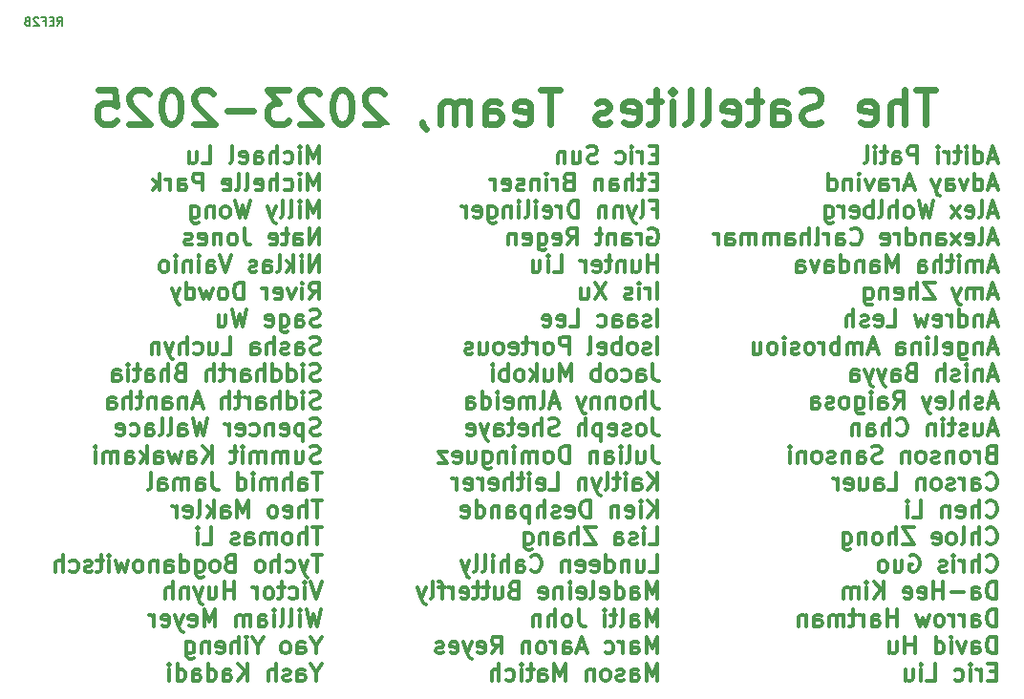
<source format=gbo>
%TF.GenerationSoftware,KiCad,Pcbnew,8.0.8*%
%TF.CreationDate,2025-03-18T17:19:46-07:00*%
%TF.ProjectId,MPPT_addon_board,4d505054-5f61-4646-946f-6e5f626f6172,1.4*%
%TF.SameCoordinates,Original*%
%TF.FileFunction,Legend,Bot*%
%TF.FilePolarity,Positive*%
%FSLAX46Y46*%
G04 Gerber Fmt 4.6, Leading zero omitted, Abs format (unit mm)*
G04 Created by KiCad (PCBNEW 8.0.8) date 2025-03-18 17:19:46*
%MOMM*%
%LPD*%
G01*
G04 APERTURE LIST*
%ADD10C,0.300000*%
%ADD11C,0.600000*%
%ADD12C,0.127000*%
%ADD13C,5.701600*%
%ADD14C,1.881600*%
%ADD15C,2.000000*%
G04 APERTURE END LIST*
D10*
X185316917Y-68988853D02*
X184602632Y-68988853D01*
X185459774Y-69417424D02*
X184959774Y-67917424D01*
X184959774Y-67917424D02*
X184459774Y-69417424D01*
X183316918Y-69417424D02*
X183316918Y-67917424D01*
X183316918Y-69345996D02*
X183459775Y-69417424D01*
X183459775Y-69417424D02*
X183745489Y-69417424D01*
X183745489Y-69417424D02*
X183888346Y-69345996D01*
X183888346Y-69345996D02*
X183959775Y-69274567D01*
X183959775Y-69274567D02*
X184031203Y-69131710D01*
X184031203Y-69131710D02*
X184031203Y-68703138D01*
X184031203Y-68703138D02*
X183959775Y-68560281D01*
X183959775Y-68560281D02*
X183888346Y-68488853D01*
X183888346Y-68488853D02*
X183745489Y-68417424D01*
X183745489Y-68417424D02*
X183459775Y-68417424D01*
X183459775Y-68417424D02*
X183316918Y-68488853D01*
X182602632Y-69417424D02*
X182602632Y-68417424D01*
X182602632Y-67917424D02*
X182674060Y-67988853D01*
X182674060Y-67988853D02*
X182602632Y-68060281D01*
X182602632Y-68060281D02*
X182531203Y-67988853D01*
X182531203Y-67988853D02*
X182602632Y-67917424D01*
X182602632Y-67917424D02*
X182602632Y-68060281D01*
X182102631Y-68417424D02*
X181531203Y-68417424D01*
X181888346Y-67917424D02*
X181888346Y-69203138D01*
X181888346Y-69203138D02*
X181816917Y-69345996D01*
X181816917Y-69345996D02*
X181674060Y-69417424D01*
X181674060Y-69417424D02*
X181531203Y-69417424D01*
X181031203Y-69417424D02*
X181031203Y-68417424D01*
X181031203Y-68703138D02*
X180959774Y-68560281D01*
X180959774Y-68560281D02*
X180888346Y-68488853D01*
X180888346Y-68488853D02*
X180745488Y-68417424D01*
X180745488Y-68417424D02*
X180602631Y-68417424D01*
X180102632Y-69417424D02*
X180102632Y-68417424D01*
X180102632Y-67917424D02*
X180174060Y-67988853D01*
X180174060Y-67988853D02*
X180102632Y-68060281D01*
X180102632Y-68060281D02*
X180031203Y-67988853D01*
X180031203Y-67988853D02*
X180102632Y-67917424D01*
X180102632Y-67917424D02*
X180102632Y-68060281D01*
X178245489Y-69417424D02*
X178245489Y-67917424D01*
X178245489Y-67917424D02*
X177674060Y-67917424D01*
X177674060Y-67917424D02*
X177531203Y-67988853D01*
X177531203Y-67988853D02*
X177459774Y-68060281D01*
X177459774Y-68060281D02*
X177388346Y-68203138D01*
X177388346Y-68203138D02*
X177388346Y-68417424D01*
X177388346Y-68417424D02*
X177459774Y-68560281D01*
X177459774Y-68560281D02*
X177531203Y-68631710D01*
X177531203Y-68631710D02*
X177674060Y-68703138D01*
X177674060Y-68703138D02*
X178245489Y-68703138D01*
X176102632Y-69417424D02*
X176102632Y-68631710D01*
X176102632Y-68631710D02*
X176174060Y-68488853D01*
X176174060Y-68488853D02*
X176316917Y-68417424D01*
X176316917Y-68417424D02*
X176602632Y-68417424D01*
X176602632Y-68417424D02*
X176745489Y-68488853D01*
X176102632Y-69345996D02*
X176245489Y-69417424D01*
X176245489Y-69417424D02*
X176602632Y-69417424D01*
X176602632Y-69417424D02*
X176745489Y-69345996D01*
X176745489Y-69345996D02*
X176816917Y-69203138D01*
X176816917Y-69203138D02*
X176816917Y-69060281D01*
X176816917Y-69060281D02*
X176745489Y-68917424D01*
X176745489Y-68917424D02*
X176602632Y-68845996D01*
X176602632Y-68845996D02*
X176245489Y-68845996D01*
X176245489Y-68845996D02*
X176102632Y-68774567D01*
X175602631Y-68417424D02*
X175031203Y-68417424D01*
X175388346Y-67917424D02*
X175388346Y-69203138D01*
X175388346Y-69203138D02*
X175316917Y-69345996D01*
X175316917Y-69345996D02*
X175174060Y-69417424D01*
X175174060Y-69417424D02*
X175031203Y-69417424D01*
X174531203Y-69417424D02*
X174531203Y-68417424D01*
X174531203Y-67917424D02*
X174602631Y-67988853D01*
X174602631Y-67988853D02*
X174531203Y-68060281D01*
X174531203Y-68060281D02*
X174459774Y-67988853D01*
X174459774Y-67988853D02*
X174531203Y-67917424D01*
X174531203Y-67917424D02*
X174531203Y-68060281D01*
X173602631Y-69417424D02*
X173745488Y-69345996D01*
X173745488Y-69345996D02*
X173816917Y-69203138D01*
X173816917Y-69203138D02*
X173816917Y-67917424D01*
X185316917Y-71403769D02*
X184602632Y-71403769D01*
X185459774Y-71832340D02*
X184959774Y-70332340D01*
X184959774Y-70332340D02*
X184459774Y-71832340D01*
X183316918Y-71832340D02*
X183316918Y-70332340D01*
X183316918Y-71760912D02*
X183459775Y-71832340D01*
X183459775Y-71832340D02*
X183745489Y-71832340D01*
X183745489Y-71832340D02*
X183888346Y-71760912D01*
X183888346Y-71760912D02*
X183959775Y-71689483D01*
X183959775Y-71689483D02*
X184031203Y-71546626D01*
X184031203Y-71546626D02*
X184031203Y-71118054D01*
X184031203Y-71118054D02*
X183959775Y-70975197D01*
X183959775Y-70975197D02*
X183888346Y-70903769D01*
X183888346Y-70903769D02*
X183745489Y-70832340D01*
X183745489Y-70832340D02*
X183459775Y-70832340D01*
X183459775Y-70832340D02*
X183316918Y-70903769D01*
X182745489Y-70832340D02*
X182388346Y-71832340D01*
X182388346Y-71832340D02*
X182031203Y-70832340D01*
X180816918Y-71832340D02*
X180816918Y-71046626D01*
X180816918Y-71046626D02*
X180888346Y-70903769D01*
X180888346Y-70903769D02*
X181031203Y-70832340D01*
X181031203Y-70832340D02*
X181316918Y-70832340D01*
X181316918Y-70832340D02*
X181459775Y-70903769D01*
X180816918Y-71760912D02*
X180959775Y-71832340D01*
X180959775Y-71832340D02*
X181316918Y-71832340D01*
X181316918Y-71832340D02*
X181459775Y-71760912D01*
X181459775Y-71760912D02*
X181531203Y-71618054D01*
X181531203Y-71618054D02*
X181531203Y-71475197D01*
X181531203Y-71475197D02*
X181459775Y-71332340D01*
X181459775Y-71332340D02*
X181316918Y-71260912D01*
X181316918Y-71260912D02*
X180959775Y-71260912D01*
X180959775Y-71260912D02*
X180816918Y-71189483D01*
X180245489Y-70832340D02*
X179888346Y-71832340D01*
X179531203Y-70832340D02*
X179888346Y-71832340D01*
X179888346Y-71832340D02*
X180031203Y-72189483D01*
X180031203Y-72189483D02*
X180102632Y-72260912D01*
X180102632Y-72260912D02*
X180245489Y-72332340D01*
X177888346Y-71403769D02*
X177174061Y-71403769D01*
X178031203Y-71832340D02*
X177531203Y-70332340D01*
X177531203Y-70332340D02*
X177031203Y-71832340D01*
X176531204Y-71832340D02*
X176531204Y-70832340D01*
X176531204Y-71118054D02*
X176459775Y-70975197D01*
X176459775Y-70975197D02*
X176388347Y-70903769D01*
X176388347Y-70903769D02*
X176245489Y-70832340D01*
X176245489Y-70832340D02*
X176102632Y-70832340D01*
X174959776Y-71832340D02*
X174959776Y-71046626D01*
X174959776Y-71046626D02*
X175031204Y-70903769D01*
X175031204Y-70903769D02*
X175174061Y-70832340D01*
X175174061Y-70832340D02*
X175459776Y-70832340D01*
X175459776Y-70832340D02*
X175602633Y-70903769D01*
X174959776Y-71760912D02*
X175102633Y-71832340D01*
X175102633Y-71832340D02*
X175459776Y-71832340D01*
X175459776Y-71832340D02*
X175602633Y-71760912D01*
X175602633Y-71760912D02*
X175674061Y-71618054D01*
X175674061Y-71618054D02*
X175674061Y-71475197D01*
X175674061Y-71475197D02*
X175602633Y-71332340D01*
X175602633Y-71332340D02*
X175459776Y-71260912D01*
X175459776Y-71260912D02*
X175102633Y-71260912D01*
X175102633Y-71260912D02*
X174959776Y-71189483D01*
X174388347Y-70832340D02*
X174031204Y-71832340D01*
X174031204Y-71832340D02*
X173674061Y-70832340D01*
X173102633Y-71832340D02*
X173102633Y-70832340D01*
X173102633Y-70332340D02*
X173174061Y-70403769D01*
X173174061Y-70403769D02*
X173102633Y-70475197D01*
X173102633Y-70475197D02*
X173031204Y-70403769D01*
X173031204Y-70403769D02*
X173102633Y-70332340D01*
X173102633Y-70332340D02*
X173102633Y-70475197D01*
X172388347Y-70832340D02*
X172388347Y-71832340D01*
X172388347Y-70975197D02*
X172316918Y-70903769D01*
X172316918Y-70903769D02*
X172174061Y-70832340D01*
X172174061Y-70832340D02*
X171959775Y-70832340D01*
X171959775Y-70832340D02*
X171816918Y-70903769D01*
X171816918Y-70903769D02*
X171745490Y-71046626D01*
X171745490Y-71046626D02*
X171745490Y-71832340D01*
X170388347Y-71832340D02*
X170388347Y-70332340D01*
X170388347Y-71760912D02*
X170531204Y-71832340D01*
X170531204Y-71832340D02*
X170816918Y-71832340D01*
X170816918Y-71832340D02*
X170959775Y-71760912D01*
X170959775Y-71760912D02*
X171031204Y-71689483D01*
X171031204Y-71689483D02*
X171102632Y-71546626D01*
X171102632Y-71546626D02*
X171102632Y-71118054D01*
X171102632Y-71118054D02*
X171031204Y-70975197D01*
X171031204Y-70975197D02*
X170959775Y-70903769D01*
X170959775Y-70903769D02*
X170816918Y-70832340D01*
X170816918Y-70832340D02*
X170531204Y-70832340D01*
X170531204Y-70832340D02*
X170388347Y-70903769D01*
X185316917Y-73818685D02*
X184602632Y-73818685D01*
X185459774Y-74247256D02*
X184959774Y-72747256D01*
X184959774Y-72747256D02*
X184459774Y-74247256D01*
X183745489Y-74247256D02*
X183888346Y-74175828D01*
X183888346Y-74175828D02*
X183959775Y-74032970D01*
X183959775Y-74032970D02*
X183959775Y-72747256D01*
X182602632Y-74175828D02*
X182745489Y-74247256D01*
X182745489Y-74247256D02*
X183031204Y-74247256D01*
X183031204Y-74247256D02*
X183174061Y-74175828D01*
X183174061Y-74175828D02*
X183245489Y-74032970D01*
X183245489Y-74032970D02*
X183245489Y-73461542D01*
X183245489Y-73461542D02*
X183174061Y-73318685D01*
X183174061Y-73318685D02*
X183031204Y-73247256D01*
X183031204Y-73247256D02*
X182745489Y-73247256D01*
X182745489Y-73247256D02*
X182602632Y-73318685D01*
X182602632Y-73318685D02*
X182531204Y-73461542D01*
X182531204Y-73461542D02*
X182531204Y-73604399D01*
X182531204Y-73604399D02*
X183245489Y-73747256D01*
X182031204Y-74247256D02*
X181245490Y-73247256D01*
X182031204Y-73247256D02*
X181245490Y-74247256D01*
X179674061Y-72747256D02*
X179316918Y-74247256D01*
X179316918Y-74247256D02*
X179031204Y-73175828D01*
X179031204Y-73175828D02*
X178745489Y-74247256D01*
X178745489Y-74247256D02*
X178388347Y-72747256D01*
X177602632Y-74247256D02*
X177745489Y-74175828D01*
X177745489Y-74175828D02*
X177816918Y-74104399D01*
X177816918Y-74104399D02*
X177888346Y-73961542D01*
X177888346Y-73961542D02*
X177888346Y-73532970D01*
X177888346Y-73532970D02*
X177816918Y-73390113D01*
X177816918Y-73390113D02*
X177745489Y-73318685D01*
X177745489Y-73318685D02*
X177602632Y-73247256D01*
X177602632Y-73247256D02*
X177388346Y-73247256D01*
X177388346Y-73247256D02*
X177245489Y-73318685D01*
X177245489Y-73318685D02*
X177174061Y-73390113D01*
X177174061Y-73390113D02*
X177102632Y-73532970D01*
X177102632Y-73532970D02*
X177102632Y-73961542D01*
X177102632Y-73961542D02*
X177174061Y-74104399D01*
X177174061Y-74104399D02*
X177245489Y-74175828D01*
X177245489Y-74175828D02*
X177388346Y-74247256D01*
X177388346Y-74247256D02*
X177602632Y-74247256D01*
X176459775Y-74247256D02*
X176459775Y-72747256D01*
X175816918Y-74247256D02*
X175816918Y-73461542D01*
X175816918Y-73461542D02*
X175888346Y-73318685D01*
X175888346Y-73318685D02*
X176031203Y-73247256D01*
X176031203Y-73247256D02*
X176245489Y-73247256D01*
X176245489Y-73247256D02*
X176388346Y-73318685D01*
X176388346Y-73318685D02*
X176459775Y-73390113D01*
X174888346Y-74247256D02*
X175031203Y-74175828D01*
X175031203Y-74175828D02*
X175102632Y-74032970D01*
X175102632Y-74032970D02*
X175102632Y-72747256D01*
X174316918Y-74247256D02*
X174316918Y-72747256D01*
X174316918Y-73318685D02*
X174174061Y-73247256D01*
X174174061Y-73247256D02*
X173888346Y-73247256D01*
X173888346Y-73247256D02*
X173745489Y-73318685D01*
X173745489Y-73318685D02*
X173674061Y-73390113D01*
X173674061Y-73390113D02*
X173602632Y-73532970D01*
X173602632Y-73532970D02*
X173602632Y-73961542D01*
X173602632Y-73961542D02*
X173674061Y-74104399D01*
X173674061Y-74104399D02*
X173745489Y-74175828D01*
X173745489Y-74175828D02*
X173888346Y-74247256D01*
X173888346Y-74247256D02*
X174174061Y-74247256D01*
X174174061Y-74247256D02*
X174316918Y-74175828D01*
X172388346Y-74175828D02*
X172531203Y-74247256D01*
X172531203Y-74247256D02*
X172816918Y-74247256D01*
X172816918Y-74247256D02*
X172959775Y-74175828D01*
X172959775Y-74175828D02*
X173031203Y-74032970D01*
X173031203Y-74032970D02*
X173031203Y-73461542D01*
X173031203Y-73461542D02*
X172959775Y-73318685D01*
X172959775Y-73318685D02*
X172816918Y-73247256D01*
X172816918Y-73247256D02*
X172531203Y-73247256D01*
X172531203Y-73247256D02*
X172388346Y-73318685D01*
X172388346Y-73318685D02*
X172316918Y-73461542D01*
X172316918Y-73461542D02*
X172316918Y-73604399D01*
X172316918Y-73604399D02*
X173031203Y-73747256D01*
X171674061Y-74247256D02*
X171674061Y-73247256D01*
X171674061Y-73532970D02*
X171602632Y-73390113D01*
X171602632Y-73390113D02*
X171531204Y-73318685D01*
X171531204Y-73318685D02*
X171388346Y-73247256D01*
X171388346Y-73247256D02*
X171245489Y-73247256D01*
X170102633Y-73247256D02*
X170102633Y-74461542D01*
X170102633Y-74461542D02*
X170174061Y-74604399D01*
X170174061Y-74604399D02*
X170245490Y-74675828D01*
X170245490Y-74675828D02*
X170388347Y-74747256D01*
X170388347Y-74747256D02*
X170602633Y-74747256D01*
X170602633Y-74747256D02*
X170745490Y-74675828D01*
X170102633Y-74175828D02*
X170245490Y-74247256D01*
X170245490Y-74247256D02*
X170531204Y-74247256D01*
X170531204Y-74247256D02*
X170674061Y-74175828D01*
X170674061Y-74175828D02*
X170745490Y-74104399D01*
X170745490Y-74104399D02*
X170816918Y-73961542D01*
X170816918Y-73961542D02*
X170816918Y-73532970D01*
X170816918Y-73532970D02*
X170745490Y-73390113D01*
X170745490Y-73390113D02*
X170674061Y-73318685D01*
X170674061Y-73318685D02*
X170531204Y-73247256D01*
X170531204Y-73247256D02*
X170245490Y-73247256D01*
X170245490Y-73247256D02*
X170102633Y-73318685D01*
X185316917Y-76233601D02*
X184602632Y-76233601D01*
X185459774Y-76662172D02*
X184959774Y-75162172D01*
X184959774Y-75162172D02*
X184459774Y-76662172D01*
X183745489Y-76662172D02*
X183888346Y-76590744D01*
X183888346Y-76590744D02*
X183959775Y-76447886D01*
X183959775Y-76447886D02*
X183959775Y-75162172D01*
X182602632Y-76590744D02*
X182745489Y-76662172D01*
X182745489Y-76662172D02*
X183031204Y-76662172D01*
X183031204Y-76662172D02*
X183174061Y-76590744D01*
X183174061Y-76590744D02*
X183245489Y-76447886D01*
X183245489Y-76447886D02*
X183245489Y-75876458D01*
X183245489Y-75876458D02*
X183174061Y-75733601D01*
X183174061Y-75733601D02*
X183031204Y-75662172D01*
X183031204Y-75662172D02*
X182745489Y-75662172D01*
X182745489Y-75662172D02*
X182602632Y-75733601D01*
X182602632Y-75733601D02*
X182531204Y-75876458D01*
X182531204Y-75876458D02*
X182531204Y-76019315D01*
X182531204Y-76019315D02*
X183245489Y-76162172D01*
X182031204Y-76662172D02*
X181245490Y-75662172D01*
X182031204Y-75662172D02*
X181245490Y-76662172D01*
X180031204Y-76662172D02*
X180031204Y-75876458D01*
X180031204Y-75876458D02*
X180102632Y-75733601D01*
X180102632Y-75733601D02*
X180245489Y-75662172D01*
X180245489Y-75662172D02*
X180531204Y-75662172D01*
X180531204Y-75662172D02*
X180674061Y-75733601D01*
X180031204Y-76590744D02*
X180174061Y-76662172D01*
X180174061Y-76662172D02*
X180531204Y-76662172D01*
X180531204Y-76662172D02*
X180674061Y-76590744D01*
X180674061Y-76590744D02*
X180745489Y-76447886D01*
X180745489Y-76447886D02*
X180745489Y-76305029D01*
X180745489Y-76305029D02*
X180674061Y-76162172D01*
X180674061Y-76162172D02*
X180531204Y-76090744D01*
X180531204Y-76090744D02*
X180174061Y-76090744D01*
X180174061Y-76090744D02*
X180031204Y-76019315D01*
X179316918Y-75662172D02*
X179316918Y-76662172D01*
X179316918Y-75805029D02*
X179245489Y-75733601D01*
X179245489Y-75733601D02*
X179102632Y-75662172D01*
X179102632Y-75662172D02*
X178888346Y-75662172D01*
X178888346Y-75662172D02*
X178745489Y-75733601D01*
X178745489Y-75733601D02*
X178674061Y-75876458D01*
X178674061Y-75876458D02*
X178674061Y-76662172D01*
X177316918Y-76662172D02*
X177316918Y-75162172D01*
X177316918Y-76590744D02*
X177459775Y-76662172D01*
X177459775Y-76662172D02*
X177745489Y-76662172D01*
X177745489Y-76662172D02*
X177888346Y-76590744D01*
X177888346Y-76590744D02*
X177959775Y-76519315D01*
X177959775Y-76519315D02*
X178031203Y-76376458D01*
X178031203Y-76376458D02*
X178031203Y-75947886D01*
X178031203Y-75947886D02*
X177959775Y-75805029D01*
X177959775Y-75805029D02*
X177888346Y-75733601D01*
X177888346Y-75733601D02*
X177745489Y-75662172D01*
X177745489Y-75662172D02*
X177459775Y-75662172D01*
X177459775Y-75662172D02*
X177316918Y-75733601D01*
X176602632Y-76662172D02*
X176602632Y-75662172D01*
X176602632Y-75947886D02*
X176531203Y-75805029D01*
X176531203Y-75805029D02*
X176459775Y-75733601D01*
X176459775Y-75733601D02*
X176316917Y-75662172D01*
X176316917Y-75662172D02*
X176174060Y-75662172D01*
X175102632Y-76590744D02*
X175245489Y-76662172D01*
X175245489Y-76662172D02*
X175531204Y-76662172D01*
X175531204Y-76662172D02*
X175674061Y-76590744D01*
X175674061Y-76590744D02*
X175745489Y-76447886D01*
X175745489Y-76447886D02*
X175745489Y-75876458D01*
X175745489Y-75876458D02*
X175674061Y-75733601D01*
X175674061Y-75733601D02*
X175531204Y-75662172D01*
X175531204Y-75662172D02*
X175245489Y-75662172D01*
X175245489Y-75662172D02*
X175102632Y-75733601D01*
X175102632Y-75733601D02*
X175031204Y-75876458D01*
X175031204Y-75876458D02*
X175031204Y-76019315D01*
X175031204Y-76019315D02*
X175745489Y-76162172D01*
X172388347Y-76519315D02*
X172459775Y-76590744D01*
X172459775Y-76590744D02*
X172674061Y-76662172D01*
X172674061Y-76662172D02*
X172816918Y-76662172D01*
X172816918Y-76662172D02*
X173031204Y-76590744D01*
X173031204Y-76590744D02*
X173174061Y-76447886D01*
X173174061Y-76447886D02*
X173245490Y-76305029D01*
X173245490Y-76305029D02*
X173316918Y-76019315D01*
X173316918Y-76019315D02*
X173316918Y-75805029D01*
X173316918Y-75805029D02*
X173245490Y-75519315D01*
X173245490Y-75519315D02*
X173174061Y-75376458D01*
X173174061Y-75376458D02*
X173031204Y-75233601D01*
X173031204Y-75233601D02*
X172816918Y-75162172D01*
X172816918Y-75162172D02*
X172674061Y-75162172D01*
X172674061Y-75162172D02*
X172459775Y-75233601D01*
X172459775Y-75233601D02*
X172388347Y-75305029D01*
X171102633Y-76662172D02*
X171102633Y-75876458D01*
X171102633Y-75876458D02*
X171174061Y-75733601D01*
X171174061Y-75733601D02*
X171316918Y-75662172D01*
X171316918Y-75662172D02*
X171602633Y-75662172D01*
X171602633Y-75662172D02*
X171745490Y-75733601D01*
X171102633Y-76590744D02*
X171245490Y-76662172D01*
X171245490Y-76662172D02*
X171602633Y-76662172D01*
X171602633Y-76662172D02*
X171745490Y-76590744D01*
X171745490Y-76590744D02*
X171816918Y-76447886D01*
X171816918Y-76447886D02*
X171816918Y-76305029D01*
X171816918Y-76305029D02*
X171745490Y-76162172D01*
X171745490Y-76162172D02*
X171602633Y-76090744D01*
X171602633Y-76090744D02*
X171245490Y-76090744D01*
X171245490Y-76090744D02*
X171102633Y-76019315D01*
X170388347Y-76662172D02*
X170388347Y-75662172D01*
X170388347Y-75947886D02*
X170316918Y-75805029D01*
X170316918Y-75805029D02*
X170245490Y-75733601D01*
X170245490Y-75733601D02*
X170102632Y-75662172D01*
X170102632Y-75662172D02*
X169959775Y-75662172D01*
X169245490Y-76662172D02*
X169388347Y-76590744D01*
X169388347Y-76590744D02*
X169459776Y-76447886D01*
X169459776Y-76447886D02*
X169459776Y-75162172D01*
X168674062Y-76662172D02*
X168674062Y-75162172D01*
X168031205Y-76662172D02*
X168031205Y-75876458D01*
X168031205Y-75876458D02*
X168102633Y-75733601D01*
X168102633Y-75733601D02*
X168245490Y-75662172D01*
X168245490Y-75662172D02*
X168459776Y-75662172D01*
X168459776Y-75662172D02*
X168602633Y-75733601D01*
X168602633Y-75733601D02*
X168674062Y-75805029D01*
X166674062Y-76662172D02*
X166674062Y-75876458D01*
X166674062Y-75876458D02*
X166745490Y-75733601D01*
X166745490Y-75733601D02*
X166888347Y-75662172D01*
X166888347Y-75662172D02*
X167174062Y-75662172D01*
X167174062Y-75662172D02*
X167316919Y-75733601D01*
X166674062Y-76590744D02*
X166816919Y-76662172D01*
X166816919Y-76662172D02*
X167174062Y-76662172D01*
X167174062Y-76662172D02*
X167316919Y-76590744D01*
X167316919Y-76590744D02*
X167388347Y-76447886D01*
X167388347Y-76447886D02*
X167388347Y-76305029D01*
X167388347Y-76305029D02*
X167316919Y-76162172D01*
X167316919Y-76162172D02*
X167174062Y-76090744D01*
X167174062Y-76090744D02*
X166816919Y-76090744D01*
X166816919Y-76090744D02*
X166674062Y-76019315D01*
X165959776Y-76662172D02*
X165959776Y-75662172D01*
X165959776Y-75805029D02*
X165888347Y-75733601D01*
X165888347Y-75733601D02*
X165745490Y-75662172D01*
X165745490Y-75662172D02*
X165531204Y-75662172D01*
X165531204Y-75662172D02*
X165388347Y-75733601D01*
X165388347Y-75733601D02*
X165316919Y-75876458D01*
X165316919Y-75876458D02*
X165316919Y-76662172D01*
X165316919Y-75876458D02*
X165245490Y-75733601D01*
X165245490Y-75733601D02*
X165102633Y-75662172D01*
X165102633Y-75662172D02*
X164888347Y-75662172D01*
X164888347Y-75662172D02*
X164745490Y-75733601D01*
X164745490Y-75733601D02*
X164674061Y-75876458D01*
X164674061Y-75876458D02*
X164674061Y-76662172D01*
X163959776Y-76662172D02*
X163959776Y-75662172D01*
X163959776Y-75805029D02*
X163888347Y-75733601D01*
X163888347Y-75733601D02*
X163745490Y-75662172D01*
X163745490Y-75662172D02*
X163531204Y-75662172D01*
X163531204Y-75662172D02*
X163388347Y-75733601D01*
X163388347Y-75733601D02*
X163316919Y-75876458D01*
X163316919Y-75876458D02*
X163316919Y-76662172D01*
X163316919Y-75876458D02*
X163245490Y-75733601D01*
X163245490Y-75733601D02*
X163102633Y-75662172D01*
X163102633Y-75662172D02*
X162888347Y-75662172D01*
X162888347Y-75662172D02*
X162745490Y-75733601D01*
X162745490Y-75733601D02*
X162674061Y-75876458D01*
X162674061Y-75876458D02*
X162674061Y-76662172D01*
X161316919Y-76662172D02*
X161316919Y-75876458D01*
X161316919Y-75876458D02*
X161388347Y-75733601D01*
X161388347Y-75733601D02*
X161531204Y-75662172D01*
X161531204Y-75662172D02*
X161816919Y-75662172D01*
X161816919Y-75662172D02*
X161959776Y-75733601D01*
X161316919Y-76590744D02*
X161459776Y-76662172D01*
X161459776Y-76662172D02*
X161816919Y-76662172D01*
X161816919Y-76662172D02*
X161959776Y-76590744D01*
X161959776Y-76590744D02*
X162031204Y-76447886D01*
X162031204Y-76447886D02*
X162031204Y-76305029D01*
X162031204Y-76305029D02*
X161959776Y-76162172D01*
X161959776Y-76162172D02*
X161816919Y-76090744D01*
X161816919Y-76090744D02*
X161459776Y-76090744D01*
X161459776Y-76090744D02*
X161316919Y-76019315D01*
X160602633Y-76662172D02*
X160602633Y-75662172D01*
X160602633Y-75947886D02*
X160531204Y-75805029D01*
X160531204Y-75805029D02*
X160459776Y-75733601D01*
X160459776Y-75733601D02*
X160316918Y-75662172D01*
X160316918Y-75662172D02*
X160174061Y-75662172D01*
X185316917Y-78648517D02*
X184602632Y-78648517D01*
X185459774Y-79077088D02*
X184959774Y-77577088D01*
X184959774Y-77577088D02*
X184459774Y-79077088D01*
X183959775Y-79077088D02*
X183959775Y-78077088D01*
X183959775Y-78219945D02*
X183888346Y-78148517D01*
X183888346Y-78148517D02*
X183745489Y-78077088D01*
X183745489Y-78077088D02*
X183531203Y-78077088D01*
X183531203Y-78077088D02*
X183388346Y-78148517D01*
X183388346Y-78148517D02*
X183316918Y-78291374D01*
X183316918Y-78291374D02*
X183316918Y-79077088D01*
X183316918Y-78291374D02*
X183245489Y-78148517D01*
X183245489Y-78148517D02*
X183102632Y-78077088D01*
X183102632Y-78077088D02*
X182888346Y-78077088D01*
X182888346Y-78077088D02*
X182745489Y-78148517D01*
X182745489Y-78148517D02*
X182674060Y-78291374D01*
X182674060Y-78291374D02*
X182674060Y-79077088D01*
X181959775Y-79077088D02*
X181959775Y-78077088D01*
X181959775Y-77577088D02*
X182031203Y-77648517D01*
X182031203Y-77648517D02*
X181959775Y-77719945D01*
X181959775Y-77719945D02*
X181888346Y-77648517D01*
X181888346Y-77648517D02*
X181959775Y-77577088D01*
X181959775Y-77577088D02*
X181959775Y-77719945D01*
X181459774Y-78077088D02*
X180888346Y-78077088D01*
X181245489Y-77577088D02*
X181245489Y-78862802D01*
X181245489Y-78862802D02*
X181174060Y-79005660D01*
X181174060Y-79005660D02*
X181031203Y-79077088D01*
X181031203Y-79077088D02*
X180888346Y-79077088D01*
X180388346Y-79077088D02*
X180388346Y-77577088D01*
X179745489Y-79077088D02*
X179745489Y-78291374D01*
X179745489Y-78291374D02*
X179816917Y-78148517D01*
X179816917Y-78148517D02*
X179959774Y-78077088D01*
X179959774Y-78077088D02*
X180174060Y-78077088D01*
X180174060Y-78077088D02*
X180316917Y-78148517D01*
X180316917Y-78148517D02*
X180388346Y-78219945D01*
X178388346Y-79077088D02*
X178388346Y-78291374D01*
X178388346Y-78291374D02*
X178459774Y-78148517D01*
X178459774Y-78148517D02*
X178602631Y-78077088D01*
X178602631Y-78077088D02*
X178888346Y-78077088D01*
X178888346Y-78077088D02*
X179031203Y-78148517D01*
X178388346Y-79005660D02*
X178531203Y-79077088D01*
X178531203Y-79077088D02*
X178888346Y-79077088D01*
X178888346Y-79077088D02*
X179031203Y-79005660D01*
X179031203Y-79005660D02*
X179102631Y-78862802D01*
X179102631Y-78862802D02*
X179102631Y-78719945D01*
X179102631Y-78719945D02*
X179031203Y-78577088D01*
X179031203Y-78577088D02*
X178888346Y-78505660D01*
X178888346Y-78505660D02*
X178531203Y-78505660D01*
X178531203Y-78505660D02*
X178388346Y-78434231D01*
X176531203Y-79077088D02*
X176531203Y-77577088D01*
X176531203Y-77577088D02*
X176031203Y-78648517D01*
X176031203Y-78648517D02*
X175531203Y-77577088D01*
X175531203Y-77577088D02*
X175531203Y-79077088D01*
X174174060Y-79077088D02*
X174174060Y-78291374D01*
X174174060Y-78291374D02*
X174245488Y-78148517D01*
X174245488Y-78148517D02*
X174388345Y-78077088D01*
X174388345Y-78077088D02*
X174674060Y-78077088D01*
X174674060Y-78077088D02*
X174816917Y-78148517D01*
X174174060Y-79005660D02*
X174316917Y-79077088D01*
X174316917Y-79077088D02*
X174674060Y-79077088D01*
X174674060Y-79077088D02*
X174816917Y-79005660D01*
X174816917Y-79005660D02*
X174888345Y-78862802D01*
X174888345Y-78862802D02*
X174888345Y-78719945D01*
X174888345Y-78719945D02*
X174816917Y-78577088D01*
X174816917Y-78577088D02*
X174674060Y-78505660D01*
X174674060Y-78505660D02*
X174316917Y-78505660D01*
X174316917Y-78505660D02*
X174174060Y-78434231D01*
X173459774Y-78077088D02*
X173459774Y-79077088D01*
X173459774Y-78219945D02*
X173388345Y-78148517D01*
X173388345Y-78148517D02*
X173245488Y-78077088D01*
X173245488Y-78077088D02*
X173031202Y-78077088D01*
X173031202Y-78077088D02*
X172888345Y-78148517D01*
X172888345Y-78148517D02*
X172816917Y-78291374D01*
X172816917Y-78291374D02*
X172816917Y-79077088D01*
X171459774Y-79077088D02*
X171459774Y-77577088D01*
X171459774Y-79005660D02*
X171602631Y-79077088D01*
X171602631Y-79077088D02*
X171888345Y-79077088D01*
X171888345Y-79077088D02*
X172031202Y-79005660D01*
X172031202Y-79005660D02*
X172102631Y-78934231D01*
X172102631Y-78934231D02*
X172174059Y-78791374D01*
X172174059Y-78791374D02*
X172174059Y-78362802D01*
X172174059Y-78362802D02*
X172102631Y-78219945D01*
X172102631Y-78219945D02*
X172031202Y-78148517D01*
X172031202Y-78148517D02*
X171888345Y-78077088D01*
X171888345Y-78077088D02*
X171602631Y-78077088D01*
X171602631Y-78077088D02*
X171459774Y-78148517D01*
X170102631Y-79077088D02*
X170102631Y-78291374D01*
X170102631Y-78291374D02*
X170174059Y-78148517D01*
X170174059Y-78148517D02*
X170316916Y-78077088D01*
X170316916Y-78077088D02*
X170602631Y-78077088D01*
X170602631Y-78077088D02*
X170745488Y-78148517D01*
X170102631Y-79005660D02*
X170245488Y-79077088D01*
X170245488Y-79077088D02*
X170602631Y-79077088D01*
X170602631Y-79077088D02*
X170745488Y-79005660D01*
X170745488Y-79005660D02*
X170816916Y-78862802D01*
X170816916Y-78862802D02*
X170816916Y-78719945D01*
X170816916Y-78719945D02*
X170745488Y-78577088D01*
X170745488Y-78577088D02*
X170602631Y-78505660D01*
X170602631Y-78505660D02*
X170245488Y-78505660D01*
X170245488Y-78505660D02*
X170102631Y-78434231D01*
X169531202Y-78077088D02*
X169174059Y-79077088D01*
X169174059Y-79077088D02*
X168816916Y-78077088D01*
X167602631Y-79077088D02*
X167602631Y-78291374D01*
X167602631Y-78291374D02*
X167674059Y-78148517D01*
X167674059Y-78148517D02*
X167816916Y-78077088D01*
X167816916Y-78077088D02*
X168102631Y-78077088D01*
X168102631Y-78077088D02*
X168245488Y-78148517D01*
X167602631Y-79005660D02*
X167745488Y-79077088D01*
X167745488Y-79077088D02*
X168102631Y-79077088D01*
X168102631Y-79077088D02*
X168245488Y-79005660D01*
X168245488Y-79005660D02*
X168316916Y-78862802D01*
X168316916Y-78862802D02*
X168316916Y-78719945D01*
X168316916Y-78719945D02*
X168245488Y-78577088D01*
X168245488Y-78577088D02*
X168102631Y-78505660D01*
X168102631Y-78505660D02*
X167745488Y-78505660D01*
X167745488Y-78505660D02*
X167602631Y-78434231D01*
X185316917Y-81063433D02*
X184602632Y-81063433D01*
X185459774Y-81492004D02*
X184959774Y-79992004D01*
X184959774Y-79992004D02*
X184459774Y-81492004D01*
X183959775Y-81492004D02*
X183959775Y-80492004D01*
X183959775Y-80634861D02*
X183888346Y-80563433D01*
X183888346Y-80563433D02*
X183745489Y-80492004D01*
X183745489Y-80492004D02*
X183531203Y-80492004D01*
X183531203Y-80492004D02*
X183388346Y-80563433D01*
X183388346Y-80563433D02*
X183316918Y-80706290D01*
X183316918Y-80706290D02*
X183316918Y-81492004D01*
X183316918Y-80706290D02*
X183245489Y-80563433D01*
X183245489Y-80563433D02*
X183102632Y-80492004D01*
X183102632Y-80492004D02*
X182888346Y-80492004D01*
X182888346Y-80492004D02*
X182745489Y-80563433D01*
X182745489Y-80563433D02*
X182674060Y-80706290D01*
X182674060Y-80706290D02*
X182674060Y-81492004D01*
X182102632Y-80492004D02*
X181745489Y-81492004D01*
X181388346Y-80492004D02*
X181745489Y-81492004D01*
X181745489Y-81492004D02*
X181888346Y-81849147D01*
X181888346Y-81849147D02*
X181959775Y-81920576D01*
X181959775Y-81920576D02*
X182102632Y-81992004D01*
X179816918Y-79992004D02*
X178816918Y-79992004D01*
X178816918Y-79992004D02*
X179816918Y-81492004D01*
X179816918Y-81492004D02*
X178816918Y-81492004D01*
X178245490Y-81492004D02*
X178245490Y-79992004D01*
X177602633Y-81492004D02*
X177602633Y-80706290D01*
X177602633Y-80706290D02*
X177674061Y-80563433D01*
X177674061Y-80563433D02*
X177816918Y-80492004D01*
X177816918Y-80492004D02*
X178031204Y-80492004D01*
X178031204Y-80492004D02*
X178174061Y-80563433D01*
X178174061Y-80563433D02*
X178245490Y-80634861D01*
X176316918Y-81420576D02*
X176459775Y-81492004D01*
X176459775Y-81492004D02*
X176745490Y-81492004D01*
X176745490Y-81492004D02*
X176888347Y-81420576D01*
X176888347Y-81420576D02*
X176959775Y-81277718D01*
X176959775Y-81277718D02*
X176959775Y-80706290D01*
X176959775Y-80706290D02*
X176888347Y-80563433D01*
X176888347Y-80563433D02*
X176745490Y-80492004D01*
X176745490Y-80492004D02*
X176459775Y-80492004D01*
X176459775Y-80492004D02*
X176316918Y-80563433D01*
X176316918Y-80563433D02*
X176245490Y-80706290D01*
X176245490Y-80706290D02*
X176245490Y-80849147D01*
X176245490Y-80849147D02*
X176959775Y-80992004D01*
X175602633Y-80492004D02*
X175602633Y-81492004D01*
X175602633Y-80634861D02*
X175531204Y-80563433D01*
X175531204Y-80563433D02*
X175388347Y-80492004D01*
X175388347Y-80492004D02*
X175174061Y-80492004D01*
X175174061Y-80492004D02*
X175031204Y-80563433D01*
X175031204Y-80563433D02*
X174959776Y-80706290D01*
X174959776Y-80706290D02*
X174959776Y-81492004D01*
X173602633Y-80492004D02*
X173602633Y-81706290D01*
X173602633Y-81706290D02*
X173674061Y-81849147D01*
X173674061Y-81849147D02*
X173745490Y-81920576D01*
X173745490Y-81920576D02*
X173888347Y-81992004D01*
X173888347Y-81992004D02*
X174102633Y-81992004D01*
X174102633Y-81992004D02*
X174245490Y-81920576D01*
X173602633Y-81420576D02*
X173745490Y-81492004D01*
X173745490Y-81492004D02*
X174031204Y-81492004D01*
X174031204Y-81492004D02*
X174174061Y-81420576D01*
X174174061Y-81420576D02*
X174245490Y-81349147D01*
X174245490Y-81349147D02*
X174316918Y-81206290D01*
X174316918Y-81206290D02*
X174316918Y-80777718D01*
X174316918Y-80777718D02*
X174245490Y-80634861D01*
X174245490Y-80634861D02*
X174174061Y-80563433D01*
X174174061Y-80563433D02*
X174031204Y-80492004D01*
X174031204Y-80492004D02*
X173745490Y-80492004D01*
X173745490Y-80492004D02*
X173602633Y-80563433D01*
X185316917Y-83478349D02*
X184602632Y-83478349D01*
X185459774Y-83906920D02*
X184959774Y-82406920D01*
X184959774Y-82406920D02*
X184459774Y-83906920D01*
X183959775Y-82906920D02*
X183959775Y-83906920D01*
X183959775Y-83049777D02*
X183888346Y-82978349D01*
X183888346Y-82978349D02*
X183745489Y-82906920D01*
X183745489Y-82906920D02*
X183531203Y-82906920D01*
X183531203Y-82906920D02*
X183388346Y-82978349D01*
X183388346Y-82978349D02*
X183316918Y-83121206D01*
X183316918Y-83121206D02*
X183316918Y-83906920D01*
X181959775Y-83906920D02*
X181959775Y-82406920D01*
X181959775Y-83835492D02*
X182102632Y-83906920D01*
X182102632Y-83906920D02*
X182388346Y-83906920D01*
X182388346Y-83906920D02*
X182531203Y-83835492D01*
X182531203Y-83835492D02*
X182602632Y-83764063D01*
X182602632Y-83764063D02*
X182674060Y-83621206D01*
X182674060Y-83621206D02*
X182674060Y-83192634D01*
X182674060Y-83192634D02*
X182602632Y-83049777D01*
X182602632Y-83049777D02*
X182531203Y-82978349D01*
X182531203Y-82978349D02*
X182388346Y-82906920D01*
X182388346Y-82906920D02*
X182102632Y-82906920D01*
X182102632Y-82906920D02*
X181959775Y-82978349D01*
X181245489Y-83906920D02*
X181245489Y-82906920D01*
X181245489Y-83192634D02*
X181174060Y-83049777D01*
X181174060Y-83049777D02*
X181102632Y-82978349D01*
X181102632Y-82978349D02*
X180959774Y-82906920D01*
X180959774Y-82906920D02*
X180816917Y-82906920D01*
X179745489Y-83835492D02*
X179888346Y-83906920D01*
X179888346Y-83906920D02*
X180174061Y-83906920D01*
X180174061Y-83906920D02*
X180316918Y-83835492D01*
X180316918Y-83835492D02*
X180388346Y-83692634D01*
X180388346Y-83692634D02*
X180388346Y-83121206D01*
X180388346Y-83121206D02*
X180316918Y-82978349D01*
X180316918Y-82978349D02*
X180174061Y-82906920D01*
X180174061Y-82906920D02*
X179888346Y-82906920D01*
X179888346Y-82906920D02*
X179745489Y-82978349D01*
X179745489Y-82978349D02*
X179674061Y-83121206D01*
X179674061Y-83121206D02*
X179674061Y-83264063D01*
X179674061Y-83264063D02*
X180388346Y-83406920D01*
X179174061Y-82906920D02*
X178888347Y-83906920D01*
X178888347Y-83906920D02*
X178602632Y-83192634D01*
X178602632Y-83192634D02*
X178316918Y-83906920D01*
X178316918Y-83906920D02*
X178031204Y-82906920D01*
X175602632Y-83906920D02*
X176316918Y-83906920D01*
X176316918Y-83906920D02*
X176316918Y-82406920D01*
X174531203Y-83835492D02*
X174674060Y-83906920D01*
X174674060Y-83906920D02*
X174959775Y-83906920D01*
X174959775Y-83906920D02*
X175102632Y-83835492D01*
X175102632Y-83835492D02*
X175174060Y-83692634D01*
X175174060Y-83692634D02*
X175174060Y-83121206D01*
X175174060Y-83121206D02*
X175102632Y-82978349D01*
X175102632Y-82978349D02*
X174959775Y-82906920D01*
X174959775Y-82906920D02*
X174674060Y-82906920D01*
X174674060Y-82906920D02*
X174531203Y-82978349D01*
X174531203Y-82978349D02*
X174459775Y-83121206D01*
X174459775Y-83121206D02*
X174459775Y-83264063D01*
X174459775Y-83264063D02*
X175174060Y-83406920D01*
X173888346Y-83835492D02*
X173745489Y-83906920D01*
X173745489Y-83906920D02*
X173459775Y-83906920D01*
X173459775Y-83906920D02*
X173316918Y-83835492D01*
X173316918Y-83835492D02*
X173245489Y-83692634D01*
X173245489Y-83692634D02*
X173245489Y-83621206D01*
X173245489Y-83621206D02*
X173316918Y-83478349D01*
X173316918Y-83478349D02*
X173459775Y-83406920D01*
X173459775Y-83406920D02*
X173674061Y-83406920D01*
X173674061Y-83406920D02*
X173816918Y-83335492D01*
X173816918Y-83335492D02*
X173888346Y-83192634D01*
X173888346Y-83192634D02*
X173888346Y-83121206D01*
X173888346Y-83121206D02*
X173816918Y-82978349D01*
X173816918Y-82978349D02*
X173674061Y-82906920D01*
X173674061Y-82906920D02*
X173459775Y-82906920D01*
X173459775Y-82906920D02*
X173316918Y-82978349D01*
X172602632Y-83906920D02*
X172602632Y-82406920D01*
X171959775Y-83906920D02*
X171959775Y-83121206D01*
X171959775Y-83121206D02*
X172031203Y-82978349D01*
X172031203Y-82978349D02*
X172174060Y-82906920D01*
X172174060Y-82906920D02*
X172388346Y-82906920D01*
X172388346Y-82906920D02*
X172531203Y-82978349D01*
X172531203Y-82978349D02*
X172602632Y-83049777D01*
X185316917Y-85893265D02*
X184602632Y-85893265D01*
X185459774Y-86321836D02*
X184959774Y-84821836D01*
X184959774Y-84821836D02*
X184459774Y-86321836D01*
X183959775Y-85321836D02*
X183959775Y-86321836D01*
X183959775Y-85464693D02*
X183888346Y-85393265D01*
X183888346Y-85393265D02*
X183745489Y-85321836D01*
X183745489Y-85321836D02*
X183531203Y-85321836D01*
X183531203Y-85321836D02*
X183388346Y-85393265D01*
X183388346Y-85393265D02*
X183316918Y-85536122D01*
X183316918Y-85536122D02*
X183316918Y-86321836D01*
X181959775Y-85321836D02*
X181959775Y-86536122D01*
X181959775Y-86536122D02*
X182031203Y-86678979D01*
X182031203Y-86678979D02*
X182102632Y-86750408D01*
X182102632Y-86750408D02*
X182245489Y-86821836D01*
X182245489Y-86821836D02*
X182459775Y-86821836D01*
X182459775Y-86821836D02*
X182602632Y-86750408D01*
X181959775Y-86250408D02*
X182102632Y-86321836D01*
X182102632Y-86321836D02*
X182388346Y-86321836D01*
X182388346Y-86321836D02*
X182531203Y-86250408D01*
X182531203Y-86250408D02*
X182602632Y-86178979D01*
X182602632Y-86178979D02*
X182674060Y-86036122D01*
X182674060Y-86036122D02*
X182674060Y-85607550D01*
X182674060Y-85607550D02*
X182602632Y-85464693D01*
X182602632Y-85464693D02*
X182531203Y-85393265D01*
X182531203Y-85393265D02*
X182388346Y-85321836D01*
X182388346Y-85321836D02*
X182102632Y-85321836D01*
X182102632Y-85321836D02*
X181959775Y-85393265D01*
X180674060Y-86250408D02*
X180816917Y-86321836D01*
X180816917Y-86321836D02*
X181102632Y-86321836D01*
X181102632Y-86321836D02*
X181245489Y-86250408D01*
X181245489Y-86250408D02*
X181316917Y-86107550D01*
X181316917Y-86107550D02*
X181316917Y-85536122D01*
X181316917Y-85536122D02*
X181245489Y-85393265D01*
X181245489Y-85393265D02*
X181102632Y-85321836D01*
X181102632Y-85321836D02*
X180816917Y-85321836D01*
X180816917Y-85321836D02*
X180674060Y-85393265D01*
X180674060Y-85393265D02*
X180602632Y-85536122D01*
X180602632Y-85536122D02*
X180602632Y-85678979D01*
X180602632Y-85678979D02*
X181316917Y-85821836D01*
X179745489Y-86321836D02*
X179888346Y-86250408D01*
X179888346Y-86250408D02*
X179959775Y-86107550D01*
X179959775Y-86107550D02*
X179959775Y-84821836D01*
X179174061Y-86321836D02*
X179174061Y-85321836D01*
X179174061Y-84821836D02*
X179245489Y-84893265D01*
X179245489Y-84893265D02*
X179174061Y-84964693D01*
X179174061Y-84964693D02*
X179102632Y-84893265D01*
X179102632Y-84893265D02*
X179174061Y-84821836D01*
X179174061Y-84821836D02*
X179174061Y-84964693D01*
X178459775Y-85321836D02*
X178459775Y-86321836D01*
X178459775Y-85464693D02*
X178388346Y-85393265D01*
X178388346Y-85393265D02*
X178245489Y-85321836D01*
X178245489Y-85321836D02*
X178031203Y-85321836D01*
X178031203Y-85321836D02*
X177888346Y-85393265D01*
X177888346Y-85393265D02*
X177816918Y-85536122D01*
X177816918Y-85536122D02*
X177816918Y-86321836D01*
X176459775Y-86321836D02*
X176459775Y-85536122D01*
X176459775Y-85536122D02*
X176531203Y-85393265D01*
X176531203Y-85393265D02*
X176674060Y-85321836D01*
X176674060Y-85321836D02*
X176959775Y-85321836D01*
X176959775Y-85321836D02*
X177102632Y-85393265D01*
X176459775Y-86250408D02*
X176602632Y-86321836D01*
X176602632Y-86321836D02*
X176959775Y-86321836D01*
X176959775Y-86321836D02*
X177102632Y-86250408D01*
X177102632Y-86250408D02*
X177174060Y-86107550D01*
X177174060Y-86107550D02*
X177174060Y-85964693D01*
X177174060Y-85964693D02*
X177102632Y-85821836D01*
X177102632Y-85821836D02*
X176959775Y-85750408D01*
X176959775Y-85750408D02*
X176602632Y-85750408D01*
X176602632Y-85750408D02*
X176459775Y-85678979D01*
X174674060Y-85893265D02*
X173959775Y-85893265D01*
X174816917Y-86321836D02*
X174316917Y-84821836D01*
X174316917Y-84821836D02*
X173816917Y-86321836D01*
X173316918Y-86321836D02*
X173316918Y-85321836D01*
X173316918Y-85464693D02*
X173245489Y-85393265D01*
X173245489Y-85393265D02*
X173102632Y-85321836D01*
X173102632Y-85321836D02*
X172888346Y-85321836D01*
X172888346Y-85321836D02*
X172745489Y-85393265D01*
X172745489Y-85393265D02*
X172674061Y-85536122D01*
X172674061Y-85536122D02*
X172674061Y-86321836D01*
X172674061Y-85536122D02*
X172602632Y-85393265D01*
X172602632Y-85393265D02*
X172459775Y-85321836D01*
X172459775Y-85321836D02*
X172245489Y-85321836D01*
X172245489Y-85321836D02*
X172102632Y-85393265D01*
X172102632Y-85393265D02*
X172031203Y-85536122D01*
X172031203Y-85536122D02*
X172031203Y-86321836D01*
X171316918Y-86321836D02*
X171316918Y-84821836D01*
X171316918Y-85393265D02*
X171174061Y-85321836D01*
X171174061Y-85321836D02*
X170888346Y-85321836D01*
X170888346Y-85321836D02*
X170745489Y-85393265D01*
X170745489Y-85393265D02*
X170674061Y-85464693D01*
X170674061Y-85464693D02*
X170602632Y-85607550D01*
X170602632Y-85607550D02*
X170602632Y-86036122D01*
X170602632Y-86036122D02*
X170674061Y-86178979D01*
X170674061Y-86178979D02*
X170745489Y-86250408D01*
X170745489Y-86250408D02*
X170888346Y-86321836D01*
X170888346Y-86321836D02*
X171174061Y-86321836D01*
X171174061Y-86321836D02*
X171316918Y-86250408D01*
X169959775Y-86321836D02*
X169959775Y-85321836D01*
X169959775Y-85607550D02*
X169888346Y-85464693D01*
X169888346Y-85464693D02*
X169816918Y-85393265D01*
X169816918Y-85393265D02*
X169674060Y-85321836D01*
X169674060Y-85321836D02*
X169531203Y-85321836D01*
X168816918Y-86321836D02*
X168959775Y-86250408D01*
X168959775Y-86250408D02*
X169031204Y-86178979D01*
X169031204Y-86178979D02*
X169102632Y-86036122D01*
X169102632Y-86036122D02*
X169102632Y-85607550D01*
X169102632Y-85607550D02*
X169031204Y-85464693D01*
X169031204Y-85464693D02*
X168959775Y-85393265D01*
X168959775Y-85393265D02*
X168816918Y-85321836D01*
X168816918Y-85321836D02*
X168602632Y-85321836D01*
X168602632Y-85321836D02*
X168459775Y-85393265D01*
X168459775Y-85393265D02*
X168388347Y-85464693D01*
X168388347Y-85464693D02*
X168316918Y-85607550D01*
X168316918Y-85607550D02*
X168316918Y-86036122D01*
X168316918Y-86036122D02*
X168388347Y-86178979D01*
X168388347Y-86178979D02*
X168459775Y-86250408D01*
X168459775Y-86250408D02*
X168602632Y-86321836D01*
X168602632Y-86321836D02*
X168816918Y-86321836D01*
X167745489Y-86250408D02*
X167602632Y-86321836D01*
X167602632Y-86321836D02*
X167316918Y-86321836D01*
X167316918Y-86321836D02*
X167174061Y-86250408D01*
X167174061Y-86250408D02*
X167102632Y-86107550D01*
X167102632Y-86107550D02*
X167102632Y-86036122D01*
X167102632Y-86036122D02*
X167174061Y-85893265D01*
X167174061Y-85893265D02*
X167316918Y-85821836D01*
X167316918Y-85821836D02*
X167531204Y-85821836D01*
X167531204Y-85821836D02*
X167674061Y-85750408D01*
X167674061Y-85750408D02*
X167745489Y-85607550D01*
X167745489Y-85607550D02*
X167745489Y-85536122D01*
X167745489Y-85536122D02*
X167674061Y-85393265D01*
X167674061Y-85393265D02*
X167531204Y-85321836D01*
X167531204Y-85321836D02*
X167316918Y-85321836D01*
X167316918Y-85321836D02*
X167174061Y-85393265D01*
X166459775Y-86321836D02*
X166459775Y-85321836D01*
X166459775Y-84821836D02*
X166531203Y-84893265D01*
X166531203Y-84893265D02*
X166459775Y-84964693D01*
X166459775Y-84964693D02*
X166388346Y-84893265D01*
X166388346Y-84893265D02*
X166459775Y-84821836D01*
X166459775Y-84821836D02*
X166459775Y-84964693D01*
X165531203Y-86321836D02*
X165674060Y-86250408D01*
X165674060Y-86250408D02*
X165745489Y-86178979D01*
X165745489Y-86178979D02*
X165816917Y-86036122D01*
X165816917Y-86036122D02*
X165816917Y-85607550D01*
X165816917Y-85607550D02*
X165745489Y-85464693D01*
X165745489Y-85464693D02*
X165674060Y-85393265D01*
X165674060Y-85393265D02*
X165531203Y-85321836D01*
X165531203Y-85321836D02*
X165316917Y-85321836D01*
X165316917Y-85321836D02*
X165174060Y-85393265D01*
X165174060Y-85393265D02*
X165102632Y-85464693D01*
X165102632Y-85464693D02*
X165031203Y-85607550D01*
X165031203Y-85607550D02*
X165031203Y-86036122D01*
X165031203Y-86036122D02*
X165102632Y-86178979D01*
X165102632Y-86178979D02*
X165174060Y-86250408D01*
X165174060Y-86250408D02*
X165316917Y-86321836D01*
X165316917Y-86321836D02*
X165531203Y-86321836D01*
X163745489Y-85321836D02*
X163745489Y-86321836D01*
X164388346Y-85321836D02*
X164388346Y-86107550D01*
X164388346Y-86107550D02*
X164316917Y-86250408D01*
X164316917Y-86250408D02*
X164174060Y-86321836D01*
X164174060Y-86321836D02*
X163959774Y-86321836D01*
X163959774Y-86321836D02*
X163816917Y-86250408D01*
X163816917Y-86250408D02*
X163745489Y-86178979D01*
X185316917Y-88308181D02*
X184602632Y-88308181D01*
X185459774Y-88736752D02*
X184959774Y-87236752D01*
X184959774Y-87236752D02*
X184459774Y-88736752D01*
X183959775Y-87736752D02*
X183959775Y-88736752D01*
X183959775Y-87879609D02*
X183888346Y-87808181D01*
X183888346Y-87808181D02*
X183745489Y-87736752D01*
X183745489Y-87736752D02*
X183531203Y-87736752D01*
X183531203Y-87736752D02*
X183388346Y-87808181D01*
X183388346Y-87808181D02*
X183316918Y-87951038D01*
X183316918Y-87951038D02*
X183316918Y-88736752D01*
X182602632Y-88736752D02*
X182602632Y-87736752D01*
X182602632Y-87236752D02*
X182674060Y-87308181D01*
X182674060Y-87308181D02*
X182602632Y-87379609D01*
X182602632Y-87379609D02*
X182531203Y-87308181D01*
X182531203Y-87308181D02*
X182602632Y-87236752D01*
X182602632Y-87236752D02*
X182602632Y-87379609D01*
X181959774Y-88665324D02*
X181816917Y-88736752D01*
X181816917Y-88736752D02*
X181531203Y-88736752D01*
X181531203Y-88736752D02*
X181388346Y-88665324D01*
X181388346Y-88665324D02*
X181316917Y-88522466D01*
X181316917Y-88522466D02*
X181316917Y-88451038D01*
X181316917Y-88451038D02*
X181388346Y-88308181D01*
X181388346Y-88308181D02*
X181531203Y-88236752D01*
X181531203Y-88236752D02*
X181745489Y-88236752D01*
X181745489Y-88236752D02*
X181888346Y-88165324D01*
X181888346Y-88165324D02*
X181959774Y-88022466D01*
X181959774Y-88022466D02*
X181959774Y-87951038D01*
X181959774Y-87951038D02*
X181888346Y-87808181D01*
X181888346Y-87808181D02*
X181745489Y-87736752D01*
X181745489Y-87736752D02*
X181531203Y-87736752D01*
X181531203Y-87736752D02*
X181388346Y-87808181D01*
X180674060Y-88736752D02*
X180674060Y-87236752D01*
X180031203Y-88736752D02*
X180031203Y-87951038D01*
X180031203Y-87951038D02*
X180102631Y-87808181D01*
X180102631Y-87808181D02*
X180245488Y-87736752D01*
X180245488Y-87736752D02*
X180459774Y-87736752D01*
X180459774Y-87736752D02*
X180602631Y-87808181D01*
X180602631Y-87808181D02*
X180674060Y-87879609D01*
X177674060Y-87951038D02*
X177459774Y-88022466D01*
X177459774Y-88022466D02*
X177388345Y-88093895D01*
X177388345Y-88093895D02*
X177316917Y-88236752D01*
X177316917Y-88236752D02*
X177316917Y-88451038D01*
X177316917Y-88451038D02*
X177388345Y-88593895D01*
X177388345Y-88593895D02*
X177459774Y-88665324D01*
X177459774Y-88665324D02*
X177602631Y-88736752D01*
X177602631Y-88736752D02*
X178174060Y-88736752D01*
X178174060Y-88736752D02*
X178174060Y-87236752D01*
X178174060Y-87236752D02*
X177674060Y-87236752D01*
X177674060Y-87236752D02*
X177531203Y-87308181D01*
X177531203Y-87308181D02*
X177459774Y-87379609D01*
X177459774Y-87379609D02*
X177388345Y-87522466D01*
X177388345Y-87522466D02*
X177388345Y-87665324D01*
X177388345Y-87665324D02*
X177459774Y-87808181D01*
X177459774Y-87808181D02*
X177531203Y-87879609D01*
X177531203Y-87879609D02*
X177674060Y-87951038D01*
X177674060Y-87951038D02*
X178174060Y-87951038D01*
X176031203Y-88736752D02*
X176031203Y-87951038D01*
X176031203Y-87951038D02*
X176102631Y-87808181D01*
X176102631Y-87808181D02*
X176245488Y-87736752D01*
X176245488Y-87736752D02*
X176531203Y-87736752D01*
X176531203Y-87736752D02*
X176674060Y-87808181D01*
X176031203Y-88665324D02*
X176174060Y-88736752D01*
X176174060Y-88736752D02*
X176531203Y-88736752D01*
X176531203Y-88736752D02*
X176674060Y-88665324D01*
X176674060Y-88665324D02*
X176745488Y-88522466D01*
X176745488Y-88522466D02*
X176745488Y-88379609D01*
X176745488Y-88379609D02*
X176674060Y-88236752D01*
X176674060Y-88236752D02*
X176531203Y-88165324D01*
X176531203Y-88165324D02*
X176174060Y-88165324D01*
X176174060Y-88165324D02*
X176031203Y-88093895D01*
X175459774Y-87736752D02*
X175102631Y-88736752D01*
X174745488Y-87736752D02*
X175102631Y-88736752D01*
X175102631Y-88736752D02*
X175245488Y-89093895D01*
X175245488Y-89093895D02*
X175316917Y-89165324D01*
X175316917Y-89165324D02*
X175459774Y-89236752D01*
X174316917Y-87736752D02*
X173959774Y-88736752D01*
X173602631Y-87736752D02*
X173959774Y-88736752D01*
X173959774Y-88736752D02*
X174102631Y-89093895D01*
X174102631Y-89093895D02*
X174174060Y-89165324D01*
X174174060Y-89165324D02*
X174316917Y-89236752D01*
X172388346Y-88736752D02*
X172388346Y-87951038D01*
X172388346Y-87951038D02*
X172459774Y-87808181D01*
X172459774Y-87808181D02*
X172602631Y-87736752D01*
X172602631Y-87736752D02*
X172888346Y-87736752D01*
X172888346Y-87736752D02*
X173031203Y-87808181D01*
X172388346Y-88665324D02*
X172531203Y-88736752D01*
X172531203Y-88736752D02*
X172888346Y-88736752D01*
X172888346Y-88736752D02*
X173031203Y-88665324D01*
X173031203Y-88665324D02*
X173102631Y-88522466D01*
X173102631Y-88522466D02*
X173102631Y-88379609D01*
X173102631Y-88379609D02*
X173031203Y-88236752D01*
X173031203Y-88236752D02*
X172888346Y-88165324D01*
X172888346Y-88165324D02*
X172531203Y-88165324D01*
X172531203Y-88165324D02*
X172388346Y-88093895D01*
X185316917Y-90723097D02*
X184602632Y-90723097D01*
X185459774Y-91151668D02*
X184959774Y-89651668D01*
X184959774Y-89651668D02*
X184459774Y-91151668D01*
X184031203Y-91080240D02*
X183888346Y-91151668D01*
X183888346Y-91151668D02*
X183602632Y-91151668D01*
X183602632Y-91151668D02*
X183459775Y-91080240D01*
X183459775Y-91080240D02*
X183388346Y-90937382D01*
X183388346Y-90937382D02*
X183388346Y-90865954D01*
X183388346Y-90865954D02*
X183459775Y-90723097D01*
X183459775Y-90723097D02*
X183602632Y-90651668D01*
X183602632Y-90651668D02*
X183816918Y-90651668D01*
X183816918Y-90651668D02*
X183959775Y-90580240D01*
X183959775Y-90580240D02*
X184031203Y-90437382D01*
X184031203Y-90437382D02*
X184031203Y-90365954D01*
X184031203Y-90365954D02*
X183959775Y-90223097D01*
X183959775Y-90223097D02*
X183816918Y-90151668D01*
X183816918Y-90151668D02*
X183602632Y-90151668D01*
X183602632Y-90151668D02*
X183459775Y-90223097D01*
X182745489Y-91151668D02*
X182745489Y-89651668D01*
X182102632Y-91151668D02*
X182102632Y-90365954D01*
X182102632Y-90365954D02*
X182174060Y-90223097D01*
X182174060Y-90223097D02*
X182316917Y-90151668D01*
X182316917Y-90151668D02*
X182531203Y-90151668D01*
X182531203Y-90151668D02*
X182674060Y-90223097D01*
X182674060Y-90223097D02*
X182745489Y-90294525D01*
X181174060Y-91151668D02*
X181316917Y-91080240D01*
X181316917Y-91080240D02*
X181388346Y-90937382D01*
X181388346Y-90937382D02*
X181388346Y-89651668D01*
X180031203Y-91080240D02*
X180174060Y-91151668D01*
X180174060Y-91151668D02*
X180459775Y-91151668D01*
X180459775Y-91151668D02*
X180602632Y-91080240D01*
X180602632Y-91080240D02*
X180674060Y-90937382D01*
X180674060Y-90937382D02*
X180674060Y-90365954D01*
X180674060Y-90365954D02*
X180602632Y-90223097D01*
X180602632Y-90223097D02*
X180459775Y-90151668D01*
X180459775Y-90151668D02*
X180174060Y-90151668D01*
X180174060Y-90151668D02*
X180031203Y-90223097D01*
X180031203Y-90223097D02*
X179959775Y-90365954D01*
X179959775Y-90365954D02*
X179959775Y-90508811D01*
X179959775Y-90508811D02*
X180674060Y-90651668D01*
X179459775Y-90151668D02*
X179102632Y-91151668D01*
X178745489Y-90151668D02*
X179102632Y-91151668D01*
X179102632Y-91151668D02*
X179245489Y-91508811D01*
X179245489Y-91508811D02*
X179316918Y-91580240D01*
X179316918Y-91580240D02*
X179459775Y-91651668D01*
X176174061Y-91151668D02*
X176674061Y-90437382D01*
X177031204Y-91151668D02*
X177031204Y-89651668D01*
X177031204Y-89651668D02*
X176459775Y-89651668D01*
X176459775Y-89651668D02*
X176316918Y-89723097D01*
X176316918Y-89723097D02*
X176245489Y-89794525D01*
X176245489Y-89794525D02*
X176174061Y-89937382D01*
X176174061Y-89937382D02*
X176174061Y-90151668D01*
X176174061Y-90151668D02*
X176245489Y-90294525D01*
X176245489Y-90294525D02*
X176316918Y-90365954D01*
X176316918Y-90365954D02*
X176459775Y-90437382D01*
X176459775Y-90437382D02*
X177031204Y-90437382D01*
X174888347Y-91151668D02*
X174888347Y-90365954D01*
X174888347Y-90365954D02*
X174959775Y-90223097D01*
X174959775Y-90223097D02*
X175102632Y-90151668D01*
X175102632Y-90151668D02*
X175388347Y-90151668D01*
X175388347Y-90151668D02*
X175531204Y-90223097D01*
X174888347Y-91080240D02*
X175031204Y-91151668D01*
X175031204Y-91151668D02*
X175388347Y-91151668D01*
X175388347Y-91151668D02*
X175531204Y-91080240D01*
X175531204Y-91080240D02*
X175602632Y-90937382D01*
X175602632Y-90937382D02*
X175602632Y-90794525D01*
X175602632Y-90794525D02*
X175531204Y-90651668D01*
X175531204Y-90651668D02*
X175388347Y-90580240D01*
X175388347Y-90580240D02*
X175031204Y-90580240D01*
X175031204Y-90580240D02*
X174888347Y-90508811D01*
X174174061Y-91151668D02*
X174174061Y-90151668D01*
X174174061Y-89651668D02*
X174245489Y-89723097D01*
X174245489Y-89723097D02*
X174174061Y-89794525D01*
X174174061Y-89794525D02*
X174102632Y-89723097D01*
X174102632Y-89723097D02*
X174174061Y-89651668D01*
X174174061Y-89651668D02*
X174174061Y-89794525D01*
X172816918Y-90151668D02*
X172816918Y-91365954D01*
X172816918Y-91365954D02*
X172888346Y-91508811D01*
X172888346Y-91508811D02*
X172959775Y-91580240D01*
X172959775Y-91580240D02*
X173102632Y-91651668D01*
X173102632Y-91651668D02*
X173316918Y-91651668D01*
X173316918Y-91651668D02*
X173459775Y-91580240D01*
X172816918Y-91080240D02*
X172959775Y-91151668D01*
X172959775Y-91151668D02*
X173245489Y-91151668D01*
X173245489Y-91151668D02*
X173388346Y-91080240D01*
X173388346Y-91080240D02*
X173459775Y-91008811D01*
X173459775Y-91008811D02*
X173531203Y-90865954D01*
X173531203Y-90865954D02*
X173531203Y-90437382D01*
X173531203Y-90437382D02*
X173459775Y-90294525D01*
X173459775Y-90294525D02*
X173388346Y-90223097D01*
X173388346Y-90223097D02*
X173245489Y-90151668D01*
X173245489Y-90151668D02*
X172959775Y-90151668D01*
X172959775Y-90151668D02*
X172816918Y-90223097D01*
X171888346Y-91151668D02*
X172031203Y-91080240D01*
X172031203Y-91080240D02*
X172102632Y-91008811D01*
X172102632Y-91008811D02*
X172174060Y-90865954D01*
X172174060Y-90865954D02*
X172174060Y-90437382D01*
X172174060Y-90437382D02*
X172102632Y-90294525D01*
X172102632Y-90294525D02*
X172031203Y-90223097D01*
X172031203Y-90223097D02*
X171888346Y-90151668D01*
X171888346Y-90151668D02*
X171674060Y-90151668D01*
X171674060Y-90151668D02*
X171531203Y-90223097D01*
X171531203Y-90223097D02*
X171459775Y-90294525D01*
X171459775Y-90294525D02*
X171388346Y-90437382D01*
X171388346Y-90437382D02*
X171388346Y-90865954D01*
X171388346Y-90865954D02*
X171459775Y-91008811D01*
X171459775Y-91008811D02*
X171531203Y-91080240D01*
X171531203Y-91080240D02*
X171674060Y-91151668D01*
X171674060Y-91151668D02*
X171888346Y-91151668D01*
X170816917Y-91080240D02*
X170674060Y-91151668D01*
X170674060Y-91151668D02*
X170388346Y-91151668D01*
X170388346Y-91151668D02*
X170245489Y-91080240D01*
X170245489Y-91080240D02*
X170174060Y-90937382D01*
X170174060Y-90937382D02*
X170174060Y-90865954D01*
X170174060Y-90865954D02*
X170245489Y-90723097D01*
X170245489Y-90723097D02*
X170388346Y-90651668D01*
X170388346Y-90651668D02*
X170602632Y-90651668D01*
X170602632Y-90651668D02*
X170745489Y-90580240D01*
X170745489Y-90580240D02*
X170816917Y-90437382D01*
X170816917Y-90437382D02*
X170816917Y-90365954D01*
X170816917Y-90365954D02*
X170745489Y-90223097D01*
X170745489Y-90223097D02*
X170602632Y-90151668D01*
X170602632Y-90151668D02*
X170388346Y-90151668D01*
X170388346Y-90151668D02*
X170245489Y-90223097D01*
X168888346Y-91151668D02*
X168888346Y-90365954D01*
X168888346Y-90365954D02*
X168959774Y-90223097D01*
X168959774Y-90223097D02*
X169102631Y-90151668D01*
X169102631Y-90151668D02*
X169388346Y-90151668D01*
X169388346Y-90151668D02*
X169531203Y-90223097D01*
X168888346Y-91080240D02*
X169031203Y-91151668D01*
X169031203Y-91151668D02*
X169388346Y-91151668D01*
X169388346Y-91151668D02*
X169531203Y-91080240D01*
X169531203Y-91080240D02*
X169602631Y-90937382D01*
X169602631Y-90937382D02*
X169602631Y-90794525D01*
X169602631Y-90794525D02*
X169531203Y-90651668D01*
X169531203Y-90651668D02*
X169388346Y-90580240D01*
X169388346Y-90580240D02*
X169031203Y-90580240D01*
X169031203Y-90580240D02*
X168888346Y-90508811D01*
X185316917Y-93138013D02*
X184602632Y-93138013D01*
X185459774Y-93566584D02*
X184959774Y-92066584D01*
X184959774Y-92066584D02*
X184459774Y-93566584D01*
X183316918Y-92566584D02*
X183316918Y-93566584D01*
X183959775Y-92566584D02*
X183959775Y-93352298D01*
X183959775Y-93352298D02*
X183888346Y-93495156D01*
X183888346Y-93495156D02*
X183745489Y-93566584D01*
X183745489Y-93566584D02*
X183531203Y-93566584D01*
X183531203Y-93566584D02*
X183388346Y-93495156D01*
X183388346Y-93495156D02*
X183316918Y-93423727D01*
X182674060Y-93495156D02*
X182531203Y-93566584D01*
X182531203Y-93566584D02*
X182245489Y-93566584D01*
X182245489Y-93566584D02*
X182102632Y-93495156D01*
X182102632Y-93495156D02*
X182031203Y-93352298D01*
X182031203Y-93352298D02*
X182031203Y-93280870D01*
X182031203Y-93280870D02*
X182102632Y-93138013D01*
X182102632Y-93138013D02*
X182245489Y-93066584D01*
X182245489Y-93066584D02*
X182459775Y-93066584D01*
X182459775Y-93066584D02*
X182602632Y-92995156D01*
X182602632Y-92995156D02*
X182674060Y-92852298D01*
X182674060Y-92852298D02*
X182674060Y-92780870D01*
X182674060Y-92780870D02*
X182602632Y-92638013D01*
X182602632Y-92638013D02*
X182459775Y-92566584D01*
X182459775Y-92566584D02*
X182245489Y-92566584D01*
X182245489Y-92566584D02*
X182102632Y-92638013D01*
X181602631Y-92566584D02*
X181031203Y-92566584D01*
X181388346Y-92066584D02*
X181388346Y-93352298D01*
X181388346Y-93352298D02*
X181316917Y-93495156D01*
X181316917Y-93495156D02*
X181174060Y-93566584D01*
X181174060Y-93566584D02*
X181031203Y-93566584D01*
X180531203Y-93566584D02*
X180531203Y-92566584D01*
X180531203Y-92066584D02*
X180602631Y-92138013D01*
X180602631Y-92138013D02*
X180531203Y-92209441D01*
X180531203Y-92209441D02*
X180459774Y-92138013D01*
X180459774Y-92138013D02*
X180531203Y-92066584D01*
X180531203Y-92066584D02*
X180531203Y-92209441D01*
X179816917Y-92566584D02*
X179816917Y-93566584D01*
X179816917Y-92709441D02*
X179745488Y-92638013D01*
X179745488Y-92638013D02*
X179602631Y-92566584D01*
X179602631Y-92566584D02*
X179388345Y-92566584D01*
X179388345Y-92566584D02*
X179245488Y-92638013D01*
X179245488Y-92638013D02*
X179174060Y-92780870D01*
X179174060Y-92780870D02*
X179174060Y-93566584D01*
X176459774Y-93423727D02*
X176531202Y-93495156D01*
X176531202Y-93495156D02*
X176745488Y-93566584D01*
X176745488Y-93566584D02*
X176888345Y-93566584D01*
X176888345Y-93566584D02*
X177102631Y-93495156D01*
X177102631Y-93495156D02*
X177245488Y-93352298D01*
X177245488Y-93352298D02*
X177316917Y-93209441D01*
X177316917Y-93209441D02*
X177388345Y-92923727D01*
X177388345Y-92923727D02*
X177388345Y-92709441D01*
X177388345Y-92709441D02*
X177316917Y-92423727D01*
X177316917Y-92423727D02*
X177245488Y-92280870D01*
X177245488Y-92280870D02*
X177102631Y-92138013D01*
X177102631Y-92138013D02*
X176888345Y-92066584D01*
X176888345Y-92066584D02*
X176745488Y-92066584D01*
X176745488Y-92066584D02*
X176531202Y-92138013D01*
X176531202Y-92138013D02*
X176459774Y-92209441D01*
X175816917Y-93566584D02*
X175816917Y-92066584D01*
X175174060Y-93566584D02*
X175174060Y-92780870D01*
X175174060Y-92780870D02*
X175245488Y-92638013D01*
X175245488Y-92638013D02*
X175388345Y-92566584D01*
X175388345Y-92566584D02*
X175602631Y-92566584D01*
X175602631Y-92566584D02*
X175745488Y-92638013D01*
X175745488Y-92638013D02*
X175816917Y-92709441D01*
X173816917Y-93566584D02*
X173816917Y-92780870D01*
X173816917Y-92780870D02*
X173888345Y-92638013D01*
X173888345Y-92638013D02*
X174031202Y-92566584D01*
X174031202Y-92566584D02*
X174316917Y-92566584D01*
X174316917Y-92566584D02*
X174459774Y-92638013D01*
X173816917Y-93495156D02*
X173959774Y-93566584D01*
X173959774Y-93566584D02*
X174316917Y-93566584D01*
X174316917Y-93566584D02*
X174459774Y-93495156D01*
X174459774Y-93495156D02*
X174531202Y-93352298D01*
X174531202Y-93352298D02*
X174531202Y-93209441D01*
X174531202Y-93209441D02*
X174459774Y-93066584D01*
X174459774Y-93066584D02*
X174316917Y-92995156D01*
X174316917Y-92995156D02*
X173959774Y-92995156D01*
X173959774Y-92995156D02*
X173816917Y-92923727D01*
X173102631Y-92566584D02*
X173102631Y-93566584D01*
X173102631Y-92709441D02*
X173031202Y-92638013D01*
X173031202Y-92638013D02*
X172888345Y-92566584D01*
X172888345Y-92566584D02*
X172674059Y-92566584D01*
X172674059Y-92566584D02*
X172531202Y-92638013D01*
X172531202Y-92638013D02*
X172459774Y-92780870D01*
X172459774Y-92780870D02*
X172459774Y-93566584D01*
X184745489Y-95195786D02*
X184531203Y-95267214D01*
X184531203Y-95267214D02*
X184459774Y-95338643D01*
X184459774Y-95338643D02*
X184388346Y-95481500D01*
X184388346Y-95481500D02*
X184388346Y-95695786D01*
X184388346Y-95695786D02*
X184459774Y-95838643D01*
X184459774Y-95838643D02*
X184531203Y-95910072D01*
X184531203Y-95910072D02*
X184674060Y-95981500D01*
X184674060Y-95981500D02*
X185245489Y-95981500D01*
X185245489Y-95981500D02*
X185245489Y-94481500D01*
X185245489Y-94481500D02*
X184745489Y-94481500D01*
X184745489Y-94481500D02*
X184602632Y-94552929D01*
X184602632Y-94552929D02*
X184531203Y-94624357D01*
X184531203Y-94624357D02*
X184459774Y-94767214D01*
X184459774Y-94767214D02*
X184459774Y-94910072D01*
X184459774Y-94910072D02*
X184531203Y-95052929D01*
X184531203Y-95052929D02*
X184602632Y-95124357D01*
X184602632Y-95124357D02*
X184745489Y-95195786D01*
X184745489Y-95195786D02*
X185245489Y-95195786D01*
X183745489Y-95981500D02*
X183745489Y-94981500D01*
X183745489Y-95267214D02*
X183674060Y-95124357D01*
X183674060Y-95124357D02*
X183602632Y-95052929D01*
X183602632Y-95052929D02*
X183459774Y-94981500D01*
X183459774Y-94981500D02*
X183316917Y-94981500D01*
X182602632Y-95981500D02*
X182745489Y-95910072D01*
X182745489Y-95910072D02*
X182816918Y-95838643D01*
X182816918Y-95838643D02*
X182888346Y-95695786D01*
X182888346Y-95695786D02*
X182888346Y-95267214D01*
X182888346Y-95267214D02*
X182816918Y-95124357D01*
X182816918Y-95124357D02*
X182745489Y-95052929D01*
X182745489Y-95052929D02*
X182602632Y-94981500D01*
X182602632Y-94981500D02*
X182388346Y-94981500D01*
X182388346Y-94981500D02*
X182245489Y-95052929D01*
X182245489Y-95052929D02*
X182174061Y-95124357D01*
X182174061Y-95124357D02*
X182102632Y-95267214D01*
X182102632Y-95267214D02*
X182102632Y-95695786D01*
X182102632Y-95695786D02*
X182174061Y-95838643D01*
X182174061Y-95838643D02*
X182245489Y-95910072D01*
X182245489Y-95910072D02*
X182388346Y-95981500D01*
X182388346Y-95981500D02*
X182602632Y-95981500D01*
X181459775Y-94981500D02*
X181459775Y-95981500D01*
X181459775Y-95124357D02*
X181388346Y-95052929D01*
X181388346Y-95052929D02*
X181245489Y-94981500D01*
X181245489Y-94981500D02*
X181031203Y-94981500D01*
X181031203Y-94981500D02*
X180888346Y-95052929D01*
X180888346Y-95052929D02*
X180816918Y-95195786D01*
X180816918Y-95195786D02*
X180816918Y-95981500D01*
X180174060Y-95910072D02*
X180031203Y-95981500D01*
X180031203Y-95981500D02*
X179745489Y-95981500D01*
X179745489Y-95981500D02*
X179602632Y-95910072D01*
X179602632Y-95910072D02*
X179531203Y-95767214D01*
X179531203Y-95767214D02*
X179531203Y-95695786D01*
X179531203Y-95695786D02*
X179602632Y-95552929D01*
X179602632Y-95552929D02*
X179745489Y-95481500D01*
X179745489Y-95481500D02*
X179959775Y-95481500D01*
X179959775Y-95481500D02*
X180102632Y-95410072D01*
X180102632Y-95410072D02*
X180174060Y-95267214D01*
X180174060Y-95267214D02*
X180174060Y-95195786D01*
X180174060Y-95195786D02*
X180102632Y-95052929D01*
X180102632Y-95052929D02*
X179959775Y-94981500D01*
X179959775Y-94981500D02*
X179745489Y-94981500D01*
X179745489Y-94981500D02*
X179602632Y-95052929D01*
X178674060Y-95981500D02*
X178816917Y-95910072D01*
X178816917Y-95910072D02*
X178888346Y-95838643D01*
X178888346Y-95838643D02*
X178959774Y-95695786D01*
X178959774Y-95695786D02*
X178959774Y-95267214D01*
X178959774Y-95267214D02*
X178888346Y-95124357D01*
X178888346Y-95124357D02*
X178816917Y-95052929D01*
X178816917Y-95052929D02*
X178674060Y-94981500D01*
X178674060Y-94981500D02*
X178459774Y-94981500D01*
X178459774Y-94981500D02*
X178316917Y-95052929D01*
X178316917Y-95052929D02*
X178245489Y-95124357D01*
X178245489Y-95124357D02*
X178174060Y-95267214D01*
X178174060Y-95267214D02*
X178174060Y-95695786D01*
X178174060Y-95695786D02*
X178245489Y-95838643D01*
X178245489Y-95838643D02*
X178316917Y-95910072D01*
X178316917Y-95910072D02*
X178459774Y-95981500D01*
X178459774Y-95981500D02*
X178674060Y-95981500D01*
X177531203Y-94981500D02*
X177531203Y-95981500D01*
X177531203Y-95124357D02*
X177459774Y-95052929D01*
X177459774Y-95052929D02*
X177316917Y-94981500D01*
X177316917Y-94981500D02*
X177102631Y-94981500D01*
X177102631Y-94981500D02*
X176959774Y-95052929D01*
X176959774Y-95052929D02*
X176888346Y-95195786D01*
X176888346Y-95195786D02*
X176888346Y-95981500D01*
X175102631Y-95910072D02*
X174888346Y-95981500D01*
X174888346Y-95981500D02*
X174531203Y-95981500D01*
X174531203Y-95981500D02*
X174388346Y-95910072D01*
X174388346Y-95910072D02*
X174316917Y-95838643D01*
X174316917Y-95838643D02*
X174245488Y-95695786D01*
X174245488Y-95695786D02*
X174245488Y-95552929D01*
X174245488Y-95552929D02*
X174316917Y-95410072D01*
X174316917Y-95410072D02*
X174388346Y-95338643D01*
X174388346Y-95338643D02*
X174531203Y-95267214D01*
X174531203Y-95267214D02*
X174816917Y-95195786D01*
X174816917Y-95195786D02*
X174959774Y-95124357D01*
X174959774Y-95124357D02*
X175031203Y-95052929D01*
X175031203Y-95052929D02*
X175102631Y-94910072D01*
X175102631Y-94910072D02*
X175102631Y-94767214D01*
X175102631Y-94767214D02*
X175031203Y-94624357D01*
X175031203Y-94624357D02*
X174959774Y-94552929D01*
X174959774Y-94552929D02*
X174816917Y-94481500D01*
X174816917Y-94481500D02*
X174459774Y-94481500D01*
X174459774Y-94481500D02*
X174245488Y-94552929D01*
X172959775Y-95981500D02*
X172959775Y-95195786D01*
X172959775Y-95195786D02*
X173031203Y-95052929D01*
X173031203Y-95052929D02*
X173174060Y-94981500D01*
X173174060Y-94981500D02*
X173459775Y-94981500D01*
X173459775Y-94981500D02*
X173602632Y-95052929D01*
X172959775Y-95910072D02*
X173102632Y-95981500D01*
X173102632Y-95981500D02*
X173459775Y-95981500D01*
X173459775Y-95981500D02*
X173602632Y-95910072D01*
X173602632Y-95910072D02*
X173674060Y-95767214D01*
X173674060Y-95767214D02*
X173674060Y-95624357D01*
X173674060Y-95624357D02*
X173602632Y-95481500D01*
X173602632Y-95481500D02*
X173459775Y-95410072D01*
X173459775Y-95410072D02*
X173102632Y-95410072D01*
X173102632Y-95410072D02*
X172959775Y-95338643D01*
X172245489Y-94981500D02*
X172245489Y-95981500D01*
X172245489Y-95124357D02*
X172174060Y-95052929D01*
X172174060Y-95052929D02*
X172031203Y-94981500D01*
X172031203Y-94981500D02*
X171816917Y-94981500D01*
X171816917Y-94981500D02*
X171674060Y-95052929D01*
X171674060Y-95052929D02*
X171602632Y-95195786D01*
X171602632Y-95195786D02*
X171602632Y-95981500D01*
X170959774Y-95910072D02*
X170816917Y-95981500D01*
X170816917Y-95981500D02*
X170531203Y-95981500D01*
X170531203Y-95981500D02*
X170388346Y-95910072D01*
X170388346Y-95910072D02*
X170316917Y-95767214D01*
X170316917Y-95767214D02*
X170316917Y-95695786D01*
X170316917Y-95695786D02*
X170388346Y-95552929D01*
X170388346Y-95552929D02*
X170531203Y-95481500D01*
X170531203Y-95481500D02*
X170745489Y-95481500D01*
X170745489Y-95481500D02*
X170888346Y-95410072D01*
X170888346Y-95410072D02*
X170959774Y-95267214D01*
X170959774Y-95267214D02*
X170959774Y-95195786D01*
X170959774Y-95195786D02*
X170888346Y-95052929D01*
X170888346Y-95052929D02*
X170745489Y-94981500D01*
X170745489Y-94981500D02*
X170531203Y-94981500D01*
X170531203Y-94981500D02*
X170388346Y-95052929D01*
X169459774Y-95981500D02*
X169602631Y-95910072D01*
X169602631Y-95910072D02*
X169674060Y-95838643D01*
X169674060Y-95838643D02*
X169745488Y-95695786D01*
X169745488Y-95695786D02*
X169745488Y-95267214D01*
X169745488Y-95267214D02*
X169674060Y-95124357D01*
X169674060Y-95124357D02*
X169602631Y-95052929D01*
X169602631Y-95052929D02*
X169459774Y-94981500D01*
X169459774Y-94981500D02*
X169245488Y-94981500D01*
X169245488Y-94981500D02*
X169102631Y-95052929D01*
X169102631Y-95052929D02*
X169031203Y-95124357D01*
X169031203Y-95124357D02*
X168959774Y-95267214D01*
X168959774Y-95267214D02*
X168959774Y-95695786D01*
X168959774Y-95695786D02*
X169031203Y-95838643D01*
X169031203Y-95838643D02*
X169102631Y-95910072D01*
X169102631Y-95910072D02*
X169245488Y-95981500D01*
X169245488Y-95981500D02*
X169459774Y-95981500D01*
X168316917Y-94981500D02*
X168316917Y-95981500D01*
X168316917Y-95124357D02*
X168245488Y-95052929D01*
X168245488Y-95052929D02*
X168102631Y-94981500D01*
X168102631Y-94981500D02*
X167888345Y-94981500D01*
X167888345Y-94981500D02*
X167745488Y-95052929D01*
X167745488Y-95052929D02*
X167674060Y-95195786D01*
X167674060Y-95195786D02*
X167674060Y-95981500D01*
X166959774Y-95981500D02*
X166959774Y-94981500D01*
X166959774Y-94481500D02*
X167031202Y-94552929D01*
X167031202Y-94552929D02*
X166959774Y-94624357D01*
X166959774Y-94624357D02*
X166888345Y-94552929D01*
X166888345Y-94552929D02*
X166959774Y-94481500D01*
X166959774Y-94481500D02*
X166959774Y-94624357D01*
X184388346Y-98253559D02*
X184459774Y-98324988D01*
X184459774Y-98324988D02*
X184674060Y-98396416D01*
X184674060Y-98396416D02*
X184816917Y-98396416D01*
X184816917Y-98396416D02*
X185031203Y-98324988D01*
X185031203Y-98324988D02*
X185174060Y-98182130D01*
X185174060Y-98182130D02*
X185245489Y-98039273D01*
X185245489Y-98039273D02*
X185316917Y-97753559D01*
X185316917Y-97753559D02*
X185316917Y-97539273D01*
X185316917Y-97539273D02*
X185245489Y-97253559D01*
X185245489Y-97253559D02*
X185174060Y-97110702D01*
X185174060Y-97110702D02*
X185031203Y-96967845D01*
X185031203Y-96967845D02*
X184816917Y-96896416D01*
X184816917Y-96896416D02*
X184674060Y-96896416D01*
X184674060Y-96896416D02*
X184459774Y-96967845D01*
X184459774Y-96967845D02*
X184388346Y-97039273D01*
X183102632Y-98396416D02*
X183102632Y-97610702D01*
X183102632Y-97610702D02*
X183174060Y-97467845D01*
X183174060Y-97467845D02*
X183316917Y-97396416D01*
X183316917Y-97396416D02*
X183602632Y-97396416D01*
X183602632Y-97396416D02*
X183745489Y-97467845D01*
X183102632Y-98324988D02*
X183245489Y-98396416D01*
X183245489Y-98396416D02*
X183602632Y-98396416D01*
X183602632Y-98396416D02*
X183745489Y-98324988D01*
X183745489Y-98324988D02*
X183816917Y-98182130D01*
X183816917Y-98182130D02*
X183816917Y-98039273D01*
X183816917Y-98039273D02*
X183745489Y-97896416D01*
X183745489Y-97896416D02*
X183602632Y-97824988D01*
X183602632Y-97824988D02*
X183245489Y-97824988D01*
X183245489Y-97824988D02*
X183102632Y-97753559D01*
X182388346Y-98396416D02*
X182388346Y-97396416D01*
X182388346Y-97682130D02*
X182316917Y-97539273D01*
X182316917Y-97539273D02*
X182245489Y-97467845D01*
X182245489Y-97467845D02*
X182102631Y-97396416D01*
X182102631Y-97396416D02*
X181959774Y-97396416D01*
X181531203Y-98324988D02*
X181388346Y-98396416D01*
X181388346Y-98396416D02*
X181102632Y-98396416D01*
X181102632Y-98396416D02*
X180959775Y-98324988D01*
X180959775Y-98324988D02*
X180888346Y-98182130D01*
X180888346Y-98182130D02*
X180888346Y-98110702D01*
X180888346Y-98110702D02*
X180959775Y-97967845D01*
X180959775Y-97967845D02*
X181102632Y-97896416D01*
X181102632Y-97896416D02*
X181316918Y-97896416D01*
X181316918Y-97896416D02*
X181459775Y-97824988D01*
X181459775Y-97824988D02*
X181531203Y-97682130D01*
X181531203Y-97682130D02*
X181531203Y-97610702D01*
X181531203Y-97610702D02*
X181459775Y-97467845D01*
X181459775Y-97467845D02*
X181316918Y-97396416D01*
X181316918Y-97396416D02*
X181102632Y-97396416D01*
X181102632Y-97396416D02*
X180959775Y-97467845D01*
X180031203Y-98396416D02*
X180174060Y-98324988D01*
X180174060Y-98324988D02*
X180245489Y-98253559D01*
X180245489Y-98253559D02*
X180316917Y-98110702D01*
X180316917Y-98110702D02*
X180316917Y-97682130D01*
X180316917Y-97682130D02*
X180245489Y-97539273D01*
X180245489Y-97539273D02*
X180174060Y-97467845D01*
X180174060Y-97467845D02*
X180031203Y-97396416D01*
X180031203Y-97396416D02*
X179816917Y-97396416D01*
X179816917Y-97396416D02*
X179674060Y-97467845D01*
X179674060Y-97467845D02*
X179602632Y-97539273D01*
X179602632Y-97539273D02*
X179531203Y-97682130D01*
X179531203Y-97682130D02*
X179531203Y-98110702D01*
X179531203Y-98110702D02*
X179602632Y-98253559D01*
X179602632Y-98253559D02*
X179674060Y-98324988D01*
X179674060Y-98324988D02*
X179816917Y-98396416D01*
X179816917Y-98396416D02*
X180031203Y-98396416D01*
X178888346Y-97396416D02*
X178888346Y-98396416D01*
X178888346Y-97539273D02*
X178816917Y-97467845D01*
X178816917Y-97467845D02*
X178674060Y-97396416D01*
X178674060Y-97396416D02*
X178459774Y-97396416D01*
X178459774Y-97396416D02*
X178316917Y-97467845D01*
X178316917Y-97467845D02*
X178245489Y-97610702D01*
X178245489Y-97610702D02*
X178245489Y-98396416D01*
X175674060Y-98396416D02*
X176388346Y-98396416D01*
X176388346Y-98396416D02*
X176388346Y-96896416D01*
X174531203Y-98396416D02*
X174531203Y-97610702D01*
X174531203Y-97610702D02*
X174602631Y-97467845D01*
X174602631Y-97467845D02*
X174745488Y-97396416D01*
X174745488Y-97396416D02*
X175031203Y-97396416D01*
X175031203Y-97396416D02*
X175174060Y-97467845D01*
X174531203Y-98324988D02*
X174674060Y-98396416D01*
X174674060Y-98396416D02*
X175031203Y-98396416D01*
X175031203Y-98396416D02*
X175174060Y-98324988D01*
X175174060Y-98324988D02*
X175245488Y-98182130D01*
X175245488Y-98182130D02*
X175245488Y-98039273D01*
X175245488Y-98039273D02*
X175174060Y-97896416D01*
X175174060Y-97896416D02*
X175031203Y-97824988D01*
X175031203Y-97824988D02*
X174674060Y-97824988D01*
X174674060Y-97824988D02*
X174531203Y-97753559D01*
X173174060Y-97396416D02*
X173174060Y-98396416D01*
X173816917Y-97396416D02*
X173816917Y-98182130D01*
X173816917Y-98182130D02*
X173745488Y-98324988D01*
X173745488Y-98324988D02*
X173602631Y-98396416D01*
X173602631Y-98396416D02*
X173388345Y-98396416D01*
X173388345Y-98396416D02*
X173245488Y-98324988D01*
X173245488Y-98324988D02*
X173174060Y-98253559D01*
X171888345Y-98324988D02*
X172031202Y-98396416D01*
X172031202Y-98396416D02*
X172316917Y-98396416D01*
X172316917Y-98396416D02*
X172459774Y-98324988D01*
X172459774Y-98324988D02*
X172531202Y-98182130D01*
X172531202Y-98182130D02*
X172531202Y-97610702D01*
X172531202Y-97610702D02*
X172459774Y-97467845D01*
X172459774Y-97467845D02*
X172316917Y-97396416D01*
X172316917Y-97396416D02*
X172031202Y-97396416D01*
X172031202Y-97396416D02*
X171888345Y-97467845D01*
X171888345Y-97467845D02*
X171816917Y-97610702D01*
X171816917Y-97610702D02*
X171816917Y-97753559D01*
X171816917Y-97753559D02*
X172531202Y-97896416D01*
X171174060Y-98396416D02*
X171174060Y-97396416D01*
X171174060Y-97682130D02*
X171102631Y-97539273D01*
X171102631Y-97539273D02*
X171031203Y-97467845D01*
X171031203Y-97467845D02*
X170888345Y-97396416D01*
X170888345Y-97396416D02*
X170745488Y-97396416D01*
X184388346Y-100668475D02*
X184459774Y-100739904D01*
X184459774Y-100739904D02*
X184674060Y-100811332D01*
X184674060Y-100811332D02*
X184816917Y-100811332D01*
X184816917Y-100811332D02*
X185031203Y-100739904D01*
X185031203Y-100739904D02*
X185174060Y-100597046D01*
X185174060Y-100597046D02*
X185245489Y-100454189D01*
X185245489Y-100454189D02*
X185316917Y-100168475D01*
X185316917Y-100168475D02*
X185316917Y-99954189D01*
X185316917Y-99954189D02*
X185245489Y-99668475D01*
X185245489Y-99668475D02*
X185174060Y-99525618D01*
X185174060Y-99525618D02*
X185031203Y-99382761D01*
X185031203Y-99382761D02*
X184816917Y-99311332D01*
X184816917Y-99311332D02*
X184674060Y-99311332D01*
X184674060Y-99311332D02*
X184459774Y-99382761D01*
X184459774Y-99382761D02*
X184388346Y-99454189D01*
X183745489Y-100811332D02*
X183745489Y-99311332D01*
X183102632Y-100811332D02*
X183102632Y-100025618D01*
X183102632Y-100025618D02*
X183174060Y-99882761D01*
X183174060Y-99882761D02*
X183316917Y-99811332D01*
X183316917Y-99811332D02*
X183531203Y-99811332D01*
X183531203Y-99811332D02*
X183674060Y-99882761D01*
X183674060Y-99882761D02*
X183745489Y-99954189D01*
X181816917Y-100739904D02*
X181959774Y-100811332D01*
X181959774Y-100811332D02*
X182245489Y-100811332D01*
X182245489Y-100811332D02*
X182388346Y-100739904D01*
X182388346Y-100739904D02*
X182459774Y-100597046D01*
X182459774Y-100597046D02*
X182459774Y-100025618D01*
X182459774Y-100025618D02*
X182388346Y-99882761D01*
X182388346Y-99882761D02*
X182245489Y-99811332D01*
X182245489Y-99811332D02*
X181959774Y-99811332D01*
X181959774Y-99811332D02*
X181816917Y-99882761D01*
X181816917Y-99882761D02*
X181745489Y-100025618D01*
X181745489Y-100025618D02*
X181745489Y-100168475D01*
X181745489Y-100168475D02*
X182459774Y-100311332D01*
X181102632Y-99811332D02*
X181102632Y-100811332D01*
X181102632Y-99954189D02*
X181031203Y-99882761D01*
X181031203Y-99882761D02*
X180888346Y-99811332D01*
X180888346Y-99811332D02*
X180674060Y-99811332D01*
X180674060Y-99811332D02*
X180531203Y-99882761D01*
X180531203Y-99882761D02*
X180459775Y-100025618D01*
X180459775Y-100025618D02*
X180459775Y-100811332D01*
X177888346Y-100811332D02*
X178602632Y-100811332D01*
X178602632Y-100811332D02*
X178602632Y-99311332D01*
X177388346Y-100811332D02*
X177388346Y-99811332D01*
X177388346Y-99311332D02*
X177459774Y-99382761D01*
X177459774Y-99382761D02*
X177388346Y-99454189D01*
X177388346Y-99454189D02*
X177316917Y-99382761D01*
X177316917Y-99382761D02*
X177388346Y-99311332D01*
X177388346Y-99311332D02*
X177388346Y-99454189D01*
X184388346Y-103083391D02*
X184459774Y-103154820D01*
X184459774Y-103154820D02*
X184674060Y-103226248D01*
X184674060Y-103226248D02*
X184816917Y-103226248D01*
X184816917Y-103226248D02*
X185031203Y-103154820D01*
X185031203Y-103154820D02*
X185174060Y-103011962D01*
X185174060Y-103011962D02*
X185245489Y-102869105D01*
X185245489Y-102869105D02*
X185316917Y-102583391D01*
X185316917Y-102583391D02*
X185316917Y-102369105D01*
X185316917Y-102369105D02*
X185245489Y-102083391D01*
X185245489Y-102083391D02*
X185174060Y-101940534D01*
X185174060Y-101940534D02*
X185031203Y-101797677D01*
X185031203Y-101797677D02*
X184816917Y-101726248D01*
X184816917Y-101726248D02*
X184674060Y-101726248D01*
X184674060Y-101726248D02*
X184459774Y-101797677D01*
X184459774Y-101797677D02*
X184388346Y-101869105D01*
X183745489Y-103226248D02*
X183745489Y-101726248D01*
X183102632Y-103226248D02*
X183102632Y-102440534D01*
X183102632Y-102440534D02*
X183174060Y-102297677D01*
X183174060Y-102297677D02*
X183316917Y-102226248D01*
X183316917Y-102226248D02*
X183531203Y-102226248D01*
X183531203Y-102226248D02*
X183674060Y-102297677D01*
X183674060Y-102297677D02*
X183745489Y-102369105D01*
X182174060Y-103226248D02*
X182316917Y-103154820D01*
X182316917Y-103154820D02*
X182388346Y-103011962D01*
X182388346Y-103011962D02*
X182388346Y-101726248D01*
X181388346Y-103226248D02*
X181531203Y-103154820D01*
X181531203Y-103154820D02*
X181602632Y-103083391D01*
X181602632Y-103083391D02*
X181674060Y-102940534D01*
X181674060Y-102940534D02*
X181674060Y-102511962D01*
X181674060Y-102511962D02*
X181602632Y-102369105D01*
X181602632Y-102369105D02*
X181531203Y-102297677D01*
X181531203Y-102297677D02*
X181388346Y-102226248D01*
X181388346Y-102226248D02*
X181174060Y-102226248D01*
X181174060Y-102226248D02*
X181031203Y-102297677D01*
X181031203Y-102297677D02*
X180959775Y-102369105D01*
X180959775Y-102369105D02*
X180888346Y-102511962D01*
X180888346Y-102511962D02*
X180888346Y-102940534D01*
X180888346Y-102940534D02*
X180959775Y-103083391D01*
X180959775Y-103083391D02*
X181031203Y-103154820D01*
X181031203Y-103154820D02*
X181174060Y-103226248D01*
X181174060Y-103226248D02*
X181388346Y-103226248D01*
X179674060Y-103154820D02*
X179816917Y-103226248D01*
X179816917Y-103226248D02*
X180102632Y-103226248D01*
X180102632Y-103226248D02*
X180245489Y-103154820D01*
X180245489Y-103154820D02*
X180316917Y-103011962D01*
X180316917Y-103011962D02*
X180316917Y-102440534D01*
X180316917Y-102440534D02*
X180245489Y-102297677D01*
X180245489Y-102297677D02*
X180102632Y-102226248D01*
X180102632Y-102226248D02*
X179816917Y-102226248D01*
X179816917Y-102226248D02*
X179674060Y-102297677D01*
X179674060Y-102297677D02*
X179602632Y-102440534D01*
X179602632Y-102440534D02*
X179602632Y-102583391D01*
X179602632Y-102583391D02*
X180316917Y-102726248D01*
X177959775Y-101726248D02*
X176959775Y-101726248D01*
X176959775Y-101726248D02*
X177959775Y-103226248D01*
X177959775Y-103226248D02*
X176959775Y-103226248D01*
X176388347Y-103226248D02*
X176388347Y-101726248D01*
X175745490Y-103226248D02*
X175745490Y-102440534D01*
X175745490Y-102440534D02*
X175816918Y-102297677D01*
X175816918Y-102297677D02*
X175959775Y-102226248D01*
X175959775Y-102226248D02*
X176174061Y-102226248D01*
X176174061Y-102226248D02*
X176316918Y-102297677D01*
X176316918Y-102297677D02*
X176388347Y-102369105D01*
X174816918Y-103226248D02*
X174959775Y-103154820D01*
X174959775Y-103154820D02*
X175031204Y-103083391D01*
X175031204Y-103083391D02*
X175102632Y-102940534D01*
X175102632Y-102940534D02*
X175102632Y-102511962D01*
X175102632Y-102511962D02*
X175031204Y-102369105D01*
X175031204Y-102369105D02*
X174959775Y-102297677D01*
X174959775Y-102297677D02*
X174816918Y-102226248D01*
X174816918Y-102226248D02*
X174602632Y-102226248D01*
X174602632Y-102226248D02*
X174459775Y-102297677D01*
X174459775Y-102297677D02*
X174388347Y-102369105D01*
X174388347Y-102369105D02*
X174316918Y-102511962D01*
X174316918Y-102511962D02*
X174316918Y-102940534D01*
X174316918Y-102940534D02*
X174388347Y-103083391D01*
X174388347Y-103083391D02*
X174459775Y-103154820D01*
X174459775Y-103154820D02*
X174602632Y-103226248D01*
X174602632Y-103226248D02*
X174816918Y-103226248D01*
X173674061Y-102226248D02*
X173674061Y-103226248D01*
X173674061Y-102369105D02*
X173602632Y-102297677D01*
X173602632Y-102297677D02*
X173459775Y-102226248D01*
X173459775Y-102226248D02*
X173245489Y-102226248D01*
X173245489Y-102226248D02*
X173102632Y-102297677D01*
X173102632Y-102297677D02*
X173031204Y-102440534D01*
X173031204Y-102440534D02*
X173031204Y-103226248D01*
X171674061Y-102226248D02*
X171674061Y-103440534D01*
X171674061Y-103440534D02*
X171745489Y-103583391D01*
X171745489Y-103583391D02*
X171816918Y-103654820D01*
X171816918Y-103654820D02*
X171959775Y-103726248D01*
X171959775Y-103726248D02*
X172174061Y-103726248D01*
X172174061Y-103726248D02*
X172316918Y-103654820D01*
X171674061Y-103154820D02*
X171816918Y-103226248D01*
X171816918Y-103226248D02*
X172102632Y-103226248D01*
X172102632Y-103226248D02*
X172245489Y-103154820D01*
X172245489Y-103154820D02*
X172316918Y-103083391D01*
X172316918Y-103083391D02*
X172388346Y-102940534D01*
X172388346Y-102940534D02*
X172388346Y-102511962D01*
X172388346Y-102511962D02*
X172316918Y-102369105D01*
X172316918Y-102369105D02*
X172245489Y-102297677D01*
X172245489Y-102297677D02*
X172102632Y-102226248D01*
X172102632Y-102226248D02*
X171816918Y-102226248D01*
X171816918Y-102226248D02*
X171674061Y-102297677D01*
X184388346Y-105498307D02*
X184459774Y-105569736D01*
X184459774Y-105569736D02*
X184674060Y-105641164D01*
X184674060Y-105641164D02*
X184816917Y-105641164D01*
X184816917Y-105641164D02*
X185031203Y-105569736D01*
X185031203Y-105569736D02*
X185174060Y-105426878D01*
X185174060Y-105426878D02*
X185245489Y-105284021D01*
X185245489Y-105284021D02*
X185316917Y-104998307D01*
X185316917Y-104998307D02*
X185316917Y-104784021D01*
X185316917Y-104784021D02*
X185245489Y-104498307D01*
X185245489Y-104498307D02*
X185174060Y-104355450D01*
X185174060Y-104355450D02*
X185031203Y-104212593D01*
X185031203Y-104212593D02*
X184816917Y-104141164D01*
X184816917Y-104141164D02*
X184674060Y-104141164D01*
X184674060Y-104141164D02*
X184459774Y-104212593D01*
X184459774Y-104212593D02*
X184388346Y-104284021D01*
X183745489Y-105641164D02*
X183745489Y-104141164D01*
X183102632Y-105641164D02*
X183102632Y-104855450D01*
X183102632Y-104855450D02*
X183174060Y-104712593D01*
X183174060Y-104712593D02*
X183316917Y-104641164D01*
X183316917Y-104641164D02*
X183531203Y-104641164D01*
X183531203Y-104641164D02*
X183674060Y-104712593D01*
X183674060Y-104712593D02*
X183745489Y-104784021D01*
X182388346Y-105641164D02*
X182388346Y-104641164D01*
X182388346Y-104926878D02*
X182316917Y-104784021D01*
X182316917Y-104784021D02*
X182245489Y-104712593D01*
X182245489Y-104712593D02*
X182102631Y-104641164D01*
X182102631Y-104641164D02*
X181959774Y-104641164D01*
X181459775Y-105641164D02*
X181459775Y-104641164D01*
X181459775Y-104141164D02*
X181531203Y-104212593D01*
X181531203Y-104212593D02*
X181459775Y-104284021D01*
X181459775Y-104284021D02*
X181388346Y-104212593D01*
X181388346Y-104212593D02*
X181459775Y-104141164D01*
X181459775Y-104141164D02*
X181459775Y-104284021D01*
X180816917Y-105569736D02*
X180674060Y-105641164D01*
X180674060Y-105641164D02*
X180388346Y-105641164D01*
X180388346Y-105641164D02*
X180245489Y-105569736D01*
X180245489Y-105569736D02*
X180174060Y-105426878D01*
X180174060Y-105426878D02*
X180174060Y-105355450D01*
X180174060Y-105355450D02*
X180245489Y-105212593D01*
X180245489Y-105212593D02*
X180388346Y-105141164D01*
X180388346Y-105141164D02*
X180602632Y-105141164D01*
X180602632Y-105141164D02*
X180745489Y-105069736D01*
X180745489Y-105069736D02*
X180816917Y-104926878D01*
X180816917Y-104926878D02*
X180816917Y-104855450D01*
X180816917Y-104855450D02*
X180745489Y-104712593D01*
X180745489Y-104712593D02*
X180602632Y-104641164D01*
X180602632Y-104641164D02*
X180388346Y-104641164D01*
X180388346Y-104641164D02*
X180245489Y-104712593D01*
X177602631Y-104212593D02*
X177745489Y-104141164D01*
X177745489Y-104141164D02*
X177959774Y-104141164D01*
X177959774Y-104141164D02*
X178174060Y-104212593D01*
X178174060Y-104212593D02*
X178316917Y-104355450D01*
X178316917Y-104355450D02*
X178388346Y-104498307D01*
X178388346Y-104498307D02*
X178459774Y-104784021D01*
X178459774Y-104784021D02*
X178459774Y-104998307D01*
X178459774Y-104998307D02*
X178388346Y-105284021D01*
X178388346Y-105284021D02*
X178316917Y-105426878D01*
X178316917Y-105426878D02*
X178174060Y-105569736D01*
X178174060Y-105569736D02*
X177959774Y-105641164D01*
X177959774Y-105641164D02*
X177816917Y-105641164D01*
X177816917Y-105641164D02*
X177602631Y-105569736D01*
X177602631Y-105569736D02*
X177531203Y-105498307D01*
X177531203Y-105498307D02*
X177531203Y-104998307D01*
X177531203Y-104998307D02*
X177816917Y-104998307D01*
X176245489Y-104641164D02*
X176245489Y-105641164D01*
X176888346Y-104641164D02*
X176888346Y-105426878D01*
X176888346Y-105426878D02*
X176816917Y-105569736D01*
X176816917Y-105569736D02*
X176674060Y-105641164D01*
X176674060Y-105641164D02*
X176459774Y-105641164D01*
X176459774Y-105641164D02*
X176316917Y-105569736D01*
X176316917Y-105569736D02*
X176245489Y-105498307D01*
X175316917Y-105641164D02*
X175459774Y-105569736D01*
X175459774Y-105569736D02*
X175531203Y-105498307D01*
X175531203Y-105498307D02*
X175602631Y-105355450D01*
X175602631Y-105355450D02*
X175602631Y-104926878D01*
X175602631Y-104926878D02*
X175531203Y-104784021D01*
X175531203Y-104784021D02*
X175459774Y-104712593D01*
X175459774Y-104712593D02*
X175316917Y-104641164D01*
X175316917Y-104641164D02*
X175102631Y-104641164D01*
X175102631Y-104641164D02*
X174959774Y-104712593D01*
X174959774Y-104712593D02*
X174888346Y-104784021D01*
X174888346Y-104784021D02*
X174816917Y-104926878D01*
X174816917Y-104926878D02*
X174816917Y-105355450D01*
X174816917Y-105355450D02*
X174888346Y-105498307D01*
X174888346Y-105498307D02*
X174959774Y-105569736D01*
X174959774Y-105569736D02*
X175102631Y-105641164D01*
X175102631Y-105641164D02*
X175316917Y-105641164D01*
X185245489Y-108056080D02*
X185245489Y-106556080D01*
X185245489Y-106556080D02*
X184888346Y-106556080D01*
X184888346Y-106556080D02*
X184674060Y-106627509D01*
X184674060Y-106627509D02*
X184531203Y-106770366D01*
X184531203Y-106770366D02*
X184459774Y-106913223D01*
X184459774Y-106913223D02*
X184388346Y-107198937D01*
X184388346Y-107198937D02*
X184388346Y-107413223D01*
X184388346Y-107413223D02*
X184459774Y-107698937D01*
X184459774Y-107698937D02*
X184531203Y-107841794D01*
X184531203Y-107841794D02*
X184674060Y-107984652D01*
X184674060Y-107984652D02*
X184888346Y-108056080D01*
X184888346Y-108056080D02*
X185245489Y-108056080D01*
X183102632Y-108056080D02*
X183102632Y-107270366D01*
X183102632Y-107270366D02*
X183174060Y-107127509D01*
X183174060Y-107127509D02*
X183316917Y-107056080D01*
X183316917Y-107056080D02*
X183602632Y-107056080D01*
X183602632Y-107056080D02*
X183745489Y-107127509D01*
X183102632Y-107984652D02*
X183245489Y-108056080D01*
X183245489Y-108056080D02*
X183602632Y-108056080D01*
X183602632Y-108056080D02*
X183745489Y-107984652D01*
X183745489Y-107984652D02*
X183816917Y-107841794D01*
X183816917Y-107841794D02*
X183816917Y-107698937D01*
X183816917Y-107698937D02*
X183745489Y-107556080D01*
X183745489Y-107556080D02*
X183602632Y-107484652D01*
X183602632Y-107484652D02*
X183245489Y-107484652D01*
X183245489Y-107484652D02*
X183102632Y-107413223D01*
X182388346Y-107484652D02*
X181245489Y-107484652D01*
X180531203Y-108056080D02*
X180531203Y-106556080D01*
X180531203Y-107270366D02*
X179674060Y-107270366D01*
X179674060Y-108056080D02*
X179674060Y-106556080D01*
X178388345Y-107984652D02*
X178531202Y-108056080D01*
X178531202Y-108056080D02*
X178816917Y-108056080D01*
X178816917Y-108056080D02*
X178959774Y-107984652D01*
X178959774Y-107984652D02*
X179031202Y-107841794D01*
X179031202Y-107841794D02*
X179031202Y-107270366D01*
X179031202Y-107270366D02*
X178959774Y-107127509D01*
X178959774Y-107127509D02*
X178816917Y-107056080D01*
X178816917Y-107056080D02*
X178531202Y-107056080D01*
X178531202Y-107056080D02*
X178388345Y-107127509D01*
X178388345Y-107127509D02*
X178316917Y-107270366D01*
X178316917Y-107270366D02*
X178316917Y-107413223D01*
X178316917Y-107413223D02*
X179031202Y-107556080D01*
X177102631Y-107984652D02*
X177245488Y-108056080D01*
X177245488Y-108056080D02*
X177531203Y-108056080D01*
X177531203Y-108056080D02*
X177674060Y-107984652D01*
X177674060Y-107984652D02*
X177745488Y-107841794D01*
X177745488Y-107841794D02*
X177745488Y-107270366D01*
X177745488Y-107270366D02*
X177674060Y-107127509D01*
X177674060Y-107127509D02*
X177531203Y-107056080D01*
X177531203Y-107056080D02*
X177245488Y-107056080D01*
X177245488Y-107056080D02*
X177102631Y-107127509D01*
X177102631Y-107127509D02*
X177031203Y-107270366D01*
X177031203Y-107270366D02*
X177031203Y-107413223D01*
X177031203Y-107413223D02*
X177745488Y-107556080D01*
X175245489Y-108056080D02*
X175245489Y-106556080D01*
X174388346Y-108056080D02*
X175031203Y-107198937D01*
X174388346Y-106556080D02*
X175245489Y-107413223D01*
X173745489Y-108056080D02*
X173745489Y-107056080D01*
X173745489Y-106556080D02*
X173816917Y-106627509D01*
X173816917Y-106627509D02*
X173745489Y-106698937D01*
X173745489Y-106698937D02*
X173674060Y-106627509D01*
X173674060Y-106627509D02*
X173745489Y-106556080D01*
X173745489Y-106556080D02*
X173745489Y-106698937D01*
X173031203Y-108056080D02*
X173031203Y-107056080D01*
X173031203Y-107198937D02*
X172959774Y-107127509D01*
X172959774Y-107127509D02*
X172816917Y-107056080D01*
X172816917Y-107056080D02*
X172602631Y-107056080D01*
X172602631Y-107056080D02*
X172459774Y-107127509D01*
X172459774Y-107127509D02*
X172388346Y-107270366D01*
X172388346Y-107270366D02*
X172388346Y-108056080D01*
X172388346Y-107270366D02*
X172316917Y-107127509D01*
X172316917Y-107127509D02*
X172174060Y-107056080D01*
X172174060Y-107056080D02*
X171959774Y-107056080D01*
X171959774Y-107056080D02*
X171816917Y-107127509D01*
X171816917Y-107127509D02*
X171745488Y-107270366D01*
X171745488Y-107270366D02*
X171745488Y-108056080D01*
X185245489Y-110470996D02*
X185245489Y-108970996D01*
X185245489Y-108970996D02*
X184888346Y-108970996D01*
X184888346Y-108970996D02*
X184674060Y-109042425D01*
X184674060Y-109042425D02*
X184531203Y-109185282D01*
X184531203Y-109185282D02*
X184459774Y-109328139D01*
X184459774Y-109328139D02*
X184388346Y-109613853D01*
X184388346Y-109613853D02*
X184388346Y-109828139D01*
X184388346Y-109828139D02*
X184459774Y-110113853D01*
X184459774Y-110113853D02*
X184531203Y-110256710D01*
X184531203Y-110256710D02*
X184674060Y-110399568D01*
X184674060Y-110399568D02*
X184888346Y-110470996D01*
X184888346Y-110470996D02*
X185245489Y-110470996D01*
X183102632Y-110470996D02*
X183102632Y-109685282D01*
X183102632Y-109685282D02*
X183174060Y-109542425D01*
X183174060Y-109542425D02*
X183316917Y-109470996D01*
X183316917Y-109470996D02*
X183602632Y-109470996D01*
X183602632Y-109470996D02*
X183745489Y-109542425D01*
X183102632Y-110399568D02*
X183245489Y-110470996D01*
X183245489Y-110470996D02*
X183602632Y-110470996D01*
X183602632Y-110470996D02*
X183745489Y-110399568D01*
X183745489Y-110399568D02*
X183816917Y-110256710D01*
X183816917Y-110256710D02*
X183816917Y-110113853D01*
X183816917Y-110113853D02*
X183745489Y-109970996D01*
X183745489Y-109970996D02*
X183602632Y-109899568D01*
X183602632Y-109899568D02*
X183245489Y-109899568D01*
X183245489Y-109899568D02*
X183102632Y-109828139D01*
X182388346Y-110470996D02*
X182388346Y-109470996D01*
X182388346Y-109756710D02*
X182316917Y-109613853D01*
X182316917Y-109613853D02*
X182245489Y-109542425D01*
X182245489Y-109542425D02*
X182102631Y-109470996D01*
X182102631Y-109470996D02*
X181959774Y-109470996D01*
X181459775Y-110470996D02*
X181459775Y-109470996D01*
X181459775Y-109756710D02*
X181388346Y-109613853D01*
X181388346Y-109613853D02*
X181316918Y-109542425D01*
X181316918Y-109542425D02*
X181174060Y-109470996D01*
X181174060Y-109470996D02*
X181031203Y-109470996D01*
X180316918Y-110470996D02*
X180459775Y-110399568D01*
X180459775Y-110399568D02*
X180531204Y-110328139D01*
X180531204Y-110328139D02*
X180602632Y-110185282D01*
X180602632Y-110185282D02*
X180602632Y-109756710D01*
X180602632Y-109756710D02*
X180531204Y-109613853D01*
X180531204Y-109613853D02*
X180459775Y-109542425D01*
X180459775Y-109542425D02*
X180316918Y-109470996D01*
X180316918Y-109470996D02*
X180102632Y-109470996D01*
X180102632Y-109470996D02*
X179959775Y-109542425D01*
X179959775Y-109542425D02*
X179888347Y-109613853D01*
X179888347Y-109613853D02*
X179816918Y-109756710D01*
X179816918Y-109756710D02*
X179816918Y-110185282D01*
X179816918Y-110185282D02*
X179888347Y-110328139D01*
X179888347Y-110328139D02*
X179959775Y-110399568D01*
X179959775Y-110399568D02*
X180102632Y-110470996D01*
X180102632Y-110470996D02*
X180316918Y-110470996D01*
X179316918Y-109470996D02*
X179031204Y-110470996D01*
X179031204Y-110470996D02*
X178745489Y-109756710D01*
X178745489Y-109756710D02*
X178459775Y-110470996D01*
X178459775Y-110470996D02*
X178174061Y-109470996D01*
X176459775Y-110470996D02*
X176459775Y-108970996D01*
X176459775Y-109685282D02*
X175602632Y-109685282D01*
X175602632Y-110470996D02*
X175602632Y-108970996D01*
X174245489Y-110470996D02*
X174245489Y-109685282D01*
X174245489Y-109685282D02*
X174316917Y-109542425D01*
X174316917Y-109542425D02*
X174459774Y-109470996D01*
X174459774Y-109470996D02*
X174745489Y-109470996D01*
X174745489Y-109470996D02*
X174888346Y-109542425D01*
X174245489Y-110399568D02*
X174388346Y-110470996D01*
X174388346Y-110470996D02*
X174745489Y-110470996D01*
X174745489Y-110470996D02*
X174888346Y-110399568D01*
X174888346Y-110399568D02*
X174959774Y-110256710D01*
X174959774Y-110256710D02*
X174959774Y-110113853D01*
X174959774Y-110113853D02*
X174888346Y-109970996D01*
X174888346Y-109970996D02*
X174745489Y-109899568D01*
X174745489Y-109899568D02*
X174388346Y-109899568D01*
X174388346Y-109899568D02*
X174245489Y-109828139D01*
X173531203Y-110470996D02*
X173531203Y-109470996D01*
X173531203Y-109756710D02*
X173459774Y-109613853D01*
X173459774Y-109613853D02*
X173388346Y-109542425D01*
X173388346Y-109542425D02*
X173245488Y-109470996D01*
X173245488Y-109470996D02*
X173102631Y-109470996D01*
X172816917Y-109470996D02*
X172245489Y-109470996D01*
X172602632Y-108970996D02*
X172602632Y-110256710D01*
X172602632Y-110256710D02*
X172531203Y-110399568D01*
X172531203Y-110399568D02*
X172388346Y-110470996D01*
X172388346Y-110470996D02*
X172245489Y-110470996D01*
X171745489Y-110470996D02*
X171745489Y-109470996D01*
X171745489Y-109613853D02*
X171674060Y-109542425D01*
X171674060Y-109542425D02*
X171531203Y-109470996D01*
X171531203Y-109470996D02*
X171316917Y-109470996D01*
X171316917Y-109470996D02*
X171174060Y-109542425D01*
X171174060Y-109542425D02*
X171102632Y-109685282D01*
X171102632Y-109685282D02*
X171102632Y-110470996D01*
X171102632Y-109685282D02*
X171031203Y-109542425D01*
X171031203Y-109542425D02*
X170888346Y-109470996D01*
X170888346Y-109470996D02*
X170674060Y-109470996D01*
X170674060Y-109470996D02*
X170531203Y-109542425D01*
X170531203Y-109542425D02*
X170459774Y-109685282D01*
X170459774Y-109685282D02*
X170459774Y-110470996D01*
X169102632Y-110470996D02*
X169102632Y-109685282D01*
X169102632Y-109685282D02*
X169174060Y-109542425D01*
X169174060Y-109542425D02*
X169316917Y-109470996D01*
X169316917Y-109470996D02*
X169602632Y-109470996D01*
X169602632Y-109470996D02*
X169745489Y-109542425D01*
X169102632Y-110399568D02*
X169245489Y-110470996D01*
X169245489Y-110470996D02*
X169602632Y-110470996D01*
X169602632Y-110470996D02*
X169745489Y-110399568D01*
X169745489Y-110399568D02*
X169816917Y-110256710D01*
X169816917Y-110256710D02*
X169816917Y-110113853D01*
X169816917Y-110113853D02*
X169745489Y-109970996D01*
X169745489Y-109970996D02*
X169602632Y-109899568D01*
X169602632Y-109899568D02*
X169245489Y-109899568D01*
X169245489Y-109899568D02*
X169102632Y-109828139D01*
X168388346Y-109470996D02*
X168388346Y-110470996D01*
X168388346Y-109613853D02*
X168316917Y-109542425D01*
X168316917Y-109542425D02*
X168174060Y-109470996D01*
X168174060Y-109470996D02*
X167959774Y-109470996D01*
X167959774Y-109470996D02*
X167816917Y-109542425D01*
X167816917Y-109542425D02*
X167745489Y-109685282D01*
X167745489Y-109685282D02*
X167745489Y-110470996D01*
X185245489Y-112885912D02*
X185245489Y-111385912D01*
X185245489Y-111385912D02*
X184888346Y-111385912D01*
X184888346Y-111385912D02*
X184674060Y-111457341D01*
X184674060Y-111457341D02*
X184531203Y-111600198D01*
X184531203Y-111600198D02*
X184459774Y-111743055D01*
X184459774Y-111743055D02*
X184388346Y-112028769D01*
X184388346Y-112028769D02*
X184388346Y-112243055D01*
X184388346Y-112243055D02*
X184459774Y-112528769D01*
X184459774Y-112528769D02*
X184531203Y-112671626D01*
X184531203Y-112671626D02*
X184674060Y-112814484D01*
X184674060Y-112814484D02*
X184888346Y-112885912D01*
X184888346Y-112885912D02*
X185245489Y-112885912D01*
X183102632Y-112885912D02*
X183102632Y-112100198D01*
X183102632Y-112100198D02*
X183174060Y-111957341D01*
X183174060Y-111957341D02*
X183316917Y-111885912D01*
X183316917Y-111885912D02*
X183602632Y-111885912D01*
X183602632Y-111885912D02*
X183745489Y-111957341D01*
X183102632Y-112814484D02*
X183245489Y-112885912D01*
X183245489Y-112885912D02*
X183602632Y-112885912D01*
X183602632Y-112885912D02*
X183745489Y-112814484D01*
X183745489Y-112814484D02*
X183816917Y-112671626D01*
X183816917Y-112671626D02*
X183816917Y-112528769D01*
X183816917Y-112528769D02*
X183745489Y-112385912D01*
X183745489Y-112385912D02*
X183602632Y-112314484D01*
X183602632Y-112314484D02*
X183245489Y-112314484D01*
X183245489Y-112314484D02*
X183102632Y-112243055D01*
X182531203Y-111885912D02*
X182174060Y-112885912D01*
X182174060Y-112885912D02*
X181816917Y-111885912D01*
X181245489Y-112885912D02*
X181245489Y-111885912D01*
X181245489Y-111385912D02*
X181316917Y-111457341D01*
X181316917Y-111457341D02*
X181245489Y-111528769D01*
X181245489Y-111528769D02*
X181174060Y-111457341D01*
X181174060Y-111457341D02*
X181245489Y-111385912D01*
X181245489Y-111385912D02*
X181245489Y-111528769D01*
X179888346Y-112885912D02*
X179888346Y-111385912D01*
X179888346Y-112814484D02*
X180031203Y-112885912D01*
X180031203Y-112885912D02*
X180316917Y-112885912D01*
X180316917Y-112885912D02*
X180459774Y-112814484D01*
X180459774Y-112814484D02*
X180531203Y-112743055D01*
X180531203Y-112743055D02*
X180602631Y-112600198D01*
X180602631Y-112600198D02*
X180602631Y-112171626D01*
X180602631Y-112171626D02*
X180531203Y-112028769D01*
X180531203Y-112028769D02*
X180459774Y-111957341D01*
X180459774Y-111957341D02*
X180316917Y-111885912D01*
X180316917Y-111885912D02*
X180031203Y-111885912D01*
X180031203Y-111885912D02*
X179888346Y-111957341D01*
X178031203Y-112885912D02*
X178031203Y-111385912D01*
X178031203Y-112100198D02*
X177174060Y-112100198D01*
X177174060Y-112885912D02*
X177174060Y-111385912D01*
X175816917Y-111885912D02*
X175816917Y-112885912D01*
X176459774Y-111885912D02*
X176459774Y-112671626D01*
X176459774Y-112671626D02*
X176388345Y-112814484D01*
X176388345Y-112814484D02*
X176245488Y-112885912D01*
X176245488Y-112885912D02*
X176031202Y-112885912D01*
X176031202Y-112885912D02*
X175888345Y-112814484D01*
X175888345Y-112814484D02*
X175816917Y-112743055D01*
X185245489Y-114515114D02*
X184745489Y-114515114D01*
X184531203Y-115300828D02*
X185245489Y-115300828D01*
X185245489Y-115300828D02*
X185245489Y-113800828D01*
X185245489Y-113800828D02*
X184531203Y-113800828D01*
X183888346Y-115300828D02*
X183888346Y-114300828D01*
X183888346Y-114586542D02*
X183816917Y-114443685D01*
X183816917Y-114443685D02*
X183745489Y-114372257D01*
X183745489Y-114372257D02*
X183602631Y-114300828D01*
X183602631Y-114300828D02*
X183459774Y-114300828D01*
X182959775Y-115300828D02*
X182959775Y-114300828D01*
X182959775Y-113800828D02*
X183031203Y-113872257D01*
X183031203Y-113872257D02*
X182959775Y-113943685D01*
X182959775Y-113943685D02*
X182888346Y-113872257D01*
X182888346Y-113872257D02*
X182959775Y-113800828D01*
X182959775Y-113800828D02*
X182959775Y-113943685D01*
X181602632Y-115229400D02*
X181745489Y-115300828D01*
X181745489Y-115300828D02*
X182031203Y-115300828D01*
X182031203Y-115300828D02*
X182174060Y-115229400D01*
X182174060Y-115229400D02*
X182245489Y-115157971D01*
X182245489Y-115157971D02*
X182316917Y-115015114D01*
X182316917Y-115015114D02*
X182316917Y-114586542D01*
X182316917Y-114586542D02*
X182245489Y-114443685D01*
X182245489Y-114443685D02*
X182174060Y-114372257D01*
X182174060Y-114372257D02*
X182031203Y-114300828D01*
X182031203Y-114300828D02*
X181745489Y-114300828D01*
X181745489Y-114300828D02*
X181602632Y-114372257D01*
X179102632Y-115300828D02*
X179816918Y-115300828D01*
X179816918Y-115300828D02*
X179816918Y-113800828D01*
X178602632Y-115300828D02*
X178602632Y-114300828D01*
X178602632Y-113800828D02*
X178674060Y-113872257D01*
X178674060Y-113872257D02*
X178602632Y-113943685D01*
X178602632Y-113943685D02*
X178531203Y-113872257D01*
X178531203Y-113872257D02*
X178602632Y-113800828D01*
X178602632Y-113800828D02*
X178602632Y-113943685D01*
X177245489Y-114300828D02*
X177245489Y-115300828D01*
X177888346Y-114300828D02*
X177888346Y-115086542D01*
X177888346Y-115086542D02*
X177816917Y-115229400D01*
X177816917Y-115229400D02*
X177674060Y-115300828D01*
X177674060Y-115300828D02*
X177459774Y-115300828D01*
X177459774Y-115300828D02*
X177316917Y-115229400D01*
X177316917Y-115229400D02*
X177245489Y-115157971D01*
X125245489Y-69417424D02*
X125245489Y-67917424D01*
X125245489Y-67917424D02*
X124745489Y-68988853D01*
X124745489Y-68988853D02*
X124245489Y-67917424D01*
X124245489Y-67917424D02*
X124245489Y-69417424D01*
X123531203Y-69417424D02*
X123531203Y-68417424D01*
X123531203Y-67917424D02*
X123602631Y-67988853D01*
X123602631Y-67988853D02*
X123531203Y-68060281D01*
X123531203Y-68060281D02*
X123459774Y-67988853D01*
X123459774Y-67988853D02*
X123531203Y-67917424D01*
X123531203Y-67917424D02*
X123531203Y-68060281D01*
X122174060Y-69345996D02*
X122316917Y-69417424D01*
X122316917Y-69417424D02*
X122602631Y-69417424D01*
X122602631Y-69417424D02*
X122745488Y-69345996D01*
X122745488Y-69345996D02*
X122816917Y-69274567D01*
X122816917Y-69274567D02*
X122888345Y-69131710D01*
X122888345Y-69131710D02*
X122888345Y-68703138D01*
X122888345Y-68703138D02*
X122816917Y-68560281D01*
X122816917Y-68560281D02*
X122745488Y-68488853D01*
X122745488Y-68488853D02*
X122602631Y-68417424D01*
X122602631Y-68417424D02*
X122316917Y-68417424D01*
X122316917Y-68417424D02*
X122174060Y-68488853D01*
X121531203Y-69417424D02*
X121531203Y-67917424D01*
X120888346Y-69417424D02*
X120888346Y-68631710D01*
X120888346Y-68631710D02*
X120959774Y-68488853D01*
X120959774Y-68488853D02*
X121102631Y-68417424D01*
X121102631Y-68417424D02*
X121316917Y-68417424D01*
X121316917Y-68417424D02*
X121459774Y-68488853D01*
X121459774Y-68488853D02*
X121531203Y-68560281D01*
X119531203Y-69417424D02*
X119531203Y-68631710D01*
X119531203Y-68631710D02*
X119602631Y-68488853D01*
X119602631Y-68488853D02*
X119745488Y-68417424D01*
X119745488Y-68417424D02*
X120031203Y-68417424D01*
X120031203Y-68417424D02*
X120174060Y-68488853D01*
X119531203Y-69345996D02*
X119674060Y-69417424D01*
X119674060Y-69417424D02*
X120031203Y-69417424D01*
X120031203Y-69417424D02*
X120174060Y-69345996D01*
X120174060Y-69345996D02*
X120245488Y-69203138D01*
X120245488Y-69203138D02*
X120245488Y-69060281D01*
X120245488Y-69060281D02*
X120174060Y-68917424D01*
X120174060Y-68917424D02*
X120031203Y-68845996D01*
X120031203Y-68845996D02*
X119674060Y-68845996D01*
X119674060Y-68845996D02*
X119531203Y-68774567D01*
X118245488Y-69345996D02*
X118388345Y-69417424D01*
X118388345Y-69417424D02*
X118674060Y-69417424D01*
X118674060Y-69417424D02*
X118816917Y-69345996D01*
X118816917Y-69345996D02*
X118888345Y-69203138D01*
X118888345Y-69203138D02*
X118888345Y-68631710D01*
X118888345Y-68631710D02*
X118816917Y-68488853D01*
X118816917Y-68488853D02*
X118674060Y-68417424D01*
X118674060Y-68417424D02*
X118388345Y-68417424D01*
X118388345Y-68417424D02*
X118245488Y-68488853D01*
X118245488Y-68488853D02*
X118174060Y-68631710D01*
X118174060Y-68631710D02*
X118174060Y-68774567D01*
X118174060Y-68774567D02*
X118888345Y-68917424D01*
X117316917Y-69417424D02*
X117459774Y-69345996D01*
X117459774Y-69345996D02*
X117531203Y-69203138D01*
X117531203Y-69203138D02*
X117531203Y-67917424D01*
X114888346Y-69417424D02*
X115602632Y-69417424D01*
X115602632Y-69417424D02*
X115602632Y-67917424D01*
X113745489Y-68417424D02*
X113745489Y-69417424D01*
X114388346Y-68417424D02*
X114388346Y-69203138D01*
X114388346Y-69203138D02*
X114316917Y-69345996D01*
X114316917Y-69345996D02*
X114174060Y-69417424D01*
X114174060Y-69417424D02*
X113959774Y-69417424D01*
X113959774Y-69417424D02*
X113816917Y-69345996D01*
X113816917Y-69345996D02*
X113745489Y-69274567D01*
X125245489Y-71832340D02*
X125245489Y-70332340D01*
X125245489Y-70332340D02*
X124745489Y-71403769D01*
X124745489Y-71403769D02*
X124245489Y-70332340D01*
X124245489Y-70332340D02*
X124245489Y-71832340D01*
X123531203Y-71832340D02*
X123531203Y-70832340D01*
X123531203Y-70332340D02*
X123602631Y-70403769D01*
X123602631Y-70403769D02*
X123531203Y-70475197D01*
X123531203Y-70475197D02*
X123459774Y-70403769D01*
X123459774Y-70403769D02*
X123531203Y-70332340D01*
X123531203Y-70332340D02*
X123531203Y-70475197D01*
X122174060Y-71760912D02*
X122316917Y-71832340D01*
X122316917Y-71832340D02*
X122602631Y-71832340D01*
X122602631Y-71832340D02*
X122745488Y-71760912D01*
X122745488Y-71760912D02*
X122816917Y-71689483D01*
X122816917Y-71689483D02*
X122888345Y-71546626D01*
X122888345Y-71546626D02*
X122888345Y-71118054D01*
X122888345Y-71118054D02*
X122816917Y-70975197D01*
X122816917Y-70975197D02*
X122745488Y-70903769D01*
X122745488Y-70903769D02*
X122602631Y-70832340D01*
X122602631Y-70832340D02*
X122316917Y-70832340D01*
X122316917Y-70832340D02*
X122174060Y-70903769D01*
X121531203Y-71832340D02*
X121531203Y-70332340D01*
X120888346Y-71832340D02*
X120888346Y-71046626D01*
X120888346Y-71046626D02*
X120959774Y-70903769D01*
X120959774Y-70903769D02*
X121102631Y-70832340D01*
X121102631Y-70832340D02*
X121316917Y-70832340D01*
X121316917Y-70832340D02*
X121459774Y-70903769D01*
X121459774Y-70903769D02*
X121531203Y-70975197D01*
X119602631Y-71760912D02*
X119745488Y-71832340D01*
X119745488Y-71832340D02*
X120031203Y-71832340D01*
X120031203Y-71832340D02*
X120174060Y-71760912D01*
X120174060Y-71760912D02*
X120245488Y-71618054D01*
X120245488Y-71618054D02*
X120245488Y-71046626D01*
X120245488Y-71046626D02*
X120174060Y-70903769D01*
X120174060Y-70903769D02*
X120031203Y-70832340D01*
X120031203Y-70832340D02*
X119745488Y-70832340D01*
X119745488Y-70832340D02*
X119602631Y-70903769D01*
X119602631Y-70903769D02*
X119531203Y-71046626D01*
X119531203Y-71046626D02*
X119531203Y-71189483D01*
X119531203Y-71189483D02*
X120245488Y-71332340D01*
X118674060Y-71832340D02*
X118816917Y-71760912D01*
X118816917Y-71760912D02*
X118888346Y-71618054D01*
X118888346Y-71618054D02*
X118888346Y-70332340D01*
X117888346Y-71832340D02*
X118031203Y-71760912D01*
X118031203Y-71760912D02*
X118102632Y-71618054D01*
X118102632Y-71618054D02*
X118102632Y-70332340D01*
X116745489Y-71760912D02*
X116888346Y-71832340D01*
X116888346Y-71832340D02*
X117174061Y-71832340D01*
X117174061Y-71832340D02*
X117316918Y-71760912D01*
X117316918Y-71760912D02*
X117388346Y-71618054D01*
X117388346Y-71618054D02*
X117388346Y-71046626D01*
X117388346Y-71046626D02*
X117316918Y-70903769D01*
X117316918Y-70903769D02*
X117174061Y-70832340D01*
X117174061Y-70832340D02*
X116888346Y-70832340D01*
X116888346Y-70832340D02*
X116745489Y-70903769D01*
X116745489Y-70903769D02*
X116674061Y-71046626D01*
X116674061Y-71046626D02*
X116674061Y-71189483D01*
X116674061Y-71189483D02*
X117388346Y-71332340D01*
X114888347Y-71832340D02*
X114888347Y-70332340D01*
X114888347Y-70332340D02*
X114316918Y-70332340D01*
X114316918Y-70332340D02*
X114174061Y-70403769D01*
X114174061Y-70403769D02*
X114102632Y-70475197D01*
X114102632Y-70475197D02*
X114031204Y-70618054D01*
X114031204Y-70618054D02*
X114031204Y-70832340D01*
X114031204Y-70832340D02*
X114102632Y-70975197D01*
X114102632Y-70975197D02*
X114174061Y-71046626D01*
X114174061Y-71046626D02*
X114316918Y-71118054D01*
X114316918Y-71118054D02*
X114888347Y-71118054D01*
X112745490Y-71832340D02*
X112745490Y-71046626D01*
X112745490Y-71046626D02*
X112816918Y-70903769D01*
X112816918Y-70903769D02*
X112959775Y-70832340D01*
X112959775Y-70832340D02*
X113245490Y-70832340D01*
X113245490Y-70832340D02*
X113388347Y-70903769D01*
X112745490Y-71760912D02*
X112888347Y-71832340D01*
X112888347Y-71832340D02*
X113245490Y-71832340D01*
X113245490Y-71832340D02*
X113388347Y-71760912D01*
X113388347Y-71760912D02*
X113459775Y-71618054D01*
X113459775Y-71618054D02*
X113459775Y-71475197D01*
X113459775Y-71475197D02*
X113388347Y-71332340D01*
X113388347Y-71332340D02*
X113245490Y-71260912D01*
X113245490Y-71260912D02*
X112888347Y-71260912D01*
X112888347Y-71260912D02*
X112745490Y-71189483D01*
X112031204Y-71832340D02*
X112031204Y-70832340D01*
X112031204Y-71118054D02*
X111959775Y-70975197D01*
X111959775Y-70975197D02*
X111888347Y-70903769D01*
X111888347Y-70903769D02*
X111745489Y-70832340D01*
X111745489Y-70832340D02*
X111602632Y-70832340D01*
X111102633Y-71832340D02*
X111102633Y-70332340D01*
X110959776Y-71260912D02*
X110531204Y-71832340D01*
X110531204Y-70832340D02*
X111102633Y-71403769D01*
X125245489Y-74247256D02*
X125245489Y-72747256D01*
X125245489Y-72747256D02*
X124745489Y-73818685D01*
X124745489Y-73818685D02*
X124245489Y-72747256D01*
X124245489Y-72747256D02*
X124245489Y-74247256D01*
X123531203Y-74247256D02*
X123531203Y-73247256D01*
X123531203Y-72747256D02*
X123602631Y-72818685D01*
X123602631Y-72818685D02*
X123531203Y-72890113D01*
X123531203Y-72890113D02*
X123459774Y-72818685D01*
X123459774Y-72818685D02*
X123531203Y-72747256D01*
X123531203Y-72747256D02*
X123531203Y-72890113D01*
X122602631Y-74247256D02*
X122745488Y-74175828D01*
X122745488Y-74175828D02*
X122816917Y-74032970D01*
X122816917Y-74032970D02*
X122816917Y-72747256D01*
X121816917Y-74247256D02*
X121959774Y-74175828D01*
X121959774Y-74175828D02*
X122031203Y-74032970D01*
X122031203Y-74032970D02*
X122031203Y-72747256D01*
X121388346Y-73247256D02*
X121031203Y-74247256D01*
X120674060Y-73247256D02*
X121031203Y-74247256D01*
X121031203Y-74247256D02*
X121174060Y-74604399D01*
X121174060Y-74604399D02*
X121245489Y-74675828D01*
X121245489Y-74675828D02*
X121388346Y-74747256D01*
X119102632Y-72747256D02*
X118745489Y-74247256D01*
X118745489Y-74247256D02*
X118459775Y-73175828D01*
X118459775Y-73175828D02*
X118174060Y-74247256D01*
X118174060Y-74247256D02*
X117816918Y-72747256D01*
X117031203Y-74247256D02*
X117174060Y-74175828D01*
X117174060Y-74175828D02*
X117245489Y-74104399D01*
X117245489Y-74104399D02*
X117316917Y-73961542D01*
X117316917Y-73961542D02*
X117316917Y-73532970D01*
X117316917Y-73532970D02*
X117245489Y-73390113D01*
X117245489Y-73390113D02*
X117174060Y-73318685D01*
X117174060Y-73318685D02*
X117031203Y-73247256D01*
X117031203Y-73247256D02*
X116816917Y-73247256D01*
X116816917Y-73247256D02*
X116674060Y-73318685D01*
X116674060Y-73318685D02*
X116602632Y-73390113D01*
X116602632Y-73390113D02*
X116531203Y-73532970D01*
X116531203Y-73532970D02*
X116531203Y-73961542D01*
X116531203Y-73961542D02*
X116602632Y-74104399D01*
X116602632Y-74104399D02*
X116674060Y-74175828D01*
X116674060Y-74175828D02*
X116816917Y-74247256D01*
X116816917Y-74247256D02*
X117031203Y-74247256D01*
X115888346Y-73247256D02*
X115888346Y-74247256D01*
X115888346Y-73390113D02*
X115816917Y-73318685D01*
X115816917Y-73318685D02*
X115674060Y-73247256D01*
X115674060Y-73247256D02*
X115459774Y-73247256D01*
X115459774Y-73247256D02*
X115316917Y-73318685D01*
X115316917Y-73318685D02*
X115245489Y-73461542D01*
X115245489Y-73461542D02*
X115245489Y-74247256D01*
X113888346Y-73247256D02*
X113888346Y-74461542D01*
X113888346Y-74461542D02*
X113959774Y-74604399D01*
X113959774Y-74604399D02*
X114031203Y-74675828D01*
X114031203Y-74675828D02*
X114174060Y-74747256D01*
X114174060Y-74747256D02*
X114388346Y-74747256D01*
X114388346Y-74747256D02*
X114531203Y-74675828D01*
X113888346Y-74175828D02*
X114031203Y-74247256D01*
X114031203Y-74247256D02*
X114316917Y-74247256D01*
X114316917Y-74247256D02*
X114459774Y-74175828D01*
X114459774Y-74175828D02*
X114531203Y-74104399D01*
X114531203Y-74104399D02*
X114602631Y-73961542D01*
X114602631Y-73961542D02*
X114602631Y-73532970D01*
X114602631Y-73532970D02*
X114531203Y-73390113D01*
X114531203Y-73390113D02*
X114459774Y-73318685D01*
X114459774Y-73318685D02*
X114316917Y-73247256D01*
X114316917Y-73247256D02*
X114031203Y-73247256D01*
X114031203Y-73247256D02*
X113888346Y-73318685D01*
X125245489Y-76662172D02*
X125245489Y-75162172D01*
X125245489Y-75162172D02*
X124388346Y-76662172D01*
X124388346Y-76662172D02*
X124388346Y-75162172D01*
X123031203Y-76662172D02*
X123031203Y-75876458D01*
X123031203Y-75876458D02*
X123102631Y-75733601D01*
X123102631Y-75733601D02*
X123245488Y-75662172D01*
X123245488Y-75662172D02*
X123531203Y-75662172D01*
X123531203Y-75662172D02*
X123674060Y-75733601D01*
X123031203Y-76590744D02*
X123174060Y-76662172D01*
X123174060Y-76662172D02*
X123531203Y-76662172D01*
X123531203Y-76662172D02*
X123674060Y-76590744D01*
X123674060Y-76590744D02*
X123745488Y-76447886D01*
X123745488Y-76447886D02*
X123745488Y-76305029D01*
X123745488Y-76305029D02*
X123674060Y-76162172D01*
X123674060Y-76162172D02*
X123531203Y-76090744D01*
X123531203Y-76090744D02*
X123174060Y-76090744D01*
X123174060Y-76090744D02*
X123031203Y-76019315D01*
X122531202Y-75662172D02*
X121959774Y-75662172D01*
X122316917Y-75162172D02*
X122316917Y-76447886D01*
X122316917Y-76447886D02*
X122245488Y-76590744D01*
X122245488Y-76590744D02*
X122102631Y-76662172D01*
X122102631Y-76662172D02*
X121959774Y-76662172D01*
X120888345Y-76590744D02*
X121031202Y-76662172D01*
X121031202Y-76662172D02*
X121316917Y-76662172D01*
X121316917Y-76662172D02*
X121459774Y-76590744D01*
X121459774Y-76590744D02*
X121531202Y-76447886D01*
X121531202Y-76447886D02*
X121531202Y-75876458D01*
X121531202Y-75876458D02*
X121459774Y-75733601D01*
X121459774Y-75733601D02*
X121316917Y-75662172D01*
X121316917Y-75662172D02*
X121031202Y-75662172D01*
X121031202Y-75662172D02*
X120888345Y-75733601D01*
X120888345Y-75733601D02*
X120816917Y-75876458D01*
X120816917Y-75876458D02*
X120816917Y-76019315D01*
X120816917Y-76019315D02*
X121531202Y-76162172D01*
X118602631Y-75162172D02*
X118602631Y-76233601D01*
X118602631Y-76233601D02*
X118674060Y-76447886D01*
X118674060Y-76447886D02*
X118816917Y-76590744D01*
X118816917Y-76590744D02*
X119031203Y-76662172D01*
X119031203Y-76662172D02*
X119174060Y-76662172D01*
X117674060Y-76662172D02*
X117816917Y-76590744D01*
X117816917Y-76590744D02*
X117888346Y-76519315D01*
X117888346Y-76519315D02*
X117959774Y-76376458D01*
X117959774Y-76376458D02*
X117959774Y-75947886D01*
X117959774Y-75947886D02*
X117888346Y-75805029D01*
X117888346Y-75805029D02*
X117816917Y-75733601D01*
X117816917Y-75733601D02*
X117674060Y-75662172D01*
X117674060Y-75662172D02*
X117459774Y-75662172D01*
X117459774Y-75662172D02*
X117316917Y-75733601D01*
X117316917Y-75733601D02*
X117245489Y-75805029D01*
X117245489Y-75805029D02*
X117174060Y-75947886D01*
X117174060Y-75947886D02*
X117174060Y-76376458D01*
X117174060Y-76376458D02*
X117245489Y-76519315D01*
X117245489Y-76519315D02*
X117316917Y-76590744D01*
X117316917Y-76590744D02*
X117459774Y-76662172D01*
X117459774Y-76662172D02*
X117674060Y-76662172D01*
X116531203Y-75662172D02*
X116531203Y-76662172D01*
X116531203Y-75805029D02*
X116459774Y-75733601D01*
X116459774Y-75733601D02*
X116316917Y-75662172D01*
X116316917Y-75662172D02*
X116102631Y-75662172D01*
X116102631Y-75662172D02*
X115959774Y-75733601D01*
X115959774Y-75733601D02*
X115888346Y-75876458D01*
X115888346Y-75876458D02*
X115888346Y-76662172D01*
X114602631Y-76590744D02*
X114745488Y-76662172D01*
X114745488Y-76662172D02*
X115031203Y-76662172D01*
X115031203Y-76662172D02*
X115174060Y-76590744D01*
X115174060Y-76590744D02*
X115245488Y-76447886D01*
X115245488Y-76447886D02*
X115245488Y-75876458D01*
X115245488Y-75876458D02*
X115174060Y-75733601D01*
X115174060Y-75733601D02*
X115031203Y-75662172D01*
X115031203Y-75662172D02*
X114745488Y-75662172D01*
X114745488Y-75662172D02*
X114602631Y-75733601D01*
X114602631Y-75733601D02*
X114531203Y-75876458D01*
X114531203Y-75876458D02*
X114531203Y-76019315D01*
X114531203Y-76019315D02*
X115245488Y-76162172D01*
X113959774Y-76590744D02*
X113816917Y-76662172D01*
X113816917Y-76662172D02*
X113531203Y-76662172D01*
X113531203Y-76662172D02*
X113388346Y-76590744D01*
X113388346Y-76590744D02*
X113316917Y-76447886D01*
X113316917Y-76447886D02*
X113316917Y-76376458D01*
X113316917Y-76376458D02*
X113388346Y-76233601D01*
X113388346Y-76233601D02*
X113531203Y-76162172D01*
X113531203Y-76162172D02*
X113745489Y-76162172D01*
X113745489Y-76162172D02*
X113888346Y-76090744D01*
X113888346Y-76090744D02*
X113959774Y-75947886D01*
X113959774Y-75947886D02*
X113959774Y-75876458D01*
X113959774Y-75876458D02*
X113888346Y-75733601D01*
X113888346Y-75733601D02*
X113745489Y-75662172D01*
X113745489Y-75662172D02*
X113531203Y-75662172D01*
X113531203Y-75662172D02*
X113388346Y-75733601D01*
X125245489Y-79077088D02*
X125245489Y-77577088D01*
X125245489Y-77577088D02*
X124388346Y-79077088D01*
X124388346Y-79077088D02*
X124388346Y-77577088D01*
X123674060Y-79077088D02*
X123674060Y-78077088D01*
X123674060Y-77577088D02*
X123745488Y-77648517D01*
X123745488Y-77648517D02*
X123674060Y-77719945D01*
X123674060Y-77719945D02*
X123602631Y-77648517D01*
X123602631Y-77648517D02*
X123674060Y-77577088D01*
X123674060Y-77577088D02*
X123674060Y-77719945D01*
X122959774Y-79077088D02*
X122959774Y-77577088D01*
X122816917Y-78505660D02*
X122388345Y-79077088D01*
X122388345Y-78077088D02*
X122959774Y-78648517D01*
X121531202Y-79077088D02*
X121674059Y-79005660D01*
X121674059Y-79005660D02*
X121745488Y-78862802D01*
X121745488Y-78862802D02*
X121745488Y-77577088D01*
X120316917Y-79077088D02*
X120316917Y-78291374D01*
X120316917Y-78291374D02*
X120388345Y-78148517D01*
X120388345Y-78148517D02*
X120531202Y-78077088D01*
X120531202Y-78077088D02*
X120816917Y-78077088D01*
X120816917Y-78077088D02*
X120959774Y-78148517D01*
X120316917Y-79005660D02*
X120459774Y-79077088D01*
X120459774Y-79077088D02*
X120816917Y-79077088D01*
X120816917Y-79077088D02*
X120959774Y-79005660D01*
X120959774Y-79005660D02*
X121031202Y-78862802D01*
X121031202Y-78862802D02*
X121031202Y-78719945D01*
X121031202Y-78719945D02*
X120959774Y-78577088D01*
X120959774Y-78577088D02*
X120816917Y-78505660D01*
X120816917Y-78505660D02*
X120459774Y-78505660D01*
X120459774Y-78505660D02*
X120316917Y-78434231D01*
X119674059Y-79005660D02*
X119531202Y-79077088D01*
X119531202Y-79077088D02*
X119245488Y-79077088D01*
X119245488Y-79077088D02*
X119102631Y-79005660D01*
X119102631Y-79005660D02*
X119031202Y-78862802D01*
X119031202Y-78862802D02*
X119031202Y-78791374D01*
X119031202Y-78791374D02*
X119102631Y-78648517D01*
X119102631Y-78648517D02*
X119245488Y-78577088D01*
X119245488Y-78577088D02*
X119459774Y-78577088D01*
X119459774Y-78577088D02*
X119602631Y-78505660D01*
X119602631Y-78505660D02*
X119674059Y-78362802D01*
X119674059Y-78362802D02*
X119674059Y-78291374D01*
X119674059Y-78291374D02*
X119602631Y-78148517D01*
X119602631Y-78148517D02*
X119459774Y-78077088D01*
X119459774Y-78077088D02*
X119245488Y-78077088D01*
X119245488Y-78077088D02*
X119102631Y-78148517D01*
X117459773Y-77577088D02*
X116959773Y-79077088D01*
X116959773Y-79077088D02*
X116459773Y-77577088D01*
X115316917Y-79077088D02*
X115316917Y-78291374D01*
X115316917Y-78291374D02*
X115388345Y-78148517D01*
X115388345Y-78148517D02*
X115531202Y-78077088D01*
X115531202Y-78077088D02*
X115816917Y-78077088D01*
X115816917Y-78077088D02*
X115959774Y-78148517D01*
X115316917Y-79005660D02*
X115459774Y-79077088D01*
X115459774Y-79077088D02*
X115816917Y-79077088D01*
X115816917Y-79077088D02*
X115959774Y-79005660D01*
X115959774Y-79005660D02*
X116031202Y-78862802D01*
X116031202Y-78862802D02*
X116031202Y-78719945D01*
X116031202Y-78719945D02*
X115959774Y-78577088D01*
X115959774Y-78577088D02*
X115816917Y-78505660D01*
X115816917Y-78505660D02*
X115459774Y-78505660D01*
X115459774Y-78505660D02*
X115316917Y-78434231D01*
X114602631Y-79077088D02*
X114602631Y-78077088D01*
X114602631Y-77577088D02*
X114674059Y-77648517D01*
X114674059Y-77648517D02*
X114602631Y-77719945D01*
X114602631Y-77719945D02*
X114531202Y-77648517D01*
X114531202Y-77648517D02*
X114602631Y-77577088D01*
X114602631Y-77577088D02*
X114602631Y-77719945D01*
X113888345Y-78077088D02*
X113888345Y-79077088D01*
X113888345Y-78219945D02*
X113816916Y-78148517D01*
X113816916Y-78148517D02*
X113674059Y-78077088D01*
X113674059Y-78077088D02*
X113459773Y-78077088D01*
X113459773Y-78077088D02*
X113316916Y-78148517D01*
X113316916Y-78148517D02*
X113245488Y-78291374D01*
X113245488Y-78291374D02*
X113245488Y-79077088D01*
X112531202Y-79077088D02*
X112531202Y-78077088D01*
X112531202Y-77577088D02*
X112602630Y-77648517D01*
X112602630Y-77648517D02*
X112531202Y-77719945D01*
X112531202Y-77719945D02*
X112459773Y-77648517D01*
X112459773Y-77648517D02*
X112531202Y-77577088D01*
X112531202Y-77577088D02*
X112531202Y-77719945D01*
X111602630Y-79077088D02*
X111745487Y-79005660D01*
X111745487Y-79005660D02*
X111816916Y-78934231D01*
X111816916Y-78934231D02*
X111888344Y-78791374D01*
X111888344Y-78791374D02*
X111888344Y-78362802D01*
X111888344Y-78362802D02*
X111816916Y-78219945D01*
X111816916Y-78219945D02*
X111745487Y-78148517D01*
X111745487Y-78148517D02*
X111602630Y-78077088D01*
X111602630Y-78077088D02*
X111388344Y-78077088D01*
X111388344Y-78077088D02*
X111245487Y-78148517D01*
X111245487Y-78148517D02*
X111174059Y-78219945D01*
X111174059Y-78219945D02*
X111102630Y-78362802D01*
X111102630Y-78362802D02*
X111102630Y-78791374D01*
X111102630Y-78791374D02*
X111174059Y-78934231D01*
X111174059Y-78934231D02*
X111245487Y-79005660D01*
X111245487Y-79005660D02*
X111388344Y-79077088D01*
X111388344Y-79077088D02*
X111602630Y-79077088D01*
X124388346Y-81492004D02*
X124888346Y-80777718D01*
X125245489Y-81492004D02*
X125245489Y-79992004D01*
X125245489Y-79992004D02*
X124674060Y-79992004D01*
X124674060Y-79992004D02*
X124531203Y-80063433D01*
X124531203Y-80063433D02*
X124459774Y-80134861D01*
X124459774Y-80134861D02*
X124388346Y-80277718D01*
X124388346Y-80277718D02*
X124388346Y-80492004D01*
X124388346Y-80492004D02*
X124459774Y-80634861D01*
X124459774Y-80634861D02*
X124531203Y-80706290D01*
X124531203Y-80706290D02*
X124674060Y-80777718D01*
X124674060Y-80777718D02*
X125245489Y-80777718D01*
X123745489Y-81492004D02*
X123745489Y-80492004D01*
X123745489Y-79992004D02*
X123816917Y-80063433D01*
X123816917Y-80063433D02*
X123745489Y-80134861D01*
X123745489Y-80134861D02*
X123674060Y-80063433D01*
X123674060Y-80063433D02*
X123745489Y-79992004D01*
X123745489Y-79992004D02*
X123745489Y-80134861D01*
X123174060Y-80492004D02*
X122816917Y-81492004D01*
X122816917Y-81492004D02*
X122459774Y-80492004D01*
X121316917Y-81420576D02*
X121459774Y-81492004D01*
X121459774Y-81492004D02*
X121745489Y-81492004D01*
X121745489Y-81492004D02*
X121888346Y-81420576D01*
X121888346Y-81420576D02*
X121959774Y-81277718D01*
X121959774Y-81277718D02*
X121959774Y-80706290D01*
X121959774Y-80706290D02*
X121888346Y-80563433D01*
X121888346Y-80563433D02*
X121745489Y-80492004D01*
X121745489Y-80492004D02*
X121459774Y-80492004D01*
X121459774Y-80492004D02*
X121316917Y-80563433D01*
X121316917Y-80563433D02*
X121245489Y-80706290D01*
X121245489Y-80706290D02*
X121245489Y-80849147D01*
X121245489Y-80849147D02*
X121959774Y-80992004D01*
X120602632Y-81492004D02*
X120602632Y-80492004D01*
X120602632Y-80777718D02*
X120531203Y-80634861D01*
X120531203Y-80634861D02*
X120459775Y-80563433D01*
X120459775Y-80563433D02*
X120316917Y-80492004D01*
X120316917Y-80492004D02*
X120174060Y-80492004D01*
X118531204Y-81492004D02*
X118531204Y-79992004D01*
X118531204Y-79992004D02*
X118174061Y-79992004D01*
X118174061Y-79992004D02*
X117959775Y-80063433D01*
X117959775Y-80063433D02*
X117816918Y-80206290D01*
X117816918Y-80206290D02*
X117745489Y-80349147D01*
X117745489Y-80349147D02*
X117674061Y-80634861D01*
X117674061Y-80634861D02*
X117674061Y-80849147D01*
X117674061Y-80849147D02*
X117745489Y-81134861D01*
X117745489Y-81134861D02*
X117816918Y-81277718D01*
X117816918Y-81277718D02*
X117959775Y-81420576D01*
X117959775Y-81420576D02*
X118174061Y-81492004D01*
X118174061Y-81492004D02*
X118531204Y-81492004D01*
X116816918Y-81492004D02*
X116959775Y-81420576D01*
X116959775Y-81420576D02*
X117031204Y-81349147D01*
X117031204Y-81349147D02*
X117102632Y-81206290D01*
X117102632Y-81206290D02*
X117102632Y-80777718D01*
X117102632Y-80777718D02*
X117031204Y-80634861D01*
X117031204Y-80634861D02*
X116959775Y-80563433D01*
X116959775Y-80563433D02*
X116816918Y-80492004D01*
X116816918Y-80492004D02*
X116602632Y-80492004D01*
X116602632Y-80492004D02*
X116459775Y-80563433D01*
X116459775Y-80563433D02*
X116388347Y-80634861D01*
X116388347Y-80634861D02*
X116316918Y-80777718D01*
X116316918Y-80777718D02*
X116316918Y-81206290D01*
X116316918Y-81206290D02*
X116388347Y-81349147D01*
X116388347Y-81349147D02*
X116459775Y-81420576D01*
X116459775Y-81420576D02*
X116602632Y-81492004D01*
X116602632Y-81492004D02*
X116816918Y-81492004D01*
X115816918Y-80492004D02*
X115531204Y-81492004D01*
X115531204Y-81492004D02*
X115245489Y-80777718D01*
X115245489Y-80777718D02*
X114959775Y-81492004D01*
X114959775Y-81492004D02*
X114674061Y-80492004D01*
X113459775Y-81492004D02*
X113459775Y-79992004D01*
X113459775Y-81420576D02*
X113602632Y-81492004D01*
X113602632Y-81492004D02*
X113888346Y-81492004D01*
X113888346Y-81492004D02*
X114031203Y-81420576D01*
X114031203Y-81420576D02*
X114102632Y-81349147D01*
X114102632Y-81349147D02*
X114174060Y-81206290D01*
X114174060Y-81206290D02*
X114174060Y-80777718D01*
X114174060Y-80777718D02*
X114102632Y-80634861D01*
X114102632Y-80634861D02*
X114031203Y-80563433D01*
X114031203Y-80563433D02*
X113888346Y-80492004D01*
X113888346Y-80492004D02*
X113602632Y-80492004D01*
X113602632Y-80492004D02*
X113459775Y-80563433D01*
X112888346Y-80492004D02*
X112531203Y-81492004D01*
X112174060Y-80492004D02*
X112531203Y-81492004D01*
X112531203Y-81492004D02*
X112674060Y-81849147D01*
X112674060Y-81849147D02*
X112745489Y-81920576D01*
X112745489Y-81920576D02*
X112888346Y-81992004D01*
X125316917Y-83835492D02*
X125102632Y-83906920D01*
X125102632Y-83906920D02*
X124745489Y-83906920D01*
X124745489Y-83906920D02*
X124602632Y-83835492D01*
X124602632Y-83835492D02*
X124531203Y-83764063D01*
X124531203Y-83764063D02*
X124459774Y-83621206D01*
X124459774Y-83621206D02*
X124459774Y-83478349D01*
X124459774Y-83478349D02*
X124531203Y-83335492D01*
X124531203Y-83335492D02*
X124602632Y-83264063D01*
X124602632Y-83264063D02*
X124745489Y-83192634D01*
X124745489Y-83192634D02*
X125031203Y-83121206D01*
X125031203Y-83121206D02*
X125174060Y-83049777D01*
X125174060Y-83049777D02*
X125245489Y-82978349D01*
X125245489Y-82978349D02*
X125316917Y-82835492D01*
X125316917Y-82835492D02*
X125316917Y-82692634D01*
X125316917Y-82692634D02*
X125245489Y-82549777D01*
X125245489Y-82549777D02*
X125174060Y-82478349D01*
X125174060Y-82478349D02*
X125031203Y-82406920D01*
X125031203Y-82406920D02*
X124674060Y-82406920D01*
X124674060Y-82406920D02*
X124459774Y-82478349D01*
X123174061Y-83906920D02*
X123174061Y-83121206D01*
X123174061Y-83121206D02*
X123245489Y-82978349D01*
X123245489Y-82978349D02*
X123388346Y-82906920D01*
X123388346Y-82906920D02*
X123674061Y-82906920D01*
X123674061Y-82906920D02*
X123816918Y-82978349D01*
X123174061Y-83835492D02*
X123316918Y-83906920D01*
X123316918Y-83906920D02*
X123674061Y-83906920D01*
X123674061Y-83906920D02*
X123816918Y-83835492D01*
X123816918Y-83835492D02*
X123888346Y-83692634D01*
X123888346Y-83692634D02*
X123888346Y-83549777D01*
X123888346Y-83549777D02*
X123816918Y-83406920D01*
X123816918Y-83406920D02*
X123674061Y-83335492D01*
X123674061Y-83335492D02*
X123316918Y-83335492D01*
X123316918Y-83335492D02*
X123174061Y-83264063D01*
X121816918Y-82906920D02*
X121816918Y-84121206D01*
X121816918Y-84121206D02*
X121888346Y-84264063D01*
X121888346Y-84264063D02*
X121959775Y-84335492D01*
X121959775Y-84335492D02*
X122102632Y-84406920D01*
X122102632Y-84406920D02*
X122316918Y-84406920D01*
X122316918Y-84406920D02*
X122459775Y-84335492D01*
X121816918Y-83835492D02*
X121959775Y-83906920D01*
X121959775Y-83906920D02*
X122245489Y-83906920D01*
X122245489Y-83906920D02*
X122388346Y-83835492D01*
X122388346Y-83835492D02*
X122459775Y-83764063D01*
X122459775Y-83764063D02*
X122531203Y-83621206D01*
X122531203Y-83621206D02*
X122531203Y-83192634D01*
X122531203Y-83192634D02*
X122459775Y-83049777D01*
X122459775Y-83049777D02*
X122388346Y-82978349D01*
X122388346Y-82978349D02*
X122245489Y-82906920D01*
X122245489Y-82906920D02*
X121959775Y-82906920D01*
X121959775Y-82906920D02*
X121816918Y-82978349D01*
X120531203Y-83835492D02*
X120674060Y-83906920D01*
X120674060Y-83906920D02*
X120959775Y-83906920D01*
X120959775Y-83906920D02*
X121102632Y-83835492D01*
X121102632Y-83835492D02*
X121174060Y-83692634D01*
X121174060Y-83692634D02*
X121174060Y-83121206D01*
X121174060Y-83121206D02*
X121102632Y-82978349D01*
X121102632Y-82978349D02*
X120959775Y-82906920D01*
X120959775Y-82906920D02*
X120674060Y-82906920D01*
X120674060Y-82906920D02*
X120531203Y-82978349D01*
X120531203Y-82978349D02*
X120459775Y-83121206D01*
X120459775Y-83121206D02*
X120459775Y-83264063D01*
X120459775Y-83264063D02*
X121174060Y-83406920D01*
X118816918Y-82406920D02*
X118459775Y-83906920D01*
X118459775Y-83906920D02*
X118174061Y-82835492D01*
X118174061Y-82835492D02*
X117888346Y-83906920D01*
X117888346Y-83906920D02*
X117531204Y-82406920D01*
X116316918Y-82906920D02*
X116316918Y-83906920D01*
X116959775Y-82906920D02*
X116959775Y-83692634D01*
X116959775Y-83692634D02*
X116888346Y-83835492D01*
X116888346Y-83835492D02*
X116745489Y-83906920D01*
X116745489Y-83906920D02*
X116531203Y-83906920D01*
X116531203Y-83906920D02*
X116388346Y-83835492D01*
X116388346Y-83835492D02*
X116316918Y-83764063D01*
X125316917Y-86250408D02*
X125102632Y-86321836D01*
X125102632Y-86321836D02*
X124745489Y-86321836D01*
X124745489Y-86321836D02*
X124602632Y-86250408D01*
X124602632Y-86250408D02*
X124531203Y-86178979D01*
X124531203Y-86178979D02*
X124459774Y-86036122D01*
X124459774Y-86036122D02*
X124459774Y-85893265D01*
X124459774Y-85893265D02*
X124531203Y-85750408D01*
X124531203Y-85750408D02*
X124602632Y-85678979D01*
X124602632Y-85678979D02*
X124745489Y-85607550D01*
X124745489Y-85607550D02*
X125031203Y-85536122D01*
X125031203Y-85536122D02*
X125174060Y-85464693D01*
X125174060Y-85464693D02*
X125245489Y-85393265D01*
X125245489Y-85393265D02*
X125316917Y-85250408D01*
X125316917Y-85250408D02*
X125316917Y-85107550D01*
X125316917Y-85107550D02*
X125245489Y-84964693D01*
X125245489Y-84964693D02*
X125174060Y-84893265D01*
X125174060Y-84893265D02*
X125031203Y-84821836D01*
X125031203Y-84821836D02*
X124674060Y-84821836D01*
X124674060Y-84821836D02*
X124459774Y-84893265D01*
X123174061Y-86321836D02*
X123174061Y-85536122D01*
X123174061Y-85536122D02*
X123245489Y-85393265D01*
X123245489Y-85393265D02*
X123388346Y-85321836D01*
X123388346Y-85321836D02*
X123674061Y-85321836D01*
X123674061Y-85321836D02*
X123816918Y-85393265D01*
X123174061Y-86250408D02*
X123316918Y-86321836D01*
X123316918Y-86321836D02*
X123674061Y-86321836D01*
X123674061Y-86321836D02*
X123816918Y-86250408D01*
X123816918Y-86250408D02*
X123888346Y-86107550D01*
X123888346Y-86107550D02*
X123888346Y-85964693D01*
X123888346Y-85964693D02*
X123816918Y-85821836D01*
X123816918Y-85821836D02*
X123674061Y-85750408D01*
X123674061Y-85750408D02*
X123316918Y-85750408D01*
X123316918Y-85750408D02*
X123174061Y-85678979D01*
X122531203Y-86250408D02*
X122388346Y-86321836D01*
X122388346Y-86321836D02*
X122102632Y-86321836D01*
X122102632Y-86321836D02*
X121959775Y-86250408D01*
X121959775Y-86250408D02*
X121888346Y-86107550D01*
X121888346Y-86107550D02*
X121888346Y-86036122D01*
X121888346Y-86036122D02*
X121959775Y-85893265D01*
X121959775Y-85893265D02*
X122102632Y-85821836D01*
X122102632Y-85821836D02*
X122316918Y-85821836D01*
X122316918Y-85821836D02*
X122459775Y-85750408D01*
X122459775Y-85750408D02*
X122531203Y-85607550D01*
X122531203Y-85607550D02*
X122531203Y-85536122D01*
X122531203Y-85536122D02*
X122459775Y-85393265D01*
X122459775Y-85393265D02*
X122316918Y-85321836D01*
X122316918Y-85321836D02*
X122102632Y-85321836D01*
X122102632Y-85321836D02*
X121959775Y-85393265D01*
X121245489Y-86321836D02*
X121245489Y-84821836D01*
X120602632Y-86321836D02*
X120602632Y-85536122D01*
X120602632Y-85536122D02*
X120674060Y-85393265D01*
X120674060Y-85393265D02*
X120816917Y-85321836D01*
X120816917Y-85321836D02*
X121031203Y-85321836D01*
X121031203Y-85321836D02*
X121174060Y-85393265D01*
X121174060Y-85393265D02*
X121245489Y-85464693D01*
X119245489Y-86321836D02*
X119245489Y-85536122D01*
X119245489Y-85536122D02*
X119316917Y-85393265D01*
X119316917Y-85393265D02*
X119459774Y-85321836D01*
X119459774Y-85321836D02*
X119745489Y-85321836D01*
X119745489Y-85321836D02*
X119888346Y-85393265D01*
X119245489Y-86250408D02*
X119388346Y-86321836D01*
X119388346Y-86321836D02*
X119745489Y-86321836D01*
X119745489Y-86321836D02*
X119888346Y-86250408D01*
X119888346Y-86250408D02*
X119959774Y-86107550D01*
X119959774Y-86107550D02*
X119959774Y-85964693D01*
X119959774Y-85964693D02*
X119888346Y-85821836D01*
X119888346Y-85821836D02*
X119745489Y-85750408D01*
X119745489Y-85750408D02*
X119388346Y-85750408D01*
X119388346Y-85750408D02*
X119245489Y-85678979D01*
X116674060Y-86321836D02*
X117388346Y-86321836D01*
X117388346Y-86321836D02*
X117388346Y-84821836D01*
X115531203Y-85321836D02*
X115531203Y-86321836D01*
X116174060Y-85321836D02*
X116174060Y-86107550D01*
X116174060Y-86107550D02*
X116102631Y-86250408D01*
X116102631Y-86250408D02*
X115959774Y-86321836D01*
X115959774Y-86321836D02*
X115745488Y-86321836D01*
X115745488Y-86321836D02*
X115602631Y-86250408D01*
X115602631Y-86250408D02*
X115531203Y-86178979D01*
X114174060Y-86250408D02*
X114316917Y-86321836D01*
X114316917Y-86321836D02*
X114602631Y-86321836D01*
X114602631Y-86321836D02*
X114745488Y-86250408D01*
X114745488Y-86250408D02*
X114816917Y-86178979D01*
X114816917Y-86178979D02*
X114888345Y-86036122D01*
X114888345Y-86036122D02*
X114888345Y-85607550D01*
X114888345Y-85607550D02*
X114816917Y-85464693D01*
X114816917Y-85464693D02*
X114745488Y-85393265D01*
X114745488Y-85393265D02*
X114602631Y-85321836D01*
X114602631Y-85321836D02*
X114316917Y-85321836D01*
X114316917Y-85321836D02*
X114174060Y-85393265D01*
X113531203Y-86321836D02*
X113531203Y-84821836D01*
X112888346Y-86321836D02*
X112888346Y-85536122D01*
X112888346Y-85536122D02*
X112959774Y-85393265D01*
X112959774Y-85393265D02*
X113102631Y-85321836D01*
X113102631Y-85321836D02*
X113316917Y-85321836D01*
X113316917Y-85321836D02*
X113459774Y-85393265D01*
X113459774Y-85393265D02*
X113531203Y-85464693D01*
X112316917Y-85321836D02*
X111959774Y-86321836D01*
X111602631Y-85321836D02*
X111959774Y-86321836D01*
X111959774Y-86321836D02*
X112102631Y-86678979D01*
X112102631Y-86678979D02*
X112174060Y-86750408D01*
X112174060Y-86750408D02*
X112316917Y-86821836D01*
X111031203Y-85321836D02*
X111031203Y-86321836D01*
X111031203Y-85464693D02*
X110959774Y-85393265D01*
X110959774Y-85393265D02*
X110816917Y-85321836D01*
X110816917Y-85321836D02*
X110602631Y-85321836D01*
X110602631Y-85321836D02*
X110459774Y-85393265D01*
X110459774Y-85393265D02*
X110388346Y-85536122D01*
X110388346Y-85536122D02*
X110388346Y-86321836D01*
X125316917Y-88665324D02*
X125102632Y-88736752D01*
X125102632Y-88736752D02*
X124745489Y-88736752D01*
X124745489Y-88736752D02*
X124602632Y-88665324D01*
X124602632Y-88665324D02*
X124531203Y-88593895D01*
X124531203Y-88593895D02*
X124459774Y-88451038D01*
X124459774Y-88451038D02*
X124459774Y-88308181D01*
X124459774Y-88308181D02*
X124531203Y-88165324D01*
X124531203Y-88165324D02*
X124602632Y-88093895D01*
X124602632Y-88093895D02*
X124745489Y-88022466D01*
X124745489Y-88022466D02*
X125031203Y-87951038D01*
X125031203Y-87951038D02*
X125174060Y-87879609D01*
X125174060Y-87879609D02*
X125245489Y-87808181D01*
X125245489Y-87808181D02*
X125316917Y-87665324D01*
X125316917Y-87665324D02*
X125316917Y-87522466D01*
X125316917Y-87522466D02*
X125245489Y-87379609D01*
X125245489Y-87379609D02*
X125174060Y-87308181D01*
X125174060Y-87308181D02*
X125031203Y-87236752D01*
X125031203Y-87236752D02*
X124674060Y-87236752D01*
X124674060Y-87236752D02*
X124459774Y-87308181D01*
X123816918Y-88736752D02*
X123816918Y-87736752D01*
X123816918Y-87236752D02*
X123888346Y-87308181D01*
X123888346Y-87308181D02*
X123816918Y-87379609D01*
X123816918Y-87379609D02*
X123745489Y-87308181D01*
X123745489Y-87308181D02*
X123816918Y-87236752D01*
X123816918Y-87236752D02*
X123816918Y-87379609D01*
X122459775Y-88736752D02*
X122459775Y-87236752D01*
X122459775Y-88665324D02*
X122602632Y-88736752D01*
X122602632Y-88736752D02*
X122888346Y-88736752D01*
X122888346Y-88736752D02*
X123031203Y-88665324D01*
X123031203Y-88665324D02*
X123102632Y-88593895D01*
X123102632Y-88593895D02*
X123174060Y-88451038D01*
X123174060Y-88451038D02*
X123174060Y-88022466D01*
X123174060Y-88022466D02*
X123102632Y-87879609D01*
X123102632Y-87879609D02*
X123031203Y-87808181D01*
X123031203Y-87808181D02*
X122888346Y-87736752D01*
X122888346Y-87736752D02*
X122602632Y-87736752D01*
X122602632Y-87736752D02*
X122459775Y-87808181D01*
X121102632Y-88736752D02*
X121102632Y-87236752D01*
X121102632Y-88665324D02*
X121245489Y-88736752D01*
X121245489Y-88736752D02*
X121531203Y-88736752D01*
X121531203Y-88736752D02*
X121674060Y-88665324D01*
X121674060Y-88665324D02*
X121745489Y-88593895D01*
X121745489Y-88593895D02*
X121816917Y-88451038D01*
X121816917Y-88451038D02*
X121816917Y-88022466D01*
X121816917Y-88022466D02*
X121745489Y-87879609D01*
X121745489Y-87879609D02*
X121674060Y-87808181D01*
X121674060Y-87808181D02*
X121531203Y-87736752D01*
X121531203Y-87736752D02*
X121245489Y-87736752D01*
X121245489Y-87736752D02*
X121102632Y-87808181D01*
X120388346Y-88736752D02*
X120388346Y-87236752D01*
X119745489Y-88736752D02*
X119745489Y-87951038D01*
X119745489Y-87951038D02*
X119816917Y-87808181D01*
X119816917Y-87808181D02*
X119959774Y-87736752D01*
X119959774Y-87736752D02*
X120174060Y-87736752D01*
X120174060Y-87736752D02*
X120316917Y-87808181D01*
X120316917Y-87808181D02*
X120388346Y-87879609D01*
X118388346Y-88736752D02*
X118388346Y-87951038D01*
X118388346Y-87951038D02*
X118459774Y-87808181D01*
X118459774Y-87808181D02*
X118602631Y-87736752D01*
X118602631Y-87736752D02*
X118888346Y-87736752D01*
X118888346Y-87736752D02*
X119031203Y-87808181D01*
X118388346Y-88665324D02*
X118531203Y-88736752D01*
X118531203Y-88736752D02*
X118888346Y-88736752D01*
X118888346Y-88736752D02*
X119031203Y-88665324D01*
X119031203Y-88665324D02*
X119102631Y-88522466D01*
X119102631Y-88522466D02*
X119102631Y-88379609D01*
X119102631Y-88379609D02*
X119031203Y-88236752D01*
X119031203Y-88236752D02*
X118888346Y-88165324D01*
X118888346Y-88165324D02*
X118531203Y-88165324D01*
X118531203Y-88165324D02*
X118388346Y-88093895D01*
X117674060Y-88736752D02*
X117674060Y-87736752D01*
X117674060Y-88022466D02*
X117602631Y-87879609D01*
X117602631Y-87879609D02*
X117531203Y-87808181D01*
X117531203Y-87808181D02*
X117388345Y-87736752D01*
X117388345Y-87736752D02*
X117245488Y-87736752D01*
X116959774Y-87736752D02*
X116388346Y-87736752D01*
X116745489Y-87236752D02*
X116745489Y-88522466D01*
X116745489Y-88522466D02*
X116674060Y-88665324D01*
X116674060Y-88665324D02*
X116531203Y-88736752D01*
X116531203Y-88736752D02*
X116388346Y-88736752D01*
X115888346Y-88736752D02*
X115888346Y-87236752D01*
X115245489Y-88736752D02*
X115245489Y-87951038D01*
X115245489Y-87951038D02*
X115316917Y-87808181D01*
X115316917Y-87808181D02*
X115459774Y-87736752D01*
X115459774Y-87736752D02*
X115674060Y-87736752D01*
X115674060Y-87736752D02*
X115816917Y-87808181D01*
X115816917Y-87808181D02*
X115888346Y-87879609D01*
X112888346Y-87951038D02*
X112674060Y-88022466D01*
X112674060Y-88022466D02*
X112602631Y-88093895D01*
X112602631Y-88093895D02*
X112531203Y-88236752D01*
X112531203Y-88236752D02*
X112531203Y-88451038D01*
X112531203Y-88451038D02*
X112602631Y-88593895D01*
X112602631Y-88593895D02*
X112674060Y-88665324D01*
X112674060Y-88665324D02*
X112816917Y-88736752D01*
X112816917Y-88736752D02*
X113388346Y-88736752D01*
X113388346Y-88736752D02*
X113388346Y-87236752D01*
X113388346Y-87236752D02*
X112888346Y-87236752D01*
X112888346Y-87236752D02*
X112745489Y-87308181D01*
X112745489Y-87308181D02*
X112674060Y-87379609D01*
X112674060Y-87379609D02*
X112602631Y-87522466D01*
X112602631Y-87522466D02*
X112602631Y-87665324D01*
X112602631Y-87665324D02*
X112674060Y-87808181D01*
X112674060Y-87808181D02*
X112745489Y-87879609D01*
X112745489Y-87879609D02*
X112888346Y-87951038D01*
X112888346Y-87951038D02*
X113388346Y-87951038D01*
X111888346Y-88736752D02*
X111888346Y-87236752D01*
X111245489Y-88736752D02*
X111245489Y-87951038D01*
X111245489Y-87951038D02*
X111316917Y-87808181D01*
X111316917Y-87808181D02*
X111459774Y-87736752D01*
X111459774Y-87736752D02*
X111674060Y-87736752D01*
X111674060Y-87736752D02*
X111816917Y-87808181D01*
X111816917Y-87808181D02*
X111888346Y-87879609D01*
X109888346Y-88736752D02*
X109888346Y-87951038D01*
X109888346Y-87951038D02*
X109959774Y-87808181D01*
X109959774Y-87808181D02*
X110102631Y-87736752D01*
X110102631Y-87736752D02*
X110388346Y-87736752D01*
X110388346Y-87736752D02*
X110531203Y-87808181D01*
X109888346Y-88665324D02*
X110031203Y-88736752D01*
X110031203Y-88736752D02*
X110388346Y-88736752D01*
X110388346Y-88736752D02*
X110531203Y-88665324D01*
X110531203Y-88665324D02*
X110602631Y-88522466D01*
X110602631Y-88522466D02*
X110602631Y-88379609D01*
X110602631Y-88379609D02*
X110531203Y-88236752D01*
X110531203Y-88236752D02*
X110388346Y-88165324D01*
X110388346Y-88165324D02*
X110031203Y-88165324D01*
X110031203Y-88165324D02*
X109888346Y-88093895D01*
X109388345Y-87736752D02*
X108816917Y-87736752D01*
X109174060Y-87236752D02*
X109174060Y-88522466D01*
X109174060Y-88522466D02*
X109102631Y-88665324D01*
X109102631Y-88665324D02*
X108959774Y-88736752D01*
X108959774Y-88736752D02*
X108816917Y-88736752D01*
X108316917Y-88736752D02*
X108316917Y-87736752D01*
X108316917Y-87236752D02*
X108388345Y-87308181D01*
X108388345Y-87308181D02*
X108316917Y-87379609D01*
X108316917Y-87379609D02*
X108245488Y-87308181D01*
X108245488Y-87308181D02*
X108316917Y-87236752D01*
X108316917Y-87236752D02*
X108316917Y-87379609D01*
X106959774Y-88736752D02*
X106959774Y-87951038D01*
X106959774Y-87951038D02*
X107031202Y-87808181D01*
X107031202Y-87808181D02*
X107174059Y-87736752D01*
X107174059Y-87736752D02*
X107459774Y-87736752D01*
X107459774Y-87736752D02*
X107602631Y-87808181D01*
X106959774Y-88665324D02*
X107102631Y-88736752D01*
X107102631Y-88736752D02*
X107459774Y-88736752D01*
X107459774Y-88736752D02*
X107602631Y-88665324D01*
X107602631Y-88665324D02*
X107674059Y-88522466D01*
X107674059Y-88522466D02*
X107674059Y-88379609D01*
X107674059Y-88379609D02*
X107602631Y-88236752D01*
X107602631Y-88236752D02*
X107459774Y-88165324D01*
X107459774Y-88165324D02*
X107102631Y-88165324D01*
X107102631Y-88165324D02*
X106959774Y-88093895D01*
X125316917Y-91080240D02*
X125102632Y-91151668D01*
X125102632Y-91151668D02*
X124745489Y-91151668D01*
X124745489Y-91151668D02*
X124602632Y-91080240D01*
X124602632Y-91080240D02*
X124531203Y-91008811D01*
X124531203Y-91008811D02*
X124459774Y-90865954D01*
X124459774Y-90865954D02*
X124459774Y-90723097D01*
X124459774Y-90723097D02*
X124531203Y-90580240D01*
X124531203Y-90580240D02*
X124602632Y-90508811D01*
X124602632Y-90508811D02*
X124745489Y-90437382D01*
X124745489Y-90437382D02*
X125031203Y-90365954D01*
X125031203Y-90365954D02*
X125174060Y-90294525D01*
X125174060Y-90294525D02*
X125245489Y-90223097D01*
X125245489Y-90223097D02*
X125316917Y-90080240D01*
X125316917Y-90080240D02*
X125316917Y-89937382D01*
X125316917Y-89937382D02*
X125245489Y-89794525D01*
X125245489Y-89794525D02*
X125174060Y-89723097D01*
X125174060Y-89723097D02*
X125031203Y-89651668D01*
X125031203Y-89651668D02*
X124674060Y-89651668D01*
X124674060Y-89651668D02*
X124459774Y-89723097D01*
X123816918Y-91151668D02*
X123816918Y-90151668D01*
X123816918Y-89651668D02*
X123888346Y-89723097D01*
X123888346Y-89723097D02*
X123816918Y-89794525D01*
X123816918Y-89794525D02*
X123745489Y-89723097D01*
X123745489Y-89723097D02*
X123816918Y-89651668D01*
X123816918Y-89651668D02*
X123816918Y-89794525D01*
X122459775Y-91151668D02*
X122459775Y-89651668D01*
X122459775Y-91080240D02*
X122602632Y-91151668D01*
X122602632Y-91151668D02*
X122888346Y-91151668D01*
X122888346Y-91151668D02*
X123031203Y-91080240D01*
X123031203Y-91080240D02*
X123102632Y-91008811D01*
X123102632Y-91008811D02*
X123174060Y-90865954D01*
X123174060Y-90865954D02*
X123174060Y-90437382D01*
X123174060Y-90437382D02*
X123102632Y-90294525D01*
X123102632Y-90294525D02*
X123031203Y-90223097D01*
X123031203Y-90223097D02*
X122888346Y-90151668D01*
X122888346Y-90151668D02*
X122602632Y-90151668D01*
X122602632Y-90151668D02*
X122459775Y-90223097D01*
X121745489Y-91151668D02*
X121745489Y-89651668D01*
X121102632Y-91151668D02*
X121102632Y-90365954D01*
X121102632Y-90365954D02*
X121174060Y-90223097D01*
X121174060Y-90223097D02*
X121316917Y-90151668D01*
X121316917Y-90151668D02*
X121531203Y-90151668D01*
X121531203Y-90151668D02*
X121674060Y-90223097D01*
X121674060Y-90223097D02*
X121745489Y-90294525D01*
X119745489Y-91151668D02*
X119745489Y-90365954D01*
X119745489Y-90365954D02*
X119816917Y-90223097D01*
X119816917Y-90223097D02*
X119959774Y-90151668D01*
X119959774Y-90151668D02*
X120245489Y-90151668D01*
X120245489Y-90151668D02*
X120388346Y-90223097D01*
X119745489Y-91080240D02*
X119888346Y-91151668D01*
X119888346Y-91151668D02*
X120245489Y-91151668D01*
X120245489Y-91151668D02*
X120388346Y-91080240D01*
X120388346Y-91080240D02*
X120459774Y-90937382D01*
X120459774Y-90937382D02*
X120459774Y-90794525D01*
X120459774Y-90794525D02*
X120388346Y-90651668D01*
X120388346Y-90651668D02*
X120245489Y-90580240D01*
X120245489Y-90580240D02*
X119888346Y-90580240D01*
X119888346Y-90580240D02*
X119745489Y-90508811D01*
X119031203Y-91151668D02*
X119031203Y-90151668D01*
X119031203Y-90437382D02*
X118959774Y-90294525D01*
X118959774Y-90294525D02*
X118888346Y-90223097D01*
X118888346Y-90223097D02*
X118745488Y-90151668D01*
X118745488Y-90151668D02*
X118602631Y-90151668D01*
X118316917Y-90151668D02*
X117745489Y-90151668D01*
X118102632Y-89651668D02*
X118102632Y-90937382D01*
X118102632Y-90937382D02*
X118031203Y-91080240D01*
X118031203Y-91080240D02*
X117888346Y-91151668D01*
X117888346Y-91151668D02*
X117745489Y-91151668D01*
X117245489Y-91151668D02*
X117245489Y-89651668D01*
X116602632Y-91151668D02*
X116602632Y-90365954D01*
X116602632Y-90365954D02*
X116674060Y-90223097D01*
X116674060Y-90223097D02*
X116816917Y-90151668D01*
X116816917Y-90151668D02*
X117031203Y-90151668D01*
X117031203Y-90151668D02*
X117174060Y-90223097D01*
X117174060Y-90223097D02*
X117245489Y-90294525D01*
X114816917Y-90723097D02*
X114102632Y-90723097D01*
X114959774Y-91151668D02*
X114459774Y-89651668D01*
X114459774Y-89651668D02*
X113959774Y-91151668D01*
X113459775Y-90151668D02*
X113459775Y-91151668D01*
X113459775Y-90294525D02*
X113388346Y-90223097D01*
X113388346Y-90223097D02*
X113245489Y-90151668D01*
X113245489Y-90151668D02*
X113031203Y-90151668D01*
X113031203Y-90151668D02*
X112888346Y-90223097D01*
X112888346Y-90223097D02*
X112816918Y-90365954D01*
X112816918Y-90365954D02*
X112816918Y-91151668D01*
X111459775Y-91151668D02*
X111459775Y-90365954D01*
X111459775Y-90365954D02*
X111531203Y-90223097D01*
X111531203Y-90223097D02*
X111674060Y-90151668D01*
X111674060Y-90151668D02*
X111959775Y-90151668D01*
X111959775Y-90151668D02*
X112102632Y-90223097D01*
X111459775Y-91080240D02*
X111602632Y-91151668D01*
X111602632Y-91151668D02*
X111959775Y-91151668D01*
X111959775Y-91151668D02*
X112102632Y-91080240D01*
X112102632Y-91080240D02*
X112174060Y-90937382D01*
X112174060Y-90937382D02*
X112174060Y-90794525D01*
X112174060Y-90794525D02*
X112102632Y-90651668D01*
X112102632Y-90651668D02*
X111959775Y-90580240D01*
X111959775Y-90580240D02*
X111602632Y-90580240D01*
X111602632Y-90580240D02*
X111459775Y-90508811D01*
X110745489Y-90151668D02*
X110745489Y-91151668D01*
X110745489Y-90294525D02*
X110674060Y-90223097D01*
X110674060Y-90223097D02*
X110531203Y-90151668D01*
X110531203Y-90151668D02*
X110316917Y-90151668D01*
X110316917Y-90151668D02*
X110174060Y-90223097D01*
X110174060Y-90223097D02*
X110102632Y-90365954D01*
X110102632Y-90365954D02*
X110102632Y-91151668D01*
X109602631Y-90151668D02*
X109031203Y-90151668D01*
X109388346Y-89651668D02*
X109388346Y-90937382D01*
X109388346Y-90937382D02*
X109316917Y-91080240D01*
X109316917Y-91080240D02*
X109174060Y-91151668D01*
X109174060Y-91151668D02*
X109031203Y-91151668D01*
X108531203Y-91151668D02*
X108531203Y-89651668D01*
X107888346Y-91151668D02*
X107888346Y-90365954D01*
X107888346Y-90365954D02*
X107959774Y-90223097D01*
X107959774Y-90223097D02*
X108102631Y-90151668D01*
X108102631Y-90151668D02*
X108316917Y-90151668D01*
X108316917Y-90151668D02*
X108459774Y-90223097D01*
X108459774Y-90223097D02*
X108531203Y-90294525D01*
X106531203Y-91151668D02*
X106531203Y-90365954D01*
X106531203Y-90365954D02*
X106602631Y-90223097D01*
X106602631Y-90223097D02*
X106745488Y-90151668D01*
X106745488Y-90151668D02*
X107031203Y-90151668D01*
X107031203Y-90151668D02*
X107174060Y-90223097D01*
X106531203Y-91080240D02*
X106674060Y-91151668D01*
X106674060Y-91151668D02*
X107031203Y-91151668D01*
X107031203Y-91151668D02*
X107174060Y-91080240D01*
X107174060Y-91080240D02*
X107245488Y-90937382D01*
X107245488Y-90937382D02*
X107245488Y-90794525D01*
X107245488Y-90794525D02*
X107174060Y-90651668D01*
X107174060Y-90651668D02*
X107031203Y-90580240D01*
X107031203Y-90580240D02*
X106674060Y-90580240D01*
X106674060Y-90580240D02*
X106531203Y-90508811D01*
X125316917Y-93495156D02*
X125102632Y-93566584D01*
X125102632Y-93566584D02*
X124745489Y-93566584D01*
X124745489Y-93566584D02*
X124602632Y-93495156D01*
X124602632Y-93495156D02*
X124531203Y-93423727D01*
X124531203Y-93423727D02*
X124459774Y-93280870D01*
X124459774Y-93280870D02*
X124459774Y-93138013D01*
X124459774Y-93138013D02*
X124531203Y-92995156D01*
X124531203Y-92995156D02*
X124602632Y-92923727D01*
X124602632Y-92923727D02*
X124745489Y-92852298D01*
X124745489Y-92852298D02*
X125031203Y-92780870D01*
X125031203Y-92780870D02*
X125174060Y-92709441D01*
X125174060Y-92709441D02*
X125245489Y-92638013D01*
X125245489Y-92638013D02*
X125316917Y-92495156D01*
X125316917Y-92495156D02*
X125316917Y-92352298D01*
X125316917Y-92352298D02*
X125245489Y-92209441D01*
X125245489Y-92209441D02*
X125174060Y-92138013D01*
X125174060Y-92138013D02*
X125031203Y-92066584D01*
X125031203Y-92066584D02*
X124674060Y-92066584D01*
X124674060Y-92066584D02*
X124459774Y-92138013D01*
X123816918Y-92566584D02*
X123816918Y-94066584D01*
X123816918Y-92638013D02*
X123674061Y-92566584D01*
X123674061Y-92566584D02*
X123388346Y-92566584D01*
X123388346Y-92566584D02*
X123245489Y-92638013D01*
X123245489Y-92638013D02*
X123174061Y-92709441D01*
X123174061Y-92709441D02*
X123102632Y-92852298D01*
X123102632Y-92852298D02*
X123102632Y-93280870D01*
X123102632Y-93280870D02*
X123174061Y-93423727D01*
X123174061Y-93423727D02*
X123245489Y-93495156D01*
X123245489Y-93495156D02*
X123388346Y-93566584D01*
X123388346Y-93566584D02*
X123674061Y-93566584D01*
X123674061Y-93566584D02*
X123816918Y-93495156D01*
X121888346Y-93495156D02*
X122031203Y-93566584D01*
X122031203Y-93566584D02*
X122316918Y-93566584D01*
X122316918Y-93566584D02*
X122459775Y-93495156D01*
X122459775Y-93495156D02*
X122531203Y-93352298D01*
X122531203Y-93352298D02*
X122531203Y-92780870D01*
X122531203Y-92780870D02*
X122459775Y-92638013D01*
X122459775Y-92638013D02*
X122316918Y-92566584D01*
X122316918Y-92566584D02*
X122031203Y-92566584D01*
X122031203Y-92566584D02*
X121888346Y-92638013D01*
X121888346Y-92638013D02*
X121816918Y-92780870D01*
X121816918Y-92780870D02*
X121816918Y-92923727D01*
X121816918Y-92923727D02*
X122531203Y-93066584D01*
X121174061Y-92566584D02*
X121174061Y-93566584D01*
X121174061Y-92709441D02*
X121102632Y-92638013D01*
X121102632Y-92638013D02*
X120959775Y-92566584D01*
X120959775Y-92566584D02*
X120745489Y-92566584D01*
X120745489Y-92566584D02*
X120602632Y-92638013D01*
X120602632Y-92638013D02*
X120531204Y-92780870D01*
X120531204Y-92780870D02*
X120531204Y-93566584D01*
X119174061Y-93495156D02*
X119316918Y-93566584D01*
X119316918Y-93566584D02*
X119602632Y-93566584D01*
X119602632Y-93566584D02*
X119745489Y-93495156D01*
X119745489Y-93495156D02*
X119816918Y-93423727D01*
X119816918Y-93423727D02*
X119888346Y-93280870D01*
X119888346Y-93280870D02*
X119888346Y-92852298D01*
X119888346Y-92852298D02*
X119816918Y-92709441D01*
X119816918Y-92709441D02*
X119745489Y-92638013D01*
X119745489Y-92638013D02*
X119602632Y-92566584D01*
X119602632Y-92566584D02*
X119316918Y-92566584D01*
X119316918Y-92566584D02*
X119174061Y-92638013D01*
X117959775Y-93495156D02*
X118102632Y-93566584D01*
X118102632Y-93566584D02*
X118388347Y-93566584D01*
X118388347Y-93566584D02*
X118531204Y-93495156D01*
X118531204Y-93495156D02*
X118602632Y-93352298D01*
X118602632Y-93352298D02*
X118602632Y-92780870D01*
X118602632Y-92780870D02*
X118531204Y-92638013D01*
X118531204Y-92638013D02*
X118388347Y-92566584D01*
X118388347Y-92566584D02*
X118102632Y-92566584D01*
X118102632Y-92566584D02*
X117959775Y-92638013D01*
X117959775Y-92638013D02*
X117888347Y-92780870D01*
X117888347Y-92780870D02*
X117888347Y-92923727D01*
X117888347Y-92923727D02*
X118602632Y-93066584D01*
X117245490Y-93566584D02*
X117245490Y-92566584D01*
X117245490Y-92852298D02*
X117174061Y-92709441D01*
X117174061Y-92709441D02*
X117102633Y-92638013D01*
X117102633Y-92638013D02*
X116959775Y-92566584D01*
X116959775Y-92566584D02*
X116816918Y-92566584D01*
X115316919Y-92066584D02*
X114959776Y-93566584D01*
X114959776Y-93566584D02*
X114674062Y-92495156D01*
X114674062Y-92495156D02*
X114388347Y-93566584D01*
X114388347Y-93566584D02*
X114031205Y-92066584D01*
X112816919Y-93566584D02*
X112816919Y-92780870D01*
X112816919Y-92780870D02*
X112888347Y-92638013D01*
X112888347Y-92638013D02*
X113031204Y-92566584D01*
X113031204Y-92566584D02*
X113316919Y-92566584D01*
X113316919Y-92566584D02*
X113459776Y-92638013D01*
X112816919Y-93495156D02*
X112959776Y-93566584D01*
X112959776Y-93566584D02*
X113316919Y-93566584D01*
X113316919Y-93566584D02*
X113459776Y-93495156D01*
X113459776Y-93495156D02*
X113531204Y-93352298D01*
X113531204Y-93352298D02*
X113531204Y-93209441D01*
X113531204Y-93209441D02*
X113459776Y-93066584D01*
X113459776Y-93066584D02*
X113316919Y-92995156D01*
X113316919Y-92995156D02*
X112959776Y-92995156D01*
X112959776Y-92995156D02*
X112816919Y-92923727D01*
X111888347Y-93566584D02*
X112031204Y-93495156D01*
X112031204Y-93495156D02*
X112102633Y-93352298D01*
X112102633Y-93352298D02*
X112102633Y-92066584D01*
X111102633Y-93566584D02*
X111245490Y-93495156D01*
X111245490Y-93495156D02*
X111316919Y-93352298D01*
X111316919Y-93352298D02*
X111316919Y-92066584D01*
X109888348Y-93566584D02*
X109888348Y-92780870D01*
X109888348Y-92780870D02*
X109959776Y-92638013D01*
X109959776Y-92638013D02*
X110102633Y-92566584D01*
X110102633Y-92566584D02*
X110388348Y-92566584D01*
X110388348Y-92566584D02*
X110531205Y-92638013D01*
X109888348Y-93495156D02*
X110031205Y-93566584D01*
X110031205Y-93566584D02*
X110388348Y-93566584D01*
X110388348Y-93566584D02*
X110531205Y-93495156D01*
X110531205Y-93495156D02*
X110602633Y-93352298D01*
X110602633Y-93352298D02*
X110602633Y-93209441D01*
X110602633Y-93209441D02*
X110531205Y-93066584D01*
X110531205Y-93066584D02*
X110388348Y-92995156D01*
X110388348Y-92995156D02*
X110031205Y-92995156D01*
X110031205Y-92995156D02*
X109888348Y-92923727D01*
X108531205Y-93495156D02*
X108674062Y-93566584D01*
X108674062Y-93566584D02*
X108959776Y-93566584D01*
X108959776Y-93566584D02*
X109102633Y-93495156D01*
X109102633Y-93495156D02*
X109174062Y-93423727D01*
X109174062Y-93423727D02*
X109245490Y-93280870D01*
X109245490Y-93280870D02*
X109245490Y-92852298D01*
X109245490Y-92852298D02*
X109174062Y-92709441D01*
X109174062Y-92709441D02*
X109102633Y-92638013D01*
X109102633Y-92638013D02*
X108959776Y-92566584D01*
X108959776Y-92566584D02*
X108674062Y-92566584D01*
X108674062Y-92566584D02*
X108531205Y-92638013D01*
X107316919Y-93495156D02*
X107459776Y-93566584D01*
X107459776Y-93566584D02*
X107745491Y-93566584D01*
X107745491Y-93566584D02*
X107888348Y-93495156D01*
X107888348Y-93495156D02*
X107959776Y-93352298D01*
X107959776Y-93352298D02*
X107959776Y-92780870D01*
X107959776Y-92780870D02*
X107888348Y-92638013D01*
X107888348Y-92638013D02*
X107745491Y-92566584D01*
X107745491Y-92566584D02*
X107459776Y-92566584D01*
X107459776Y-92566584D02*
X107316919Y-92638013D01*
X107316919Y-92638013D02*
X107245491Y-92780870D01*
X107245491Y-92780870D02*
X107245491Y-92923727D01*
X107245491Y-92923727D02*
X107959776Y-93066584D01*
X125316917Y-95910072D02*
X125102632Y-95981500D01*
X125102632Y-95981500D02*
X124745489Y-95981500D01*
X124745489Y-95981500D02*
X124602632Y-95910072D01*
X124602632Y-95910072D02*
X124531203Y-95838643D01*
X124531203Y-95838643D02*
X124459774Y-95695786D01*
X124459774Y-95695786D02*
X124459774Y-95552929D01*
X124459774Y-95552929D02*
X124531203Y-95410072D01*
X124531203Y-95410072D02*
X124602632Y-95338643D01*
X124602632Y-95338643D02*
X124745489Y-95267214D01*
X124745489Y-95267214D02*
X125031203Y-95195786D01*
X125031203Y-95195786D02*
X125174060Y-95124357D01*
X125174060Y-95124357D02*
X125245489Y-95052929D01*
X125245489Y-95052929D02*
X125316917Y-94910072D01*
X125316917Y-94910072D02*
X125316917Y-94767214D01*
X125316917Y-94767214D02*
X125245489Y-94624357D01*
X125245489Y-94624357D02*
X125174060Y-94552929D01*
X125174060Y-94552929D02*
X125031203Y-94481500D01*
X125031203Y-94481500D02*
X124674060Y-94481500D01*
X124674060Y-94481500D02*
X124459774Y-94552929D01*
X123174061Y-94981500D02*
X123174061Y-95981500D01*
X123816918Y-94981500D02*
X123816918Y-95767214D01*
X123816918Y-95767214D02*
X123745489Y-95910072D01*
X123745489Y-95910072D02*
X123602632Y-95981500D01*
X123602632Y-95981500D02*
X123388346Y-95981500D01*
X123388346Y-95981500D02*
X123245489Y-95910072D01*
X123245489Y-95910072D02*
X123174061Y-95838643D01*
X122459775Y-95981500D02*
X122459775Y-94981500D01*
X122459775Y-95124357D02*
X122388346Y-95052929D01*
X122388346Y-95052929D02*
X122245489Y-94981500D01*
X122245489Y-94981500D02*
X122031203Y-94981500D01*
X122031203Y-94981500D02*
X121888346Y-95052929D01*
X121888346Y-95052929D02*
X121816918Y-95195786D01*
X121816918Y-95195786D02*
X121816918Y-95981500D01*
X121816918Y-95195786D02*
X121745489Y-95052929D01*
X121745489Y-95052929D02*
X121602632Y-94981500D01*
X121602632Y-94981500D02*
X121388346Y-94981500D01*
X121388346Y-94981500D02*
X121245489Y-95052929D01*
X121245489Y-95052929D02*
X121174060Y-95195786D01*
X121174060Y-95195786D02*
X121174060Y-95981500D01*
X120459775Y-95981500D02*
X120459775Y-94981500D01*
X120459775Y-95124357D02*
X120388346Y-95052929D01*
X120388346Y-95052929D02*
X120245489Y-94981500D01*
X120245489Y-94981500D02*
X120031203Y-94981500D01*
X120031203Y-94981500D02*
X119888346Y-95052929D01*
X119888346Y-95052929D02*
X119816918Y-95195786D01*
X119816918Y-95195786D02*
X119816918Y-95981500D01*
X119816918Y-95195786D02*
X119745489Y-95052929D01*
X119745489Y-95052929D02*
X119602632Y-94981500D01*
X119602632Y-94981500D02*
X119388346Y-94981500D01*
X119388346Y-94981500D02*
X119245489Y-95052929D01*
X119245489Y-95052929D02*
X119174060Y-95195786D01*
X119174060Y-95195786D02*
X119174060Y-95981500D01*
X118459775Y-95981500D02*
X118459775Y-94981500D01*
X118459775Y-94481500D02*
X118531203Y-94552929D01*
X118531203Y-94552929D02*
X118459775Y-94624357D01*
X118459775Y-94624357D02*
X118388346Y-94552929D01*
X118388346Y-94552929D02*
X118459775Y-94481500D01*
X118459775Y-94481500D02*
X118459775Y-94624357D01*
X117959774Y-94981500D02*
X117388346Y-94981500D01*
X117745489Y-94481500D02*
X117745489Y-95767214D01*
X117745489Y-95767214D02*
X117674060Y-95910072D01*
X117674060Y-95910072D02*
X117531203Y-95981500D01*
X117531203Y-95981500D02*
X117388346Y-95981500D01*
X115745489Y-95981500D02*
X115745489Y-94481500D01*
X114888346Y-95981500D02*
X115531203Y-95124357D01*
X114888346Y-94481500D02*
X115745489Y-95338643D01*
X113602632Y-95981500D02*
X113602632Y-95195786D01*
X113602632Y-95195786D02*
X113674060Y-95052929D01*
X113674060Y-95052929D02*
X113816917Y-94981500D01*
X113816917Y-94981500D02*
X114102632Y-94981500D01*
X114102632Y-94981500D02*
X114245489Y-95052929D01*
X113602632Y-95910072D02*
X113745489Y-95981500D01*
X113745489Y-95981500D02*
X114102632Y-95981500D01*
X114102632Y-95981500D02*
X114245489Y-95910072D01*
X114245489Y-95910072D02*
X114316917Y-95767214D01*
X114316917Y-95767214D02*
X114316917Y-95624357D01*
X114316917Y-95624357D02*
X114245489Y-95481500D01*
X114245489Y-95481500D02*
X114102632Y-95410072D01*
X114102632Y-95410072D02*
X113745489Y-95410072D01*
X113745489Y-95410072D02*
X113602632Y-95338643D01*
X113031203Y-94981500D02*
X112745489Y-95981500D01*
X112745489Y-95981500D02*
X112459774Y-95267214D01*
X112459774Y-95267214D02*
X112174060Y-95981500D01*
X112174060Y-95981500D02*
X111888346Y-94981500D01*
X110674060Y-95981500D02*
X110674060Y-95195786D01*
X110674060Y-95195786D02*
X110745488Y-95052929D01*
X110745488Y-95052929D02*
X110888345Y-94981500D01*
X110888345Y-94981500D02*
X111174060Y-94981500D01*
X111174060Y-94981500D02*
X111316917Y-95052929D01*
X110674060Y-95910072D02*
X110816917Y-95981500D01*
X110816917Y-95981500D02*
X111174060Y-95981500D01*
X111174060Y-95981500D02*
X111316917Y-95910072D01*
X111316917Y-95910072D02*
X111388345Y-95767214D01*
X111388345Y-95767214D02*
X111388345Y-95624357D01*
X111388345Y-95624357D02*
X111316917Y-95481500D01*
X111316917Y-95481500D02*
X111174060Y-95410072D01*
X111174060Y-95410072D02*
X110816917Y-95410072D01*
X110816917Y-95410072D02*
X110674060Y-95338643D01*
X109959774Y-95981500D02*
X109959774Y-94481500D01*
X109816917Y-95410072D02*
X109388345Y-95981500D01*
X109388345Y-94981500D02*
X109959774Y-95552929D01*
X108102631Y-95981500D02*
X108102631Y-95195786D01*
X108102631Y-95195786D02*
X108174059Y-95052929D01*
X108174059Y-95052929D02*
X108316916Y-94981500D01*
X108316916Y-94981500D02*
X108602631Y-94981500D01*
X108602631Y-94981500D02*
X108745488Y-95052929D01*
X108102631Y-95910072D02*
X108245488Y-95981500D01*
X108245488Y-95981500D02*
X108602631Y-95981500D01*
X108602631Y-95981500D02*
X108745488Y-95910072D01*
X108745488Y-95910072D02*
X108816916Y-95767214D01*
X108816916Y-95767214D02*
X108816916Y-95624357D01*
X108816916Y-95624357D02*
X108745488Y-95481500D01*
X108745488Y-95481500D02*
X108602631Y-95410072D01*
X108602631Y-95410072D02*
X108245488Y-95410072D01*
X108245488Y-95410072D02*
X108102631Y-95338643D01*
X107388345Y-95981500D02*
X107388345Y-94981500D01*
X107388345Y-95124357D02*
X107316916Y-95052929D01*
X107316916Y-95052929D02*
X107174059Y-94981500D01*
X107174059Y-94981500D02*
X106959773Y-94981500D01*
X106959773Y-94981500D02*
X106816916Y-95052929D01*
X106816916Y-95052929D02*
X106745488Y-95195786D01*
X106745488Y-95195786D02*
X106745488Y-95981500D01*
X106745488Y-95195786D02*
X106674059Y-95052929D01*
X106674059Y-95052929D02*
X106531202Y-94981500D01*
X106531202Y-94981500D02*
X106316916Y-94981500D01*
X106316916Y-94981500D02*
X106174059Y-95052929D01*
X106174059Y-95052929D02*
X106102630Y-95195786D01*
X106102630Y-95195786D02*
X106102630Y-95981500D01*
X105388345Y-95981500D02*
X105388345Y-94981500D01*
X105388345Y-94481500D02*
X105459773Y-94552929D01*
X105459773Y-94552929D02*
X105388345Y-94624357D01*
X105388345Y-94624357D02*
X105316916Y-94552929D01*
X105316916Y-94552929D02*
X105388345Y-94481500D01*
X105388345Y-94481500D02*
X105388345Y-94624357D01*
X125459774Y-96896416D02*
X124602632Y-96896416D01*
X125031203Y-98396416D02*
X125031203Y-96896416D01*
X123459775Y-98396416D02*
X123459775Y-97610702D01*
X123459775Y-97610702D02*
X123531203Y-97467845D01*
X123531203Y-97467845D02*
X123674060Y-97396416D01*
X123674060Y-97396416D02*
X123959775Y-97396416D01*
X123959775Y-97396416D02*
X124102632Y-97467845D01*
X123459775Y-98324988D02*
X123602632Y-98396416D01*
X123602632Y-98396416D02*
X123959775Y-98396416D01*
X123959775Y-98396416D02*
X124102632Y-98324988D01*
X124102632Y-98324988D02*
X124174060Y-98182130D01*
X124174060Y-98182130D02*
X124174060Y-98039273D01*
X124174060Y-98039273D02*
X124102632Y-97896416D01*
X124102632Y-97896416D02*
X123959775Y-97824988D01*
X123959775Y-97824988D02*
X123602632Y-97824988D01*
X123602632Y-97824988D02*
X123459775Y-97753559D01*
X122745489Y-98396416D02*
X122745489Y-96896416D01*
X122102632Y-98396416D02*
X122102632Y-97610702D01*
X122102632Y-97610702D02*
X122174060Y-97467845D01*
X122174060Y-97467845D02*
X122316917Y-97396416D01*
X122316917Y-97396416D02*
X122531203Y-97396416D01*
X122531203Y-97396416D02*
X122674060Y-97467845D01*
X122674060Y-97467845D02*
X122745489Y-97539273D01*
X121388346Y-98396416D02*
X121388346Y-97396416D01*
X121388346Y-97539273D02*
X121316917Y-97467845D01*
X121316917Y-97467845D02*
X121174060Y-97396416D01*
X121174060Y-97396416D02*
X120959774Y-97396416D01*
X120959774Y-97396416D02*
X120816917Y-97467845D01*
X120816917Y-97467845D02*
X120745489Y-97610702D01*
X120745489Y-97610702D02*
X120745489Y-98396416D01*
X120745489Y-97610702D02*
X120674060Y-97467845D01*
X120674060Y-97467845D02*
X120531203Y-97396416D01*
X120531203Y-97396416D02*
X120316917Y-97396416D01*
X120316917Y-97396416D02*
X120174060Y-97467845D01*
X120174060Y-97467845D02*
X120102631Y-97610702D01*
X120102631Y-97610702D02*
X120102631Y-98396416D01*
X119388346Y-98396416D02*
X119388346Y-97396416D01*
X119388346Y-96896416D02*
X119459774Y-96967845D01*
X119459774Y-96967845D02*
X119388346Y-97039273D01*
X119388346Y-97039273D02*
X119316917Y-96967845D01*
X119316917Y-96967845D02*
X119388346Y-96896416D01*
X119388346Y-96896416D02*
X119388346Y-97039273D01*
X118031203Y-98396416D02*
X118031203Y-96896416D01*
X118031203Y-98324988D02*
X118174060Y-98396416D01*
X118174060Y-98396416D02*
X118459774Y-98396416D01*
X118459774Y-98396416D02*
X118602631Y-98324988D01*
X118602631Y-98324988D02*
X118674060Y-98253559D01*
X118674060Y-98253559D02*
X118745488Y-98110702D01*
X118745488Y-98110702D02*
X118745488Y-97682130D01*
X118745488Y-97682130D02*
X118674060Y-97539273D01*
X118674060Y-97539273D02*
X118602631Y-97467845D01*
X118602631Y-97467845D02*
X118459774Y-97396416D01*
X118459774Y-97396416D02*
X118174060Y-97396416D01*
X118174060Y-97396416D02*
X118031203Y-97467845D01*
X115745488Y-96896416D02*
X115745488Y-97967845D01*
X115745488Y-97967845D02*
X115816917Y-98182130D01*
X115816917Y-98182130D02*
X115959774Y-98324988D01*
X115959774Y-98324988D02*
X116174060Y-98396416D01*
X116174060Y-98396416D02*
X116316917Y-98396416D01*
X114388346Y-98396416D02*
X114388346Y-97610702D01*
X114388346Y-97610702D02*
X114459774Y-97467845D01*
X114459774Y-97467845D02*
X114602631Y-97396416D01*
X114602631Y-97396416D02*
X114888346Y-97396416D01*
X114888346Y-97396416D02*
X115031203Y-97467845D01*
X114388346Y-98324988D02*
X114531203Y-98396416D01*
X114531203Y-98396416D02*
X114888346Y-98396416D01*
X114888346Y-98396416D02*
X115031203Y-98324988D01*
X115031203Y-98324988D02*
X115102631Y-98182130D01*
X115102631Y-98182130D02*
X115102631Y-98039273D01*
X115102631Y-98039273D02*
X115031203Y-97896416D01*
X115031203Y-97896416D02*
X114888346Y-97824988D01*
X114888346Y-97824988D02*
X114531203Y-97824988D01*
X114531203Y-97824988D02*
X114388346Y-97753559D01*
X113674060Y-98396416D02*
X113674060Y-97396416D01*
X113674060Y-97539273D02*
X113602631Y-97467845D01*
X113602631Y-97467845D02*
X113459774Y-97396416D01*
X113459774Y-97396416D02*
X113245488Y-97396416D01*
X113245488Y-97396416D02*
X113102631Y-97467845D01*
X113102631Y-97467845D02*
X113031203Y-97610702D01*
X113031203Y-97610702D02*
X113031203Y-98396416D01*
X113031203Y-97610702D02*
X112959774Y-97467845D01*
X112959774Y-97467845D02*
X112816917Y-97396416D01*
X112816917Y-97396416D02*
X112602631Y-97396416D01*
X112602631Y-97396416D02*
X112459774Y-97467845D01*
X112459774Y-97467845D02*
X112388345Y-97610702D01*
X112388345Y-97610702D02*
X112388345Y-98396416D01*
X111031203Y-98396416D02*
X111031203Y-97610702D01*
X111031203Y-97610702D02*
X111102631Y-97467845D01*
X111102631Y-97467845D02*
X111245488Y-97396416D01*
X111245488Y-97396416D02*
X111531203Y-97396416D01*
X111531203Y-97396416D02*
X111674060Y-97467845D01*
X111031203Y-98324988D02*
X111174060Y-98396416D01*
X111174060Y-98396416D02*
X111531203Y-98396416D01*
X111531203Y-98396416D02*
X111674060Y-98324988D01*
X111674060Y-98324988D02*
X111745488Y-98182130D01*
X111745488Y-98182130D02*
X111745488Y-98039273D01*
X111745488Y-98039273D02*
X111674060Y-97896416D01*
X111674060Y-97896416D02*
X111531203Y-97824988D01*
X111531203Y-97824988D02*
X111174060Y-97824988D01*
X111174060Y-97824988D02*
X111031203Y-97753559D01*
X110102631Y-98396416D02*
X110245488Y-98324988D01*
X110245488Y-98324988D02*
X110316917Y-98182130D01*
X110316917Y-98182130D02*
X110316917Y-96896416D01*
X125459774Y-99311332D02*
X124602632Y-99311332D01*
X125031203Y-100811332D02*
X125031203Y-99311332D01*
X124102632Y-100811332D02*
X124102632Y-99311332D01*
X123459775Y-100811332D02*
X123459775Y-100025618D01*
X123459775Y-100025618D02*
X123531203Y-99882761D01*
X123531203Y-99882761D02*
X123674060Y-99811332D01*
X123674060Y-99811332D02*
X123888346Y-99811332D01*
X123888346Y-99811332D02*
X124031203Y-99882761D01*
X124031203Y-99882761D02*
X124102632Y-99954189D01*
X122174060Y-100739904D02*
X122316917Y-100811332D01*
X122316917Y-100811332D02*
X122602632Y-100811332D01*
X122602632Y-100811332D02*
X122745489Y-100739904D01*
X122745489Y-100739904D02*
X122816917Y-100597046D01*
X122816917Y-100597046D02*
X122816917Y-100025618D01*
X122816917Y-100025618D02*
X122745489Y-99882761D01*
X122745489Y-99882761D02*
X122602632Y-99811332D01*
X122602632Y-99811332D02*
X122316917Y-99811332D01*
X122316917Y-99811332D02*
X122174060Y-99882761D01*
X122174060Y-99882761D02*
X122102632Y-100025618D01*
X122102632Y-100025618D02*
X122102632Y-100168475D01*
X122102632Y-100168475D02*
X122816917Y-100311332D01*
X121245489Y-100811332D02*
X121388346Y-100739904D01*
X121388346Y-100739904D02*
X121459775Y-100668475D01*
X121459775Y-100668475D02*
X121531203Y-100525618D01*
X121531203Y-100525618D02*
X121531203Y-100097046D01*
X121531203Y-100097046D02*
X121459775Y-99954189D01*
X121459775Y-99954189D02*
X121388346Y-99882761D01*
X121388346Y-99882761D02*
X121245489Y-99811332D01*
X121245489Y-99811332D02*
X121031203Y-99811332D01*
X121031203Y-99811332D02*
X120888346Y-99882761D01*
X120888346Y-99882761D02*
X120816918Y-99954189D01*
X120816918Y-99954189D02*
X120745489Y-100097046D01*
X120745489Y-100097046D02*
X120745489Y-100525618D01*
X120745489Y-100525618D02*
X120816918Y-100668475D01*
X120816918Y-100668475D02*
X120888346Y-100739904D01*
X120888346Y-100739904D02*
X121031203Y-100811332D01*
X121031203Y-100811332D02*
X121245489Y-100811332D01*
X118959775Y-100811332D02*
X118959775Y-99311332D01*
X118959775Y-99311332D02*
X118459775Y-100382761D01*
X118459775Y-100382761D02*
X117959775Y-99311332D01*
X117959775Y-99311332D02*
X117959775Y-100811332D01*
X116602632Y-100811332D02*
X116602632Y-100025618D01*
X116602632Y-100025618D02*
X116674060Y-99882761D01*
X116674060Y-99882761D02*
X116816917Y-99811332D01*
X116816917Y-99811332D02*
X117102632Y-99811332D01*
X117102632Y-99811332D02*
X117245489Y-99882761D01*
X116602632Y-100739904D02*
X116745489Y-100811332D01*
X116745489Y-100811332D02*
X117102632Y-100811332D01*
X117102632Y-100811332D02*
X117245489Y-100739904D01*
X117245489Y-100739904D02*
X117316917Y-100597046D01*
X117316917Y-100597046D02*
X117316917Y-100454189D01*
X117316917Y-100454189D02*
X117245489Y-100311332D01*
X117245489Y-100311332D02*
X117102632Y-100239904D01*
X117102632Y-100239904D02*
X116745489Y-100239904D01*
X116745489Y-100239904D02*
X116602632Y-100168475D01*
X115888346Y-100811332D02*
X115888346Y-99311332D01*
X115745489Y-100239904D02*
X115316917Y-100811332D01*
X115316917Y-99811332D02*
X115888346Y-100382761D01*
X114459774Y-100811332D02*
X114602631Y-100739904D01*
X114602631Y-100739904D02*
X114674060Y-100597046D01*
X114674060Y-100597046D02*
X114674060Y-99311332D01*
X113316917Y-100739904D02*
X113459774Y-100811332D01*
X113459774Y-100811332D02*
X113745489Y-100811332D01*
X113745489Y-100811332D02*
X113888346Y-100739904D01*
X113888346Y-100739904D02*
X113959774Y-100597046D01*
X113959774Y-100597046D02*
X113959774Y-100025618D01*
X113959774Y-100025618D02*
X113888346Y-99882761D01*
X113888346Y-99882761D02*
X113745489Y-99811332D01*
X113745489Y-99811332D02*
X113459774Y-99811332D01*
X113459774Y-99811332D02*
X113316917Y-99882761D01*
X113316917Y-99882761D02*
X113245489Y-100025618D01*
X113245489Y-100025618D02*
X113245489Y-100168475D01*
X113245489Y-100168475D02*
X113959774Y-100311332D01*
X112602632Y-100811332D02*
X112602632Y-99811332D01*
X112602632Y-100097046D02*
X112531203Y-99954189D01*
X112531203Y-99954189D02*
X112459775Y-99882761D01*
X112459775Y-99882761D02*
X112316917Y-99811332D01*
X112316917Y-99811332D02*
X112174060Y-99811332D01*
X125459774Y-101726248D02*
X124602632Y-101726248D01*
X125031203Y-103226248D02*
X125031203Y-101726248D01*
X124102632Y-103226248D02*
X124102632Y-101726248D01*
X123459775Y-103226248D02*
X123459775Y-102440534D01*
X123459775Y-102440534D02*
X123531203Y-102297677D01*
X123531203Y-102297677D02*
X123674060Y-102226248D01*
X123674060Y-102226248D02*
X123888346Y-102226248D01*
X123888346Y-102226248D02*
X124031203Y-102297677D01*
X124031203Y-102297677D02*
X124102632Y-102369105D01*
X122531203Y-103226248D02*
X122674060Y-103154820D01*
X122674060Y-103154820D02*
X122745489Y-103083391D01*
X122745489Y-103083391D02*
X122816917Y-102940534D01*
X122816917Y-102940534D02*
X122816917Y-102511962D01*
X122816917Y-102511962D02*
X122745489Y-102369105D01*
X122745489Y-102369105D02*
X122674060Y-102297677D01*
X122674060Y-102297677D02*
X122531203Y-102226248D01*
X122531203Y-102226248D02*
X122316917Y-102226248D01*
X122316917Y-102226248D02*
X122174060Y-102297677D01*
X122174060Y-102297677D02*
X122102632Y-102369105D01*
X122102632Y-102369105D02*
X122031203Y-102511962D01*
X122031203Y-102511962D02*
X122031203Y-102940534D01*
X122031203Y-102940534D02*
X122102632Y-103083391D01*
X122102632Y-103083391D02*
X122174060Y-103154820D01*
X122174060Y-103154820D02*
X122316917Y-103226248D01*
X122316917Y-103226248D02*
X122531203Y-103226248D01*
X121388346Y-103226248D02*
X121388346Y-102226248D01*
X121388346Y-102369105D02*
X121316917Y-102297677D01*
X121316917Y-102297677D02*
X121174060Y-102226248D01*
X121174060Y-102226248D02*
X120959774Y-102226248D01*
X120959774Y-102226248D02*
X120816917Y-102297677D01*
X120816917Y-102297677D02*
X120745489Y-102440534D01*
X120745489Y-102440534D02*
X120745489Y-103226248D01*
X120745489Y-102440534D02*
X120674060Y-102297677D01*
X120674060Y-102297677D02*
X120531203Y-102226248D01*
X120531203Y-102226248D02*
X120316917Y-102226248D01*
X120316917Y-102226248D02*
X120174060Y-102297677D01*
X120174060Y-102297677D02*
X120102631Y-102440534D01*
X120102631Y-102440534D02*
X120102631Y-103226248D01*
X118745489Y-103226248D02*
X118745489Y-102440534D01*
X118745489Y-102440534D02*
X118816917Y-102297677D01*
X118816917Y-102297677D02*
X118959774Y-102226248D01*
X118959774Y-102226248D02*
X119245489Y-102226248D01*
X119245489Y-102226248D02*
X119388346Y-102297677D01*
X118745489Y-103154820D02*
X118888346Y-103226248D01*
X118888346Y-103226248D02*
X119245489Y-103226248D01*
X119245489Y-103226248D02*
X119388346Y-103154820D01*
X119388346Y-103154820D02*
X119459774Y-103011962D01*
X119459774Y-103011962D02*
X119459774Y-102869105D01*
X119459774Y-102869105D02*
X119388346Y-102726248D01*
X119388346Y-102726248D02*
X119245489Y-102654820D01*
X119245489Y-102654820D02*
X118888346Y-102654820D01*
X118888346Y-102654820D02*
X118745489Y-102583391D01*
X118102631Y-103154820D02*
X117959774Y-103226248D01*
X117959774Y-103226248D02*
X117674060Y-103226248D01*
X117674060Y-103226248D02*
X117531203Y-103154820D01*
X117531203Y-103154820D02*
X117459774Y-103011962D01*
X117459774Y-103011962D02*
X117459774Y-102940534D01*
X117459774Y-102940534D02*
X117531203Y-102797677D01*
X117531203Y-102797677D02*
X117674060Y-102726248D01*
X117674060Y-102726248D02*
X117888346Y-102726248D01*
X117888346Y-102726248D02*
X118031203Y-102654820D01*
X118031203Y-102654820D02*
X118102631Y-102511962D01*
X118102631Y-102511962D02*
X118102631Y-102440534D01*
X118102631Y-102440534D02*
X118031203Y-102297677D01*
X118031203Y-102297677D02*
X117888346Y-102226248D01*
X117888346Y-102226248D02*
X117674060Y-102226248D01*
X117674060Y-102226248D02*
X117531203Y-102297677D01*
X114959774Y-103226248D02*
X115674060Y-103226248D01*
X115674060Y-103226248D02*
X115674060Y-101726248D01*
X114459774Y-103226248D02*
X114459774Y-102226248D01*
X114459774Y-101726248D02*
X114531202Y-101797677D01*
X114531202Y-101797677D02*
X114459774Y-101869105D01*
X114459774Y-101869105D02*
X114388345Y-101797677D01*
X114388345Y-101797677D02*
X114459774Y-101726248D01*
X114459774Y-101726248D02*
X114459774Y-101869105D01*
X125459774Y-104141164D02*
X124602632Y-104141164D01*
X125031203Y-105641164D02*
X125031203Y-104141164D01*
X124245489Y-104641164D02*
X123888346Y-105641164D01*
X123531203Y-104641164D02*
X123888346Y-105641164D01*
X123888346Y-105641164D02*
X124031203Y-105998307D01*
X124031203Y-105998307D02*
X124102632Y-106069736D01*
X124102632Y-106069736D02*
X124245489Y-106141164D01*
X122316918Y-105569736D02*
X122459775Y-105641164D01*
X122459775Y-105641164D02*
X122745489Y-105641164D01*
X122745489Y-105641164D02*
X122888346Y-105569736D01*
X122888346Y-105569736D02*
X122959775Y-105498307D01*
X122959775Y-105498307D02*
X123031203Y-105355450D01*
X123031203Y-105355450D02*
X123031203Y-104926878D01*
X123031203Y-104926878D02*
X122959775Y-104784021D01*
X122959775Y-104784021D02*
X122888346Y-104712593D01*
X122888346Y-104712593D02*
X122745489Y-104641164D01*
X122745489Y-104641164D02*
X122459775Y-104641164D01*
X122459775Y-104641164D02*
X122316918Y-104712593D01*
X121674061Y-105641164D02*
X121674061Y-104141164D01*
X121031204Y-105641164D02*
X121031204Y-104855450D01*
X121031204Y-104855450D02*
X121102632Y-104712593D01*
X121102632Y-104712593D02*
X121245489Y-104641164D01*
X121245489Y-104641164D02*
X121459775Y-104641164D01*
X121459775Y-104641164D02*
X121602632Y-104712593D01*
X121602632Y-104712593D02*
X121674061Y-104784021D01*
X120102632Y-105641164D02*
X120245489Y-105569736D01*
X120245489Y-105569736D02*
X120316918Y-105498307D01*
X120316918Y-105498307D02*
X120388346Y-105355450D01*
X120388346Y-105355450D02*
X120388346Y-104926878D01*
X120388346Y-104926878D02*
X120316918Y-104784021D01*
X120316918Y-104784021D02*
X120245489Y-104712593D01*
X120245489Y-104712593D02*
X120102632Y-104641164D01*
X120102632Y-104641164D02*
X119888346Y-104641164D01*
X119888346Y-104641164D02*
X119745489Y-104712593D01*
X119745489Y-104712593D02*
X119674061Y-104784021D01*
X119674061Y-104784021D02*
X119602632Y-104926878D01*
X119602632Y-104926878D02*
X119602632Y-105355450D01*
X119602632Y-105355450D02*
X119674061Y-105498307D01*
X119674061Y-105498307D02*
X119745489Y-105569736D01*
X119745489Y-105569736D02*
X119888346Y-105641164D01*
X119888346Y-105641164D02*
X120102632Y-105641164D01*
X117316918Y-104855450D02*
X117102632Y-104926878D01*
X117102632Y-104926878D02*
X117031203Y-104998307D01*
X117031203Y-104998307D02*
X116959775Y-105141164D01*
X116959775Y-105141164D02*
X116959775Y-105355450D01*
X116959775Y-105355450D02*
X117031203Y-105498307D01*
X117031203Y-105498307D02*
X117102632Y-105569736D01*
X117102632Y-105569736D02*
X117245489Y-105641164D01*
X117245489Y-105641164D02*
X117816918Y-105641164D01*
X117816918Y-105641164D02*
X117816918Y-104141164D01*
X117816918Y-104141164D02*
X117316918Y-104141164D01*
X117316918Y-104141164D02*
X117174061Y-104212593D01*
X117174061Y-104212593D02*
X117102632Y-104284021D01*
X117102632Y-104284021D02*
X117031203Y-104426878D01*
X117031203Y-104426878D02*
X117031203Y-104569736D01*
X117031203Y-104569736D02*
X117102632Y-104712593D01*
X117102632Y-104712593D02*
X117174061Y-104784021D01*
X117174061Y-104784021D02*
X117316918Y-104855450D01*
X117316918Y-104855450D02*
X117816918Y-104855450D01*
X116102632Y-105641164D02*
X116245489Y-105569736D01*
X116245489Y-105569736D02*
X116316918Y-105498307D01*
X116316918Y-105498307D02*
X116388346Y-105355450D01*
X116388346Y-105355450D02*
X116388346Y-104926878D01*
X116388346Y-104926878D02*
X116316918Y-104784021D01*
X116316918Y-104784021D02*
X116245489Y-104712593D01*
X116245489Y-104712593D02*
X116102632Y-104641164D01*
X116102632Y-104641164D02*
X115888346Y-104641164D01*
X115888346Y-104641164D02*
X115745489Y-104712593D01*
X115745489Y-104712593D02*
X115674061Y-104784021D01*
X115674061Y-104784021D02*
X115602632Y-104926878D01*
X115602632Y-104926878D02*
X115602632Y-105355450D01*
X115602632Y-105355450D02*
X115674061Y-105498307D01*
X115674061Y-105498307D02*
X115745489Y-105569736D01*
X115745489Y-105569736D02*
X115888346Y-105641164D01*
X115888346Y-105641164D02*
X116102632Y-105641164D01*
X114316918Y-104641164D02*
X114316918Y-105855450D01*
X114316918Y-105855450D02*
X114388346Y-105998307D01*
X114388346Y-105998307D02*
X114459775Y-106069736D01*
X114459775Y-106069736D02*
X114602632Y-106141164D01*
X114602632Y-106141164D02*
X114816918Y-106141164D01*
X114816918Y-106141164D02*
X114959775Y-106069736D01*
X114316918Y-105569736D02*
X114459775Y-105641164D01*
X114459775Y-105641164D02*
X114745489Y-105641164D01*
X114745489Y-105641164D02*
X114888346Y-105569736D01*
X114888346Y-105569736D02*
X114959775Y-105498307D01*
X114959775Y-105498307D02*
X115031203Y-105355450D01*
X115031203Y-105355450D02*
X115031203Y-104926878D01*
X115031203Y-104926878D02*
X114959775Y-104784021D01*
X114959775Y-104784021D02*
X114888346Y-104712593D01*
X114888346Y-104712593D02*
X114745489Y-104641164D01*
X114745489Y-104641164D02*
X114459775Y-104641164D01*
X114459775Y-104641164D02*
X114316918Y-104712593D01*
X112959775Y-105641164D02*
X112959775Y-104141164D01*
X112959775Y-105569736D02*
X113102632Y-105641164D01*
X113102632Y-105641164D02*
X113388346Y-105641164D01*
X113388346Y-105641164D02*
X113531203Y-105569736D01*
X113531203Y-105569736D02*
X113602632Y-105498307D01*
X113602632Y-105498307D02*
X113674060Y-105355450D01*
X113674060Y-105355450D02*
X113674060Y-104926878D01*
X113674060Y-104926878D02*
X113602632Y-104784021D01*
X113602632Y-104784021D02*
X113531203Y-104712593D01*
X113531203Y-104712593D02*
X113388346Y-104641164D01*
X113388346Y-104641164D02*
X113102632Y-104641164D01*
X113102632Y-104641164D02*
X112959775Y-104712593D01*
X111602632Y-105641164D02*
X111602632Y-104855450D01*
X111602632Y-104855450D02*
X111674060Y-104712593D01*
X111674060Y-104712593D02*
X111816917Y-104641164D01*
X111816917Y-104641164D02*
X112102632Y-104641164D01*
X112102632Y-104641164D02*
X112245489Y-104712593D01*
X111602632Y-105569736D02*
X111745489Y-105641164D01*
X111745489Y-105641164D02*
X112102632Y-105641164D01*
X112102632Y-105641164D02*
X112245489Y-105569736D01*
X112245489Y-105569736D02*
X112316917Y-105426878D01*
X112316917Y-105426878D02*
X112316917Y-105284021D01*
X112316917Y-105284021D02*
X112245489Y-105141164D01*
X112245489Y-105141164D02*
X112102632Y-105069736D01*
X112102632Y-105069736D02*
X111745489Y-105069736D01*
X111745489Y-105069736D02*
X111602632Y-104998307D01*
X110888346Y-104641164D02*
X110888346Y-105641164D01*
X110888346Y-104784021D02*
X110816917Y-104712593D01*
X110816917Y-104712593D02*
X110674060Y-104641164D01*
X110674060Y-104641164D02*
X110459774Y-104641164D01*
X110459774Y-104641164D02*
X110316917Y-104712593D01*
X110316917Y-104712593D02*
X110245489Y-104855450D01*
X110245489Y-104855450D02*
X110245489Y-105641164D01*
X109316917Y-105641164D02*
X109459774Y-105569736D01*
X109459774Y-105569736D02*
X109531203Y-105498307D01*
X109531203Y-105498307D02*
X109602631Y-105355450D01*
X109602631Y-105355450D02*
X109602631Y-104926878D01*
X109602631Y-104926878D02*
X109531203Y-104784021D01*
X109531203Y-104784021D02*
X109459774Y-104712593D01*
X109459774Y-104712593D02*
X109316917Y-104641164D01*
X109316917Y-104641164D02*
X109102631Y-104641164D01*
X109102631Y-104641164D02*
X108959774Y-104712593D01*
X108959774Y-104712593D02*
X108888346Y-104784021D01*
X108888346Y-104784021D02*
X108816917Y-104926878D01*
X108816917Y-104926878D02*
X108816917Y-105355450D01*
X108816917Y-105355450D02*
X108888346Y-105498307D01*
X108888346Y-105498307D02*
X108959774Y-105569736D01*
X108959774Y-105569736D02*
X109102631Y-105641164D01*
X109102631Y-105641164D02*
X109316917Y-105641164D01*
X108316917Y-104641164D02*
X108031203Y-105641164D01*
X108031203Y-105641164D02*
X107745488Y-104926878D01*
X107745488Y-104926878D02*
X107459774Y-105641164D01*
X107459774Y-105641164D02*
X107174060Y-104641164D01*
X106602631Y-105641164D02*
X106602631Y-104641164D01*
X106602631Y-104141164D02*
X106674059Y-104212593D01*
X106674059Y-104212593D02*
X106602631Y-104284021D01*
X106602631Y-104284021D02*
X106531202Y-104212593D01*
X106531202Y-104212593D02*
X106602631Y-104141164D01*
X106602631Y-104141164D02*
X106602631Y-104284021D01*
X106102630Y-104641164D02*
X105531202Y-104641164D01*
X105888345Y-104141164D02*
X105888345Y-105426878D01*
X105888345Y-105426878D02*
X105816916Y-105569736D01*
X105816916Y-105569736D02*
X105674059Y-105641164D01*
X105674059Y-105641164D02*
X105531202Y-105641164D01*
X105102630Y-105569736D02*
X104959773Y-105641164D01*
X104959773Y-105641164D02*
X104674059Y-105641164D01*
X104674059Y-105641164D02*
X104531202Y-105569736D01*
X104531202Y-105569736D02*
X104459773Y-105426878D01*
X104459773Y-105426878D02*
X104459773Y-105355450D01*
X104459773Y-105355450D02*
X104531202Y-105212593D01*
X104531202Y-105212593D02*
X104674059Y-105141164D01*
X104674059Y-105141164D02*
X104888345Y-105141164D01*
X104888345Y-105141164D02*
X105031202Y-105069736D01*
X105031202Y-105069736D02*
X105102630Y-104926878D01*
X105102630Y-104926878D02*
X105102630Y-104855450D01*
X105102630Y-104855450D02*
X105031202Y-104712593D01*
X105031202Y-104712593D02*
X104888345Y-104641164D01*
X104888345Y-104641164D02*
X104674059Y-104641164D01*
X104674059Y-104641164D02*
X104531202Y-104712593D01*
X103174059Y-105569736D02*
X103316916Y-105641164D01*
X103316916Y-105641164D02*
X103602630Y-105641164D01*
X103602630Y-105641164D02*
X103745487Y-105569736D01*
X103745487Y-105569736D02*
X103816916Y-105498307D01*
X103816916Y-105498307D02*
X103888344Y-105355450D01*
X103888344Y-105355450D02*
X103888344Y-104926878D01*
X103888344Y-104926878D02*
X103816916Y-104784021D01*
X103816916Y-104784021D02*
X103745487Y-104712593D01*
X103745487Y-104712593D02*
X103602630Y-104641164D01*
X103602630Y-104641164D02*
X103316916Y-104641164D01*
X103316916Y-104641164D02*
X103174059Y-104712593D01*
X102531202Y-105641164D02*
X102531202Y-104141164D01*
X101888345Y-105641164D02*
X101888345Y-104855450D01*
X101888345Y-104855450D02*
X101959773Y-104712593D01*
X101959773Y-104712593D02*
X102102630Y-104641164D01*
X102102630Y-104641164D02*
X102316916Y-104641164D01*
X102316916Y-104641164D02*
X102459773Y-104712593D01*
X102459773Y-104712593D02*
X102531202Y-104784021D01*
X125459774Y-106556080D02*
X124959774Y-108056080D01*
X124959774Y-108056080D02*
X124459774Y-106556080D01*
X123959775Y-108056080D02*
X123959775Y-107056080D01*
X123959775Y-106556080D02*
X124031203Y-106627509D01*
X124031203Y-106627509D02*
X123959775Y-106698937D01*
X123959775Y-106698937D02*
X123888346Y-106627509D01*
X123888346Y-106627509D02*
X123959775Y-106556080D01*
X123959775Y-106556080D02*
X123959775Y-106698937D01*
X122602632Y-107984652D02*
X122745489Y-108056080D01*
X122745489Y-108056080D02*
X123031203Y-108056080D01*
X123031203Y-108056080D02*
X123174060Y-107984652D01*
X123174060Y-107984652D02*
X123245489Y-107913223D01*
X123245489Y-107913223D02*
X123316917Y-107770366D01*
X123316917Y-107770366D02*
X123316917Y-107341794D01*
X123316917Y-107341794D02*
X123245489Y-107198937D01*
X123245489Y-107198937D02*
X123174060Y-107127509D01*
X123174060Y-107127509D02*
X123031203Y-107056080D01*
X123031203Y-107056080D02*
X122745489Y-107056080D01*
X122745489Y-107056080D02*
X122602632Y-107127509D01*
X122174060Y-107056080D02*
X121602632Y-107056080D01*
X121959775Y-106556080D02*
X121959775Y-107841794D01*
X121959775Y-107841794D02*
X121888346Y-107984652D01*
X121888346Y-107984652D02*
X121745489Y-108056080D01*
X121745489Y-108056080D02*
X121602632Y-108056080D01*
X120888346Y-108056080D02*
X121031203Y-107984652D01*
X121031203Y-107984652D02*
X121102632Y-107913223D01*
X121102632Y-107913223D02*
X121174060Y-107770366D01*
X121174060Y-107770366D02*
X121174060Y-107341794D01*
X121174060Y-107341794D02*
X121102632Y-107198937D01*
X121102632Y-107198937D02*
X121031203Y-107127509D01*
X121031203Y-107127509D02*
X120888346Y-107056080D01*
X120888346Y-107056080D02*
X120674060Y-107056080D01*
X120674060Y-107056080D02*
X120531203Y-107127509D01*
X120531203Y-107127509D02*
X120459775Y-107198937D01*
X120459775Y-107198937D02*
X120388346Y-107341794D01*
X120388346Y-107341794D02*
X120388346Y-107770366D01*
X120388346Y-107770366D02*
X120459775Y-107913223D01*
X120459775Y-107913223D02*
X120531203Y-107984652D01*
X120531203Y-107984652D02*
X120674060Y-108056080D01*
X120674060Y-108056080D02*
X120888346Y-108056080D01*
X119745489Y-108056080D02*
X119745489Y-107056080D01*
X119745489Y-107341794D02*
X119674060Y-107198937D01*
X119674060Y-107198937D02*
X119602632Y-107127509D01*
X119602632Y-107127509D02*
X119459774Y-107056080D01*
X119459774Y-107056080D02*
X119316917Y-107056080D01*
X117674061Y-108056080D02*
X117674061Y-106556080D01*
X117674061Y-107270366D02*
X116816918Y-107270366D01*
X116816918Y-108056080D02*
X116816918Y-106556080D01*
X115459775Y-107056080D02*
X115459775Y-108056080D01*
X116102632Y-107056080D02*
X116102632Y-107841794D01*
X116102632Y-107841794D02*
X116031203Y-107984652D01*
X116031203Y-107984652D02*
X115888346Y-108056080D01*
X115888346Y-108056080D02*
X115674060Y-108056080D01*
X115674060Y-108056080D02*
X115531203Y-107984652D01*
X115531203Y-107984652D02*
X115459775Y-107913223D01*
X114888346Y-107056080D02*
X114531203Y-108056080D01*
X114174060Y-107056080D02*
X114531203Y-108056080D01*
X114531203Y-108056080D02*
X114674060Y-108413223D01*
X114674060Y-108413223D02*
X114745489Y-108484652D01*
X114745489Y-108484652D02*
X114888346Y-108556080D01*
X113602632Y-107056080D02*
X113602632Y-108056080D01*
X113602632Y-107198937D02*
X113531203Y-107127509D01*
X113531203Y-107127509D02*
X113388346Y-107056080D01*
X113388346Y-107056080D02*
X113174060Y-107056080D01*
X113174060Y-107056080D02*
X113031203Y-107127509D01*
X113031203Y-107127509D02*
X112959775Y-107270366D01*
X112959775Y-107270366D02*
X112959775Y-108056080D01*
X112245489Y-108056080D02*
X112245489Y-106556080D01*
X111602632Y-108056080D02*
X111602632Y-107270366D01*
X111602632Y-107270366D02*
X111674060Y-107127509D01*
X111674060Y-107127509D02*
X111816917Y-107056080D01*
X111816917Y-107056080D02*
X112031203Y-107056080D01*
X112031203Y-107056080D02*
X112174060Y-107127509D01*
X112174060Y-107127509D02*
X112245489Y-107198937D01*
X125388346Y-108970996D02*
X125031203Y-110470996D01*
X125031203Y-110470996D02*
X124745489Y-109399568D01*
X124745489Y-109399568D02*
X124459774Y-110470996D01*
X124459774Y-110470996D02*
X124102632Y-108970996D01*
X123531203Y-110470996D02*
X123531203Y-109470996D01*
X123531203Y-108970996D02*
X123602631Y-109042425D01*
X123602631Y-109042425D02*
X123531203Y-109113853D01*
X123531203Y-109113853D02*
X123459774Y-109042425D01*
X123459774Y-109042425D02*
X123531203Y-108970996D01*
X123531203Y-108970996D02*
X123531203Y-109113853D01*
X122602631Y-110470996D02*
X122745488Y-110399568D01*
X122745488Y-110399568D02*
X122816917Y-110256710D01*
X122816917Y-110256710D02*
X122816917Y-108970996D01*
X121816917Y-110470996D02*
X121959774Y-110399568D01*
X121959774Y-110399568D02*
X122031203Y-110256710D01*
X122031203Y-110256710D02*
X122031203Y-108970996D01*
X121245489Y-110470996D02*
X121245489Y-109470996D01*
X121245489Y-108970996D02*
X121316917Y-109042425D01*
X121316917Y-109042425D02*
X121245489Y-109113853D01*
X121245489Y-109113853D02*
X121174060Y-109042425D01*
X121174060Y-109042425D02*
X121245489Y-108970996D01*
X121245489Y-108970996D02*
X121245489Y-109113853D01*
X119888346Y-110470996D02*
X119888346Y-109685282D01*
X119888346Y-109685282D02*
X119959774Y-109542425D01*
X119959774Y-109542425D02*
X120102631Y-109470996D01*
X120102631Y-109470996D02*
X120388346Y-109470996D01*
X120388346Y-109470996D02*
X120531203Y-109542425D01*
X119888346Y-110399568D02*
X120031203Y-110470996D01*
X120031203Y-110470996D02*
X120388346Y-110470996D01*
X120388346Y-110470996D02*
X120531203Y-110399568D01*
X120531203Y-110399568D02*
X120602631Y-110256710D01*
X120602631Y-110256710D02*
X120602631Y-110113853D01*
X120602631Y-110113853D02*
X120531203Y-109970996D01*
X120531203Y-109970996D02*
X120388346Y-109899568D01*
X120388346Y-109899568D02*
X120031203Y-109899568D01*
X120031203Y-109899568D02*
X119888346Y-109828139D01*
X119174060Y-110470996D02*
X119174060Y-109470996D01*
X119174060Y-109613853D02*
X119102631Y-109542425D01*
X119102631Y-109542425D02*
X118959774Y-109470996D01*
X118959774Y-109470996D02*
X118745488Y-109470996D01*
X118745488Y-109470996D02*
X118602631Y-109542425D01*
X118602631Y-109542425D02*
X118531203Y-109685282D01*
X118531203Y-109685282D02*
X118531203Y-110470996D01*
X118531203Y-109685282D02*
X118459774Y-109542425D01*
X118459774Y-109542425D02*
X118316917Y-109470996D01*
X118316917Y-109470996D02*
X118102631Y-109470996D01*
X118102631Y-109470996D02*
X117959774Y-109542425D01*
X117959774Y-109542425D02*
X117888345Y-109685282D01*
X117888345Y-109685282D02*
X117888345Y-110470996D01*
X116031203Y-110470996D02*
X116031203Y-108970996D01*
X116031203Y-108970996D02*
X115531203Y-110042425D01*
X115531203Y-110042425D02*
X115031203Y-108970996D01*
X115031203Y-108970996D02*
X115031203Y-110470996D01*
X113745488Y-110399568D02*
X113888345Y-110470996D01*
X113888345Y-110470996D02*
X114174060Y-110470996D01*
X114174060Y-110470996D02*
X114316917Y-110399568D01*
X114316917Y-110399568D02*
X114388345Y-110256710D01*
X114388345Y-110256710D02*
X114388345Y-109685282D01*
X114388345Y-109685282D02*
X114316917Y-109542425D01*
X114316917Y-109542425D02*
X114174060Y-109470996D01*
X114174060Y-109470996D02*
X113888345Y-109470996D01*
X113888345Y-109470996D02*
X113745488Y-109542425D01*
X113745488Y-109542425D02*
X113674060Y-109685282D01*
X113674060Y-109685282D02*
X113674060Y-109828139D01*
X113674060Y-109828139D02*
X114388345Y-109970996D01*
X113174060Y-109470996D02*
X112816917Y-110470996D01*
X112459774Y-109470996D02*
X112816917Y-110470996D01*
X112816917Y-110470996D02*
X112959774Y-110828139D01*
X112959774Y-110828139D02*
X113031203Y-110899568D01*
X113031203Y-110899568D02*
X113174060Y-110970996D01*
X111316917Y-110399568D02*
X111459774Y-110470996D01*
X111459774Y-110470996D02*
X111745489Y-110470996D01*
X111745489Y-110470996D02*
X111888346Y-110399568D01*
X111888346Y-110399568D02*
X111959774Y-110256710D01*
X111959774Y-110256710D02*
X111959774Y-109685282D01*
X111959774Y-109685282D02*
X111888346Y-109542425D01*
X111888346Y-109542425D02*
X111745489Y-109470996D01*
X111745489Y-109470996D02*
X111459774Y-109470996D01*
X111459774Y-109470996D02*
X111316917Y-109542425D01*
X111316917Y-109542425D02*
X111245489Y-109685282D01*
X111245489Y-109685282D02*
X111245489Y-109828139D01*
X111245489Y-109828139D02*
X111959774Y-109970996D01*
X110602632Y-110470996D02*
X110602632Y-109470996D01*
X110602632Y-109756710D02*
X110531203Y-109613853D01*
X110531203Y-109613853D02*
X110459775Y-109542425D01*
X110459775Y-109542425D02*
X110316917Y-109470996D01*
X110316917Y-109470996D02*
X110174060Y-109470996D01*
X124959774Y-112171626D02*
X124959774Y-112885912D01*
X125459774Y-111385912D02*
X124959774Y-112171626D01*
X124959774Y-112171626D02*
X124459774Y-111385912D01*
X123316918Y-112885912D02*
X123316918Y-112100198D01*
X123316918Y-112100198D02*
X123388346Y-111957341D01*
X123388346Y-111957341D02*
X123531203Y-111885912D01*
X123531203Y-111885912D02*
X123816918Y-111885912D01*
X123816918Y-111885912D02*
X123959775Y-111957341D01*
X123316918Y-112814484D02*
X123459775Y-112885912D01*
X123459775Y-112885912D02*
X123816918Y-112885912D01*
X123816918Y-112885912D02*
X123959775Y-112814484D01*
X123959775Y-112814484D02*
X124031203Y-112671626D01*
X124031203Y-112671626D02*
X124031203Y-112528769D01*
X124031203Y-112528769D02*
X123959775Y-112385912D01*
X123959775Y-112385912D02*
X123816918Y-112314484D01*
X123816918Y-112314484D02*
X123459775Y-112314484D01*
X123459775Y-112314484D02*
X123316918Y-112243055D01*
X122388346Y-112885912D02*
X122531203Y-112814484D01*
X122531203Y-112814484D02*
X122602632Y-112743055D01*
X122602632Y-112743055D02*
X122674060Y-112600198D01*
X122674060Y-112600198D02*
X122674060Y-112171626D01*
X122674060Y-112171626D02*
X122602632Y-112028769D01*
X122602632Y-112028769D02*
X122531203Y-111957341D01*
X122531203Y-111957341D02*
X122388346Y-111885912D01*
X122388346Y-111885912D02*
X122174060Y-111885912D01*
X122174060Y-111885912D02*
X122031203Y-111957341D01*
X122031203Y-111957341D02*
X121959775Y-112028769D01*
X121959775Y-112028769D02*
X121888346Y-112171626D01*
X121888346Y-112171626D02*
X121888346Y-112600198D01*
X121888346Y-112600198D02*
X121959775Y-112743055D01*
X121959775Y-112743055D02*
X122031203Y-112814484D01*
X122031203Y-112814484D02*
X122174060Y-112885912D01*
X122174060Y-112885912D02*
X122388346Y-112885912D01*
X119816917Y-112171626D02*
X119816917Y-112885912D01*
X120316917Y-111385912D02*
X119816917Y-112171626D01*
X119816917Y-112171626D02*
X119316917Y-111385912D01*
X118816918Y-112885912D02*
X118816918Y-111885912D01*
X118816918Y-111385912D02*
X118888346Y-111457341D01*
X118888346Y-111457341D02*
X118816918Y-111528769D01*
X118816918Y-111528769D02*
X118745489Y-111457341D01*
X118745489Y-111457341D02*
X118816918Y-111385912D01*
X118816918Y-111385912D02*
X118816918Y-111528769D01*
X118102632Y-112885912D02*
X118102632Y-111385912D01*
X117459775Y-112885912D02*
X117459775Y-112100198D01*
X117459775Y-112100198D02*
X117531203Y-111957341D01*
X117531203Y-111957341D02*
X117674060Y-111885912D01*
X117674060Y-111885912D02*
X117888346Y-111885912D01*
X117888346Y-111885912D02*
X118031203Y-111957341D01*
X118031203Y-111957341D02*
X118102632Y-112028769D01*
X116174060Y-112814484D02*
X116316917Y-112885912D01*
X116316917Y-112885912D02*
X116602632Y-112885912D01*
X116602632Y-112885912D02*
X116745489Y-112814484D01*
X116745489Y-112814484D02*
X116816917Y-112671626D01*
X116816917Y-112671626D02*
X116816917Y-112100198D01*
X116816917Y-112100198D02*
X116745489Y-111957341D01*
X116745489Y-111957341D02*
X116602632Y-111885912D01*
X116602632Y-111885912D02*
X116316917Y-111885912D01*
X116316917Y-111885912D02*
X116174060Y-111957341D01*
X116174060Y-111957341D02*
X116102632Y-112100198D01*
X116102632Y-112100198D02*
X116102632Y-112243055D01*
X116102632Y-112243055D02*
X116816917Y-112385912D01*
X115459775Y-111885912D02*
X115459775Y-112885912D01*
X115459775Y-112028769D02*
X115388346Y-111957341D01*
X115388346Y-111957341D02*
X115245489Y-111885912D01*
X115245489Y-111885912D02*
X115031203Y-111885912D01*
X115031203Y-111885912D02*
X114888346Y-111957341D01*
X114888346Y-111957341D02*
X114816918Y-112100198D01*
X114816918Y-112100198D02*
X114816918Y-112885912D01*
X113459775Y-111885912D02*
X113459775Y-113100198D01*
X113459775Y-113100198D02*
X113531203Y-113243055D01*
X113531203Y-113243055D02*
X113602632Y-113314484D01*
X113602632Y-113314484D02*
X113745489Y-113385912D01*
X113745489Y-113385912D02*
X113959775Y-113385912D01*
X113959775Y-113385912D02*
X114102632Y-113314484D01*
X113459775Y-112814484D02*
X113602632Y-112885912D01*
X113602632Y-112885912D02*
X113888346Y-112885912D01*
X113888346Y-112885912D02*
X114031203Y-112814484D01*
X114031203Y-112814484D02*
X114102632Y-112743055D01*
X114102632Y-112743055D02*
X114174060Y-112600198D01*
X114174060Y-112600198D02*
X114174060Y-112171626D01*
X114174060Y-112171626D02*
X114102632Y-112028769D01*
X114102632Y-112028769D02*
X114031203Y-111957341D01*
X114031203Y-111957341D02*
X113888346Y-111885912D01*
X113888346Y-111885912D02*
X113602632Y-111885912D01*
X113602632Y-111885912D02*
X113459775Y-111957341D01*
X124959774Y-114586542D02*
X124959774Y-115300828D01*
X125459774Y-113800828D02*
X124959774Y-114586542D01*
X124959774Y-114586542D02*
X124459774Y-113800828D01*
X123316918Y-115300828D02*
X123316918Y-114515114D01*
X123316918Y-114515114D02*
X123388346Y-114372257D01*
X123388346Y-114372257D02*
X123531203Y-114300828D01*
X123531203Y-114300828D02*
X123816918Y-114300828D01*
X123816918Y-114300828D02*
X123959775Y-114372257D01*
X123316918Y-115229400D02*
X123459775Y-115300828D01*
X123459775Y-115300828D02*
X123816918Y-115300828D01*
X123816918Y-115300828D02*
X123959775Y-115229400D01*
X123959775Y-115229400D02*
X124031203Y-115086542D01*
X124031203Y-115086542D02*
X124031203Y-114943685D01*
X124031203Y-114943685D02*
X123959775Y-114800828D01*
X123959775Y-114800828D02*
X123816918Y-114729400D01*
X123816918Y-114729400D02*
X123459775Y-114729400D01*
X123459775Y-114729400D02*
X123316918Y-114657971D01*
X122674060Y-115229400D02*
X122531203Y-115300828D01*
X122531203Y-115300828D02*
X122245489Y-115300828D01*
X122245489Y-115300828D02*
X122102632Y-115229400D01*
X122102632Y-115229400D02*
X122031203Y-115086542D01*
X122031203Y-115086542D02*
X122031203Y-115015114D01*
X122031203Y-115015114D02*
X122102632Y-114872257D01*
X122102632Y-114872257D02*
X122245489Y-114800828D01*
X122245489Y-114800828D02*
X122459775Y-114800828D01*
X122459775Y-114800828D02*
X122602632Y-114729400D01*
X122602632Y-114729400D02*
X122674060Y-114586542D01*
X122674060Y-114586542D02*
X122674060Y-114515114D01*
X122674060Y-114515114D02*
X122602632Y-114372257D01*
X122602632Y-114372257D02*
X122459775Y-114300828D01*
X122459775Y-114300828D02*
X122245489Y-114300828D01*
X122245489Y-114300828D02*
X122102632Y-114372257D01*
X121388346Y-115300828D02*
X121388346Y-113800828D01*
X120745489Y-115300828D02*
X120745489Y-114515114D01*
X120745489Y-114515114D02*
X120816917Y-114372257D01*
X120816917Y-114372257D02*
X120959774Y-114300828D01*
X120959774Y-114300828D02*
X121174060Y-114300828D01*
X121174060Y-114300828D02*
X121316917Y-114372257D01*
X121316917Y-114372257D02*
X121388346Y-114443685D01*
X118888346Y-115300828D02*
X118888346Y-113800828D01*
X118031203Y-115300828D02*
X118674060Y-114443685D01*
X118031203Y-113800828D02*
X118888346Y-114657971D01*
X116745489Y-115300828D02*
X116745489Y-114515114D01*
X116745489Y-114515114D02*
X116816917Y-114372257D01*
X116816917Y-114372257D02*
X116959774Y-114300828D01*
X116959774Y-114300828D02*
X117245489Y-114300828D01*
X117245489Y-114300828D02*
X117388346Y-114372257D01*
X116745489Y-11522
... [123910 chars truncated]
</source>
